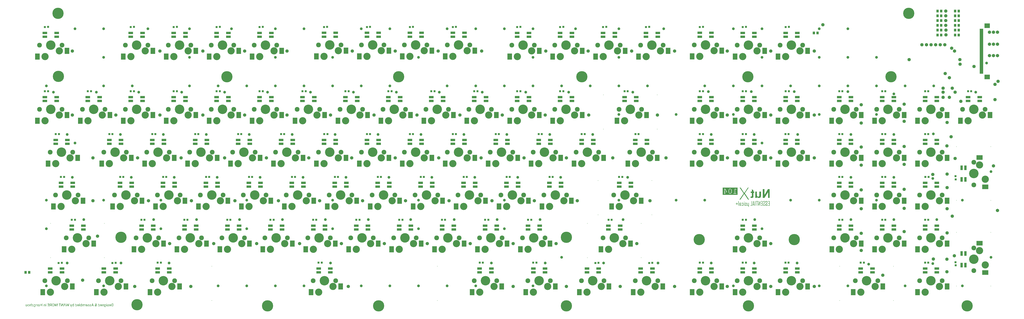
<source format=gbs>
G04*
G04 #@! TF.GenerationSoftware,Altium Limited,Altium Designer,20.2.6 (244)*
G04*
G04 Layer_Color=16711935*
%FSLAX25Y25*%
%MOIN*%
G70*
G04*
G04 #@! TF.SameCoordinates,527CE9B6-EB0C-4455-B465-9FEE8890F364*
G04*
G04*
G04 #@! TF.FilePolarity,Negative*
G04*
G01*
G75*
%ADD14C,0.19698*%
%ADD15C,0.08280*%
%ADD16C,0.12611*%
%ADD17C,0.16548*%
%ADD18C,0.00800*%
%ADD19C,0.04800*%
%ADD20C,0.05800*%
%ADD39R,0.09461X0.07887*%
%ADD40R,0.05918X0.01981*%
%ADD41R,0.07887X0.04146*%
%ADD42R,0.08280X0.10643*%
%ADD43R,0.08280X0.10642*%
%ADD44R,0.03950X0.04599*%
%ADD45R,0.03800X0.03800*%
%ADD46R,0.03800X0.03800*%
%ADD47R,0.10642X0.08280*%
%ADD48R,0.10643X0.08280*%
%ADD49R,0.04146X0.07887*%
G36*
X1257000Y208253D02*
X1231000D01*
Y220971D01*
X1257000D01*
Y208253D01*
D02*
G37*
G36*
X154999Y17803D02*
X155053Y17793D01*
X155097Y17776D01*
X155135Y17760D01*
X155162Y17738D01*
X155184Y17721D01*
X155195Y17711D01*
X155201Y17705D01*
X155228Y17667D01*
X155250Y17629D01*
X155266Y17585D01*
X155277Y17547D01*
X155282Y17514D01*
X155288Y17487D01*
Y17470D01*
Y17465D01*
X155282Y17416D01*
X155272Y17367D01*
X155261Y17328D01*
X155244Y17290D01*
X155228Y17263D01*
X155211Y17241D01*
X155206Y17230D01*
X155201Y17225D01*
X155162Y17192D01*
X155124Y17170D01*
X155080Y17154D01*
X155037Y17143D01*
X154999Y17137D01*
X154966Y17132D01*
X154938D01*
X154878Y17137D01*
X154824Y17148D01*
X154780Y17159D01*
X154742Y17181D01*
X154715Y17197D01*
X154693Y17208D01*
X154682Y17219D01*
X154676Y17225D01*
X154649Y17263D01*
X154627Y17307D01*
X154611Y17345D01*
X154600Y17383D01*
X154595Y17416D01*
X154589Y17443D01*
Y17459D01*
Y17465D01*
X154595Y17514D01*
X154600Y17563D01*
X154616Y17601D01*
X154633Y17640D01*
X154649Y17667D01*
X154660Y17689D01*
X154671Y17700D01*
X154676Y17705D01*
X154715Y17738D01*
X154753Y17765D01*
X154797Y17782D01*
X154840Y17798D01*
X154878Y17803D01*
X154911Y17809D01*
X154938D01*
X154999Y17803D01*
D02*
G37*
G36*
X49020Y17803D02*
X49075Y17793D01*
X49118Y17776D01*
X49156Y17760D01*
X49184Y17738D01*
X49206Y17721D01*
X49216Y17711D01*
X49222Y17705D01*
X49249Y17667D01*
X49271Y17629D01*
X49288Y17585D01*
X49298Y17547D01*
X49304Y17514D01*
X49309Y17487D01*
Y17470D01*
Y17465D01*
X49304Y17416D01*
X49293Y17367D01*
X49282Y17328D01*
X49266Y17290D01*
X49249Y17263D01*
X49233Y17241D01*
X49227Y17230D01*
X49222Y17225D01*
X49184Y17192D01*
X49145Y17170D01*
X49102Y17154D01*
X49058Y17143D01*
X49020Y17137D01*
X48987Y17132D01*
X48960D01*
X48900Y17137D01*
X48845Y17148D01*
X48802Y17159D01*
X48763Y17181D01*
X48736Y17197D01*
X48714Y17208D01*
X48703Y17219D01*
X48698Y17225D01*
X48671Y17263D01*
X48649Y17307D01*
X48632Y17345D01*
X48621Y17383D01*
X48616Y17416D01*
X48610Y17443D01*
Y17459D01*
Y17465D01*
X48616Y17514D01*
X48621Y17563D01*
X48638Y17601D01*
X48654Y17640D01*
X48671Y17667D01*
X48682Y17689D01*
X48692Y17700D01*
X48698Y17705D01*
X48736Y17738D01*
X48774Y17765D01*
X48818Y17782D01*
X48862Y17798D01*
X48900Y17803D01*
X48933Y17809D01*
X48960D01*
X49020Y17803D01*
D02*
G37*
G36*
X111679Y13086D02*
X111133D01*
X111106Y13479D01*
X111035Y13397D01*
X110958Y13326D01*
X110876Y13266D01*
X110794Y13212D01*
X110713Y13168D01*
X110625Y13135D01*
X110543Y13102D01*
X110461Y13081D01*
X110385Y13059D01*
X110314Y13042D01*
X110254Y13037D01*
X110199Y13026D01*
X110150D01*
X110117Y13021D01*
X110090D01*
X109975Y13026D01*
X109872Y13042D01*
X109768Y13064D01*
X109675Y13097D01*
X109588Y13130D01*
X109511Y13173D01*
X109435Y13217D01*
X109369Y13261D01*
X109309Y13304D01*
X109260Y13348D01*
X109216Y13392D01*
X109178Y13424D01*
X109151Y13457D01*
X109129Y13479D01*
X109118Y13496D01*
X109113Y13501D01*
X109047Y13594D01*
X108993Y13692D01*
X108943Y13796D01*
X108900Y13905D01*
X108867Y14009D01*
X108834Y14112D01*
X108812Y14216D01*
X108791Y14320D01*
X108780Y14413D01*
X108769Y14500D01*
X108758Y14577D01*
X108752Y14642D01*
X108747Y14697D01*
Y14740D01*
Y14762D01*
Y14773D01*
Y14828D01*
X108752Y14981D01*
X108763Y15123D01*
X108780Y15259D01*
X108801Y15385D01*
X108829Y15499D01*
X108862Y15603D01*
X108894Y15701D01*
X108927Y15794D01*
X108960Y15871D01*
X108993Y15936D01*
X109025Y15996D01*
X109053Y16045D01*
X109074Y16083D01*
X109091Y16111D01*
X109102Y16127D01*
X109107Y16133D01*
X109178Y16220D01*
X109255Y16291D01*
X109331Y16356D01*
X109413Y16411D01*
X109495Y16455D01*
X109582Y16499D01*
X109659Y16526D01*
X109741Y16553D01*
X109812Y16575D01*
X109883Y16586D01*
X109943Y16597D01*
X109997Y16608D01*
X110041D01*
X110074Y16613D01*
X110101D01*
X110216Y16608D01*
X110325Y16597D01*
X110423Y16569D01*
X110521Y16542D01*
X110609Y16509D01*
X110685Y16471D01*
X110762Y16433D01*
X110827Y16389D01*
X110887Y16346D01*
X110936Y16307D01*
X110980Y16269D01*
X111018Y16236D01*
X111046Y16209D01*
X111067Y16187D01*
X111078Y16171D01*
X111084Y16165D01*
Y18000D01*
X111679D01*
Y13086D01*
D02*
G37*
G36*
X97625D02*
X97079D01*
X97052Y13479D01*
X96981Y13397D01*
X96904Y13326D01*
X96822Y13266D01*
X96740Y13212D01*
X96658Y13168D01*
X96571Y13135D01*
X96489Y13102D01*
X96407Y13081D01*
X96331Y13059D01*
X96260Y13042D01*
X96200Y13037D01*
X96145Y13026D01*
X96096D01*
X96063Y13021D01*
X96036D01*
X95921Y13026D01*
X95818Y13042D01*
X95714Y13064D01*
X95621Y13097D01*
X95534Y13130D01*
X95457Y13173D01*
X95381Y13217D01*
X95315Y13261D01*
X95255Y13304D01*
X95206Y13348D01*
X95162Y13392D01*
X95124Y13424D01*
X95097Y13457D01*
X95075Y13479D01*
X95064Y13496D01*
X95059Y13501D01*
X94993Y13594D01*
X94939Y13692D01*
X94889Y13796D01*
X94846Y13905D01*
X94813Y14009D01*
X94780Y14112D01*
X94758Y14216D01*
X94736Y14320D01*
X94726Y14413D01*
X94715Y14500D01*
X94704Y14577D01*
X94698Y14642D01*
X94693Y14697D01*
Y14740D01*
Y14762D01*
Y14773D01*
Y14828D01*
X94698Y14981D01*
X94709Y15123D01*
X94726Y15259D01*
X94748Y15385D01*
X94775Y15499D01*
X94807Y15603D01*
X94840Y15701D01*
X94873Y15794D01*
X94906Y15871D01*
X94939Y15936D01*
X94971Y15996D01*
X94999Y16045D01*
X95021Y16083D01*
X95037Y16111D01*
X95048Y16127D01*
X95053Y16133D01*
X95124Y16220D01*
X95201Y16291D01*
X95277Y16356D01*
X95359Y16411D01*
X95441Y16455D01*
X95528Y16499D01*
X95605Y16526D01*
X95687Y16553D01*
X95758Y16575D01*
X95828Y16586D01*
X95889Y16597D01*
X95943Y16608D01*
X95987D01*
X96020Y16613D01*
X96047D01*
X96162Y16608D01*
X96271Y16597D01*
X96369Y16569D01*
X96467Y16542D01*
X96555Y16509D01*
X96631Y16471D01*
X96708Y16433D01*
X96773Y16389D01*
X96833Y16346D01*
X96882Y16307D01*
X96926Y16269D01*
X96964Y16236D01*
X96991Y16209D01*
X97013Y16187D01*
X97024Y16171D01*
X97030Y16165D01*
Y18000D01*
X97625D01*
Y13086D01*
D02*
G37*
G36*
X152591Y16608D02*
X152694Y16591D01*
X152798Y16569D01*
X152891Y16537D01*
X152978Y16504D01*
X153060Y16460D01*
X153137Y16417D01*
X153202Y16373D01*
X153262Y16329D01*
X153317Y16286D01*
X153366Y16242D01*
X153399Y16209D01*
X153431Y16176D01*
X153453Y16154D01*
X153464Y16138D01*
X153470Y16133D01*
X153535Y16040D01*
X153590Y15942D01*
X153639Y15838D01*
X153683Y15729D01*
X153721Y15619D01*
X153748Y15516D01*
X153776Y15406D01*
X153792Y15308D01*
X153808Y15215D01*
X153819Y15128D01*
X153830Y15046D01*
X153836Y14981D01*
X153841Y14921D01*
Y14882D01*
Y14855D01*
Y14844D01*
X153836Y14691D01*
X153825Y14544D01*
X153808Y14407D01*
X153781Y14276D01*
X153754Y14162D01*
X153721Y14047D01*
X153688Y13949D01*
X153655Y13856D01*
X153623Y13779D01*
X153584Y13708D01*
X153557Y13648D01*
X153530Y13599D01*
X153503Y13556D01*
X153486Y13528D01*
X153475Y13512D01*
X153470Y13506D01*
X153399Y13419D01*
X153317Y13348D01*
X153241Y13283D01*
X153158Y13228D01*
X153071Y13179D01*
X152989Y13141D01*
X152913Y13108D01*
X152836Y13081D01*
X152760Y13059D01*
X152694Y13048D01*
X152634Y13037D01*
X152585Y13026D01*
X152542D01*
X152509Y13021D01*
X152481D01*
X152372Y13026D01*
X152263Y13037D01*
X152165Y13059D01*
X152072Y13086D01*
X151985Y13113D01*
X151908Y13151D01*
X151832Y13190D01*
X151766Y13228D01*
X151712Y13266D01*
X151657Y13299D01*
X151613Y13337D01*
X151581Y13364D01*
X151553Y13392D01*
X151532Y13414D01*
X151521Y13424D01*
X151515Y13430D01*
Y13130D01*
Y13048D01*
X151526Y12977D01*
X151553Y12840D01*
X151592Y12720D01*
X151635Y12627D01*
X151679Y12546D01*
X151717Y12491D01*
X151734Y12474D01*
X151744Y12458D01*
X151750Y12453D01*
X151755Y12447D01*
X151804Y12404D01*
X151854Y12365D01*
X151963Y12305D01*
X152072Y12262D01*
X152181Y12234D01*
X152279Y12212D01*
X152318Y12207D01*
X152356D01*
X152383Y12201D01*
X152427D01*
X152531Y12207D01*
X152623Y12223D01*
X152716Y12245D01*
X152804Y12278D01*
X152885Y12311D01*
X152962Y12354D01*
X153033Y12393D01*
X153098Y12442D01*
X153158Y12485D01*
X153208Y12529D01*
X153257Y12567D01*
X153290Y12600D01*
X153322Y12633D01*
X153344Y12655D01*
X153355Y12671D01*
X153361Y12676D01*
X153666Y12322D01*
X153590Y12223D01*
X153503Y12136D01*
X153410Y12060D01*
X153322Y11999D01*
X153246Y11950D01*
X153180Y11912D01*
X153153Y11901D01*
X153137Y11890D01*
X153126Y11885D01*
X153120D01*
X152984Y11830D01*
X152853Y11792D01*
X152733Y11759D01*
X152618Y11743D01*
X152525Y11732D01*
X152487Y11727D01*
X152454D01*
X152427Y11721D01*
X152389D01*
X152263Y11727D01*
X152148Y11737D01*
X152039Y11759D01*
X151936Y11781D01*
X151843Y11808D01*
X151755Y11841D01*
X151673Y11879D01*
X151602Y11918D01*
X151537Y11950D01*
X151482Y11988D01*
X151433Y12021D01*
X151390Y12049D01*
X151362Y12070D01*
X151335Y12092D01*
X151324Y12103D01*
X151319Y12109D01*
X151248Y12185D01*
X151188Y12267D01*
X151133Y12349D01*
X151089Y12436D01*
X151051Y12524D01*
X151018Y12611D01*
X150991Y12698D01*
X150969Y12780D01*
X150953Y12857D01*
X150942Y12933D01*
X150931Y12999D01*
X150925Y13053D01*
X150920Y13097D01*
Y13135D01*
Y13157D01*
Y13162D01*
Y16548D01*
X151461D01*
X151488Y16160D01*
X151559Y16242D01*
X151630Y16307D01*
X151712Y16373D01*
X151794Y16422D01*
X151875Y16466D01*
X151957Y16504D01*
X152039Y16531D01*
X152116Y16559D01*
X152187Y16575D01*
X152258Y16591D01*
X152318Y16597D01*
X152372Y16608D01*
X152416D01*
X152449Y16613D01*
X152476D01*
X152591Y16608D01*
D02*
G37*
G36*
X29528Y16608D02*
X29632Y16591D01*
X29735Y16569D01*
X29828Y16537D01*
X29915Y16504D01*
X29997Y16460D01*
X30074Y16417D01*
X30139Y16373D01*
X30199Y16329D01*
X30254Y16285D01*
X30303Y16242D01*
X30336Y16209D01*
X30369Y16176D01*
X30390Y16154D01*
X30401Y16138D01*
X30407Y16133D01*
X30472Y16040D01*
X30527Y15942D01*
X30576Y15838D01*
X30620Y15729D01*
X30658Y15619D01*
X30685Y15516D01*
X30713Y15406D01*
X30729Y15308D01*
X30745Y15215D01*
X30756Y15128D01*
X30767Y15046D01*
X30773Y14981D01*
X30778Y14920D01*
Y14882D01*
Y14855D01*
Y14844D01*
X30773Y14691D01*
X30762Y14544D01*
X30745Y14407D01*
X30718Y14276D01*
X30691Y14162D01*
X30658Y14047D01*
X30625Y13949D01*
X30593Y13856D01*
X30560Y13779D01*
X30522Y13708D01*
X30494Y13648D01*
X30467Y13599D01*
X30440Y13555D01*
X30423Y13528D01*
X30412Y13512D01*
X30407Y13506D01*
X30336Y13419D01*
X30254Y13348D01*
X30178Y13283D01*
X30096Y13228D01*
X30008Y13179D01*
X29926Y13141D01*
X29850Y13108D01*
X29774Y13081D01*
X29697Y13059D01*
X29632Y13048D01*
X29571Y13037D01*
X29522Y13026D01*
X29479D01*
X29446Y13021D01*
X29419D01*
X29309Y13026D01*
X29200Y13037D01*
X29102Y13059D01*
X29009Y13086D01*
X28922Y13113D01*
X28845Y13151D01*
X28769Y13190D01*
X28703Y13228D01*
X28649Y13266D01*
X28594Y13299D01*
X28550Y13337D01*
X28518Y13364D01*
X28490Y13392D01*
X28468Y13414D01*
X28458Y13424D01*
X28452Y13430D01*
Y13130D01*
Y13048D01*
X28463Y12977D01*
X28490Y12840D01*
X28529Y12720D01*
X28572Y12627D01*
X28616Y12545D01*
X28654Y12491D01*
X28670Y12474D01*
X28681Y12458D01*
X28687Y12453D01*
X28692Y12447D01*
X28741Y12404D01*
X28791Y12365D01*
X28900Y12305D01*
X29009Y12262D01*
X29118Y12234D01*
X29217Y12212D01*
X29255Y12207D01*
X29293D01*
X29320Y12201D01*
X29364D01*
X29468Y12207D01*
X29561Y12223D01*
X29653Y12245D01*
X29741Y12278D01*
X29823Y12311D01*
X29899Y12354D01*
X29970Y12393D01*
X30036Y12442D01*
X30096Y12485D01*
X30145Y12529D01*
X30194Y12567D01*
X30227Y12600D01*
X30259Y12633D01*
X30281Y12655D01*
X30292Y12671D01*
X30298Y12676D01*
X30603Y12322D01*
X30527Y12223D01*
X30440Y12136D01*
X30347Y12060D01*
X30259Y11999D01*
X30183Y11950D01*
X30117Y11912D01*
X30090Y11901D01*
X30074Y11890D01*
X30063Y11885D01*
X30057D01*
X29921Y11830D01*
X29790Y11792D01*
X29670Y11759D01*
X29555Y11743D01*
X29462Y11732D01*
X29424Y11726D01*
X29391D01*
X29364Y11721D01*
X29326D01*
X29200Y11726D01*
X29085Y11737D01*
X28976Y11759D01*
X28873Y11781D01*
X28780Y11808D01*
X28692Y11841D01*
X28611Y11879D01*
X28539Y11918D01*
X28474Y11950D01*
X28419Y11988D01*
X28370Y12021D01*
X28327Y12049D01*
X28299Y12070D01*
X28272Y12092D01*
X28261Y12103D01*
X28256Y12109D01*
X28185Y12185D01*
X28124Y12267D01*
X28070Y12349D01*
X28026Y12436D01*
X27988Y12524D01*
X27955Y12611D01*
X27928Y12698D01*
X27906Y12780D01*
X27890Y12857D01*
X27879Y12933D01*
X27868Y12999D01*
X27863Y13053D01*
X27857Y13097D01*
Y13135D01*
Y13157D01*
Y13162D01*
Y16548D01*
X28398D01*
X28425Y16160D01*
X28496Y16242D01*
X28567Y16307D01*
X28649Y16373D01*
X28731Y16422D01*
X28813Y16466D01*
X28894Y16504D01*
X28976Y16531D01*
X29053Y16558D01*
X29124Y16575D01*
X29195Y16591D01*
X29255Y16597D01*
X29309Y16608D01*
X29353D01*
X29386Y16613D01*
X29413D01*
X29528Y16608D01*
D02*
G37*
G36*
X23713Y13086D02*
X23123Y13086D01*
Y15554D01*
X23074Y15641D01*
X23020Y15718D01*
X22965Y15789D01*
X22910Y15843D01*
X22861Y15892D01*
X22823Y15925D01*
X22796Y15947D01*
X22785Y15953D01*
X22697Y16007D01*
X22615Y16045D01*
X22528Y16073D01*
X22446Y16089D01*
X22381Y16105D01*
X22326Y16111D01*
X22277D01*
X22151Y16105D01*
X22048Y16083D01*
X21955Y16056D01*
X21884Y16023D01*
X21829Y15985D01*
X21791Y15958D01*
X21764Y15936D01*
X21758Y15931D01*
X21704Y15854D01*
X21660Y15767D01*
X21627Y15674D01*
X21605Y15587D01*
X21594Y15505D01*
X21589Y15466D01*
Y15434D01*
X21584Y15412D01*
Y15390D01*
Y15379D01*
Y15374D01*
Y13086D01*
X20994D01*
Y15374D01*
X20999Y15488D01*
X21010Y15592D01*
X21021Y15690D01*
X21043Y15783D01*
X21070Y15871D01*
X21098Y15947D01*
X21136Y16023D01*
X21174Y16089D01*
X21256Y16209D01*
X21349Y16313D01*
X21447Y16395D01*
X21551Y16460D01*
X21654Y16509D01*
X21753Y16548D01*
X21846Y16575D01*
X21933Y16591D01*
X21998Y16608D01*
X22053Y16613D01*
X22102D01*
X22217Y16608D01*
X22326Y16591D01*
X22430Y16569D01*
X22528Y16537D01*
X22615Y16499D01*
X22703Y16460D01*
X22779Y16417D01*
X22850Y16373D01*
X22910Y16324D01*
X22965Y16280D01*
X23014Y16242D01*
X23052Y16204D01*
X23085Y16171D01*
X23107Y16149D01*
X23118Y16133D01*
X23123Y16127D01*
Y18000D01*
X23713Y18000D01*
Y13086D01*
D02*
G37*
G36*
X115938Y16608D02*
X116047Y16591D01*
X116156Y16569D01*
X116254Y16542D01*
X116342Y16509D01*
X116429Y16471D01*
X116506Y16428D01*
X116577Y16389D01*
X116637Y16346D01*
X116691Y16302D01*
X116735Y16264D01*
X116773Y16231D01*
X116806Y16204D01*
X116828Y16182D01*
X116839Y16165D01*
X116844Y16160D01*
X116860Y16548D01*
X117423D01*
Y13086D01*
X116833D01*
Y15614D01*
X116789Y15701D01*
X116735Y15778D01*
X116680Y15843D01*
X116615Y15903D01*
X116549Y15947D01*
X116484Y15991D01*
X116418Y16024D01*
X116353Y16051D01*
X116287Y16067D01*
X116233Y16083D01*
X116178Y16094D01*
X116129Y16105D01*
X116091D01*
X116063Y16111D01*
X116036D01*
X115905Y16100D01*
X115790Y16078D01*
X115692Y16040D01*
X115605Y15991D01*
X115534Y15936D01*
X115474Y15871D01*
X115425Y15800D01*
X115386Y15734D01*
X115354Y15663D01*
X115332Y15592D01*
X115315Y15527D01*
X115304Y15472D01*
X115299Y15423D01*
X115294Y15385D01*
Y15363D01*
Y15352D01*
Y13086D01*
X114698D01*
Y15379D01*
X114676Y15499D01*
X114644Y15603D01*
X114605Y15696D01*
X114562Y15767D01*
X114518Y15827D01*
X114480Y15871D01*
X114458Y15898D01*
X114447Y15909D01*
X114360Y15974D01*
X114267Y16024D01*
X114180Y16062D01*
X114092Y16083D01*
X114016Y16100D01*
X113956Y16105D01*
X113934Y16111D01*
X113901D01*
X113765Y16105D01*
X113645Y16083D01*
X113546Y16051D01*
X113470Y16018D01*
X113410Y15985D01*
X113366Y15953D01*
X113339Y15931D01*
X113333Y15925D01*
X113273Y15849D01*
X113230Y15761D01*
X113202Y15669D01*
X113180Y15576D01*
X113170Y15494D01*
X113159Y15428D01*
Y15406D01*
Y15385D01*
Y15374D01*
Y15368D01*
Y13086D01*
X112569D01*
Y15406D01*
X112574Y15516D01*
X112585Y15619D01*
X112602Y15718D01*
X112624Y15805D01*
X112651Y15887D01*
X112684Y15963D01*
X112722Y16040D01*
X112760Y16105D01*
X112847Y16220D01*
X112946Y16318D01*
X113049Y16400D01*
X113153Y16460D01*
X113262Y16515D01*
X113366Y16548D01*
X113464Y16575D01*
X113546Y16597D01*
X113623Y16608D01*
X113677Y16613D01*
X113726D01*
X113863Y16608D01*
X113988Y16591D01*
X114098Y16564D01*
X114196Y16537D01*
X114272Y16504D01*
X114305Y16493D01*
X114332Y16482D01*
X114354Y16471D01*
X114371Y16460D01*
X114376Y16455D01*
X114382D01*
X114480Y16395D01*
X114567Y16329D01*
X114644Y16264D01*
X114709Y16198D01*
X114758Y16144D01*
X114797Y16100D01*
X114824Y16067D01*
X114829Y16062D01*
Y16056D01*
X114884Y16154D01*
X114950Y16242D01*
X115015Y16313D01*
X115091Y16378D01*
X115173Y16433D01*
X115255Y16477D01*
X115343Y16515D01*
X115419Y16542D01*
X115501Y16564D01*
X115572Y16586D01*
X115643Y16597D01*
X115698Y16602D01*
X115747Y16608D01*
X115785Y16613D01*
X115818D01*
X115938Y16608D01*
D02*
G37*
G36*
X42391Y13086D02*
X41780D01*
Y15237D01*
X39432D01*
Y13086D01*
X38815D01*
Y17743D01*
X39432D01*
Y15740D01*
X41780D01*
Y17743D01*
X42391D01*
Y13086D01*
D02*
G37*
G36*
X36609Y16608D02*
X36740Y16591D01*
X36855Y16569D01*
X36959Y16542D01*
X37046Y16515D01*
X37079Y16504D01*
X37112Y16493D01*
X37134Y16482D01*
X37150Y16477D01*
X37161Y16471D01*
X37166D01*
X37275Y16417D01*
X37374Y16351D01*
X37461Y16285D01*
X37532Y16226D01*
X37587Y16171D01*
X37630Y16122D01*
X37652Y16094D01*
X37663Y16089D01*
Y16083D01*
X37723Y15991D01*
X37772Y15903D01*
X37805Y15821D01*
X37827Y15745D01*
X37838Y15679D01*
X37843Y15630D01*
X37849Y15598D01*
Y15592D01*
Y15587D01*
X37254D01*
X37243Y15669D01*
X37221Y15740D01*
X37188Y15811D01*
X37145Y15865D01*
X37106Y15909D01*
X37073Y15947D01*
X37052Y15969D01*
X37041Y15974D01*
X36953Y16029D01*
X36866Y16067D01*
X36773Y16100D01*
X36691Y16116D01*
X36615Y16127D01*
X36560Y16138D01*
X36506D01*
X36380Y16133D01*
X36265Y16111D01*
X36173Y16078D01*
X36096Y16045D01*
X36036Y16013D01*
X35992Y15980D01*
X35971Y15958D01*
X35960Y15953D01*
X35900Y15876D01*
X35851Y15794D01*
X35818Y15712D01*
X35796Y15636D01*
X35785Y15565D01*
X35774Y15505D01*
Y15488D01*
Y15472D01*
Y15461D01*
Y15456D01*
Y15183D01*
X36347D01*
X36484Y15177D01*
X36609Y15172D01*
X36729Y15155D01*
X36844Y15134D01*
X36948Y15112D01*
X37041Y15090D01*
X37128Y15063D01*
X37205Y15035D01*
X37275Y15002D01*
X37336Y14975D01*
X37385Y14953D01*
X37428Y14931D01*
X37461Y14910D01*
X37483Y14893D01*
X37499Y14888D01*
X37505Y14882D01*
X37576Y14822D01*
X37641Y14762D01*
X37696Y14691D01*
X37740Y14626D01*
X37783Y14555D01*
X37816Y14484D01*
X37843Y14418D01*
X37865Y14347D01*
X37882Y14287D01*
X37892Y14227D01*
X37903Y14178D01*
X37909Y14129D01*
Y14096D01*
X37914Y14063D01*
Y14047D01*
Y14041D01*
X37909Y13960D01*
X37898Y13883D01*
X37882Y13812D01*
X37865Y13741D01*
X37811Y13616D01*
X37751Y13512D01*
X37718Y13463D01*
X37690Y13424D01*
X37663Y13392D01*
X37636Y13364D01*
X37620Y13337D01*
X37603Y13321D01*
X37592Y13315D01*
X37587Y13310D01*
X37521Y13261D01*
X37456Y13217D01*
X37390Y13173D01*
X37319Y13141D01*
X37177Y13091D01*
X37046Y13059D01*
X36986Y13042D01*
X36931Y13037D01*
X36877Y13031D01*
X36833Y13026D01*
X36801Y13021D01*
X36751D01*
X36648Y13026D01*
X36544Y13037D01*
X36446Y13059D01*
X36353Y13086D01*
X36265Y13119D01*
X36189Y13157D01*
X36112Y13195D01*
X36042Y13233D01*
X35982Y13272D01*
X35927Y13310D01*
X35878Y13348D01*
X35834Y13381D01*
X35807Y13408D01*
X35780Y13430D01*
X35768Y13441D01*
X35763Y13446D01*
X35752Y13353D01*
X35736Y13277D01*
X35725Y13217D01*
X35708Y13168D01*
X35698Y13130D01*
X35687Y13108D01*
X35681Y13091D01*
Y13086D01*
X35059D01*
Y13135D01*
X35102Y13250D01*
X35130Y13370D01*
X35152Y13496D01*
X35168Y13621D01*
X35179Y13725D01*
Y13774D01*
X35184Y13812D01*
Y13850D01*
Y13872D01*
Y13889D01*
Y13894D01*
Y15488D01*
X35190Y15587D01*
X35201Y15674D01*
X35223Y15761D01*
X35244Y15838D01*
X35272Y15914D01*
X35299Y15980D01*
X35332Y16040D01*
X35364Y16100D01*
X35397Y16149D01*
X35425Y16193D01*
X35457Y16226D01*
X35479Y16258D01*
X35501Y16280D01*
X35517Y16296D01*
X35528Y16307D01*
X35534Y16313D01*
X35599Y16367D01*
X35670Y16411D01*
X35747Y16455D01*
X35823Y16488D01*
X35982Y16542D01*
X36129Y16575D01*
X36200Y16586D01*
X36265Y16597D01*
X36325Y16602D01*
X36375Y16608D01*
X36413Y16613D01*
X36473D01*
X36609Y16608D01*
D02*
G37*
G36*
X136298Y17803D02*
X136391Y17798D01*
X136478Y17782D01*
X136560Y17760D01*
X136637Y17738D01*
X136708Y17711D01*
X136773Y17683D01*
X136833Y17656D01*
X136882Y17629D01*
X136926Y17601D01*
X136964Y17574D01*
X136997Y17552D01*
X137024Y17530D01*
X137041Y17514D01*
X137051Y17509D01*
X137057Y17503D01*
X137112Y17443D01*
X137161Y17383D01*
X137199Y17318D01*
X137237Y17246D01*
X137265Y17176D01*
X137292Y17110D01*
X137330Y16973D01*
X137341Y16914D01*
X137352Y16859D01*
X137357Y16804D01*
X137363Y16761D01*
X137368Y16722D01*
Y16695D01*
Y16679D01*
Y16673D01*
X137363Y16586D01*
X137352Y16504D01*
X137336Y16428D01*
X137314Y16356D01*
X137297Y16302D01*
X137281Y16253D01*
X137270Y16226D01*
X137265Y16215D01*
X137215Y16122D01*
X137150Y16024D01*
X137084Y15920D01*
X137013Y15827D01*
X136948Y15740D01*
X136920Y15701D01*
X136893Y15669D01*
X136871Y15647D01*
X136855Y15625D01*
X136849Y15614D01*
X136844Y15608D01*
X136937Y15538D01*
X137024Y15472D01*
X137106Y15406D01*
X137177Y15346D01*
X137243Y15286D01*
X137303Y15232D01*
X137357Y15183D01*
X137401Y15139D01*
X137439Y15095D01*
X137472Y15057D01*
X137499Y15024D01*
X137521Y14997D01*
X137538Y14975D01*
X137548Y14959D01*
X137559Y14953D01*
Y14948D01*
X137619Y14844D01*
X137669Y14735D01*
X137701Y14631D01*
X137723Y14533D01*
X137734Y14451D01*
X137740Y14418D01*
Y14391D01*
X137745Y14364D01*
Y14347D01*
Y14336D01*
Y14331D01*
X137740Y14222D01*
X137729Y14123D01*
X137707Y14025D01*
X137679Y13932D01*
X137652Y13850D01*
X137614Y13774D01*
X137576Y13698D01*
X137538Y13637D01*
X137499Y13577D01*
X137467Y13528D01*
X137428Y13485D01*
X137401Y13446D01*
X137374Y13419D01*
X137352Y13397D01*
X137341Y13386D01*
X137336Y13381D01*
X137254Y13315D01*
X137172Y13261D01*
X137079Y13212D01*
X136986Y13173D01*
X136899Y13135D01*
X136806Y13108D01*
X136631Y13064D01*
X136549Y13053D01*
X136478Y13042D01*
X136407Y13031D01*
X136353Y13026D01*
X136303Y13021D01*
X136238D01*
X136118Y13026D01*
X135998Y13037D01*
X135889Y13053D01*
X135790Y13075D01*
X135708Y13097D01*
X135676Y13102D01*
X135648Y13113D01*
X135626Y13119D01*
X135610Y13124D01*
X135599Y13130D01*
X135594D01*
X135479Y13173D01*
X135370Y13228D01*
X135277Y13277D01*
X135195Y13332D01*
X135130Y13381D01*
X135081Y13419D01*
X135048Y13441D01*
X135037Y13452D01*
X134726Y13086D01*
X134016D01*
X134682Y13878D01*
X134611Y13981D01*
X134551Y14091D01*
X134502Y14205D01*
X134453Y14320D01*
X134414Y14429D01*
X134387Y14544D01*
X134360Y14653D01*
X134338Y14757D01*
X134322Y14855D01*
X134311Y14948D01*
X134300Y15024D01*
X134294Y15095D01*
X134289Y15155D01*
Y15193D01*
Y15221D01*
Y15232D01*
X134824D01*
X134835Y15046D01*
X134857Y14871D01*
X134895Y14718D01*
X134911Y14648D01*
X134933Y14582D01*
X134955Y14522D01*
X134971Y14467D01*
X134993Y14418D01*
X135010Y14380D01*
X135020Y14353D01*
X135031Y14325D01*
X135042Y14314D01*
Y14309D01*
X136074Y15548D01*
X135736Y15800D01*
X135610Y15898D01*
X135506Y15991D01*
X135424Y16073D01*
X135354Y16149D01*
X135304Y16209D01*
X135266Y16258D01*
X135244Y16286D01*
X135239Y16296D01*
X135190Y16389D01*
X135157Y16482D01*
X135130Y16569D01*
X135113Y16651D01*
X135102Y16717D01*
X135097Y16771D01*
Y16793D01*
Y16810D01*
Y16815D01*
Y16821D01*
X135102Y16897D01*
X135108Y16973D01*
X135124Y17044D01*
X135146Y17110D01*
X135195Y17230D01*
X135250Y17334D01*
X135310Y17416D01*
X135337Y17448D01*
X135359Y17476D01*
X135381Y17498D01*
X135397Y17514D01*
X135403Y17519D01*
X135408Y17525D01*
X135468Y17574D01*
X135534Y17618D01*
X135599Y17656D01*
X135665Y17689D01*
X135796Y17738D01*
X135921Y17776D01*
X135976Y17787D01*
X136030Y17793D01*
X136080Y17798D01*
X136118Y17803D01*
X136151Y17809D01*
X136200D01*
X136298Y17803D01*
D02*
G37*
G36*
X79028Y13086D02*
X78411D01*
Y16673D01*
X76063Y13086D01*
X75446D01*
Y17743D01*
X76058D01*
Y14134D01*
X78411Y17743D01*
X79028D01*
Y13086D01*
D02*
G37*
G36*
X93088Y13124D02*
X93219Y12775D01*
X93262Y12666D01*
X93306Y12567D01*
X93355Y12491D01*
X93399Y12431D01*
X93437Y12387D01*
X93470Y12354D01*
X93492Y12338D01*
X93497Y12332D01*
X93568Y12289D01*
X93639Y12262D01*
X93721Y12240D01*
X93797Y12223D01*
X93863Y12212D01*
X93918Y12207D01*
X93967D01*
X94125Y12223D01*
Y11743D01*
X93907Y11699D01*
X93792Y11688D01*
X93666Y11699D01*
X93546Y11726D01*
X93437Y11770D01*
X93333Y11825D01*
X93240Y11890D01*
X93159Y11961D01*
X93082Y12043D01*
X93017Y12125D01*
X92957Y12201D01*
X92902Y12283D01*
X92864Y12354D01*
X92826Y12420D01*
X92798Y12474D01*
X92782Y12518D01*
X92771Y12545D01*
X92765Y12556D01*
X91373Y16548D01*
X92007D01*
X92815Y13949D01*
X93677Y16548D01*
X94322D01*
X93088Y13124D01*
D02*
G37*
G36*
X68823Y13086D02*
X68212D01*
Y14899D01*
X68272Y16842D01*
X66749Y13086D01*
X66274D01*
X64745Y16853D01*
X64805Y14899D01*
Y13086D01*
X64188D01*
Y17743D01*
X64985D01*
X66508Y13943D01*
X68032Y17743D01*
X68823D01*
Y13086D01*
D02*
G37*
G36*
X88348Y13086D02*
X87791D01*
X86798Y16477D01*
X86721Y16831D01*
X86650Y16477D01*
X85689Y13086D01*
X85127D01*
X84002Y17743D01*
X84619D01*
X85340Y14555D01*
X85438Y13927D01*
X85569Y14489D01*
X86465Y17743D01*
X86983D01*
X87906Y14489D01*
X88037Y13938D01*
X88125Y14549D01*
X88862Y17743D01*
X89479D01*
X88348Y13086D01*
D02*
G37*
G36*
X16386Y14293D02*
X16380Y14178D01*
X16369Y14069D01*
X16358Y13971D01*
X16336Y13878D01*
X16315Y13790D01*
X16287Y13714D01*
X16265Y13643D01*
X16238Y13577D01*
X16211Y13523D01*
X16183Y13474D01*
X16156Y13430D01*
X16134Y13397D01*
X16118Y13370D01*
X16102Y13353D01*
X16096Y13343D01*
X16091Y13337D01*
X16036Y13283D01*
X15971Y13233D01*
X15905Y13190D01*
X15840Y13157D01*
X15769Y13124D01*
X15698Y13097D01*
X15561Y13059D01*
X15496Y13048D01*
X15441Y13037D01*
X15386Y13031D01*
X15343Y13026D01*
X15304Y13020D01*
X15250D01*
X15130Y13026D01*
X15015Y13037D01*
X14906Y13059D01*
X14808Y13086D01*
X14715Y13113D01*
X14633Y13146D01*
X14557Y13184D01*
X14491Y13223D01*
X14431Y13261D01*
X14376Y13299D01*
X14333Y13332D01*
X14300Y13359D01*
X14273Y13386D01*
X14251Y13408D01*
X14240Y13419D01*
X14234Y13424D01*
X14218Y13086D01*
X13656D01*
Y16548D01*
X14251D01*
Y14025D01*
X14300Y13938D01*
X14354Y13861D01*
X14414Y13790D01*
X14485Y13736D01*
X14557Y13687D01*
X14633Y13643D01*
X14709Y13610D01*
X14786Y13588D01*
X14857Y13566D01*
X14928Y13550D01*
X14988Y13539D01*
X15042Y13528D01*
X15086D01*
X15124Y13523D01*
X15152D01*
X15266Y13534D01*
X15364Y13555D01*
X15446Y13594D01*
X15523Y13648D01*
X15583Y13703D01*
X15632Y13774D01*
X15676Y13845D01*
X15709Y13916D01*
X15736Y13987D01*
X15758Y14058D01*
X15769Y14129D01*
X15779Y14189D01*
X15785Y14238D01*
X15790Y14276D01*
Y14298D01*
Y14309D01*
Y16548D01*
X16386D01*
Y14293D01*
D02*
G37*
G36*
X160934Y16602D02*
X161070Y16575D01*
X161201Y16542D01*
X161316Y16499D01*
X161365Y16477D01*
X161409Y16455D01*
X161452Y16438D01*
X161485Y16422D01*
X161507Y16406D01*
X161529Y16395D01*
X161540Y16389D01*
X161545Y16384D01*
X161671Y16291D01*
X161780Y16187D01*
X161873Y16083D01*
X161955Y15980D01*
X162015Y15887D01*
X162042Y15849D01*
X162058Y15811D01*
X162075Y15783D01*
X162086Y15761D01*
X162097Y15751D01*
Y15745D01*
X162162Y15592D01*
X162211Y15434D01*
X162244Y15276D01*
X162266Y15134D01*
X162277Y15068D01*
X162282Y15013D01*
X162288Y14959D01*
Y14915D01*
X162293Y14877D01*
Y14850D01*
Y14833D01*
Y14828D01*
Y14718D01*
X162288Y14577D01*
X162271Y14446D01*
X162250Y14314D01*
X162222Y14200D01*
X162189Y14085D01*
X162151Y13987D01*
X162113Y13894D01*
X162069Y13807D01*
X162031Y13730D01*
X161993Y13665D01*
X161955Y13610D01*
X161922Y13566D01*
X161889Y13528D01*
X161867Y13501D01*
X161856Y13485D01*
X161851Y13479D01*
X161764Y13397D01*
X161676Y13326D01*
X161583Y13266D01*
X161485Y13212D01*
X161387Y13168D01*
X161294Y13135D01*
X161201Y13102D01*
X161114Y13081D01*
X161026Y13059D01*
X160950Y13042D01*
X160879Y13037D01*
X160819Y13026D01*
X160770D01*
X160737Y13021D01*
X160704D01*
X160546Y13026D01*
X160398Y13048D01*
X160262Y13081D01*
X160136Y13124D01*
X160016Y13173D01*
X159907Y13233D01*
X159814Y13294D01*
X159727Y13353D01*
X159651Y13414D01*
X159585Y13474D01*
X159525Y13534D01*
X159481Y13583D01*
X159443Y13626D01*
X159421Y13659D01*
X159405Y13681D01*
X159399Y13687D01*
X159760Y13971D01*
X159825Y13894D01*
X159891Y13829D01*
X159951Y13769D01*
X160011Y13719D01*
X160065Y13681D01*
X160104Y13648D01*
X160131Y13632D01*
X160142Y13626D01*
X160229Y13583D01*
X160317Y13556D01*
X160404Y13534D01*
X160486Y13517D01*
X160562Y13506D01*
X160617Y13501D01*
X160671D01*
X160753Y13506D01*
X160830Y13512D01*
X160901Y13528D01*
X160972Y13550D01*
X161097Y13599D01*
X161201Y13659D01*
X161250Y13687D01*
X161288Y13714D01*
X161321Y13741D01*
X161349Y13763D01*
X161376Y13785D01*
X161392Y13801D01*
X161398Y13807D01*
X161403Y13812D01*
X161452Y13872D01*
X161496Y13938D01*
X161534Y14009D01*
X161567Y14074D01*
X161622Y14216D01*
X161654Y14347D01*
X161671Y14413D01*
X161682Y14467D01*
X161687Y14516D01*
X161693Y14560D01*
Y14598D01*
X161698Y14626D01*
Y14642D01*
Y14648D01*
X159356D01*
Y14893D01*
X159361Y15046D01*
X159372Y15188D01*
X159388Y15319D01*
X159416Y15445D01*
X159443Y15554D01*
X159476Y15663D01*
X159509Y15756D01*
X159541Y15843D01*
X159580Y15914D01*
X159612Y15980D01*
X159645Y16040D01*
X159672Y16083D01*
X159700Y16122D01*
X159716Y16144D01*
X159727Y16160D01*
X159732Y16165D01*
X159803Y16242D01*
X159885Y16313D01*
X159967Y16373D01*
X160055Y16422D01*
X160142Y16466D01*
X160229Y16504D01*
X160311Y16531D01*
X160393Y16559D01*
X160475Y16575D01*
X160546Y16591D01*
X160611Y16602D01*
X160671Y16608D01*
X160715D01*
X160753Y16613D01*
X160781D01*
X160934Y16602D01*
D02*
G37*
G36*
X145203D02*
X145340Y16575D01*
X145471Y16542D01*
X145586Y16499D01*
X145635Y16477D01*
X145678Y16455D01*
X145722Y16438D01*
X145755Y16422D01*
X145777Y16406D01*
X145799Y16395D01*
X145809Y16389D01*
X145815Y16384D01*
X145940Y16291D01*
X146050Y16187D01*
X146142Y16083D01*
X146224Y15980D01*
X146284Y15887D01*
X146312Y15849D01*
X146328Y15811D01*
X146344Y15783D01*
X146355Y15761D01*
X146366Y15751D01*
Y15745D01*
X146432Y15592D01*
X146481Y15434D01*
X146514Y15276D01*
X146536Y15134D01*
X146546Y15068D01*
X146552Y15013D01*
X146557Y14959D01*
Y14915D01*
X146563Y14877D01*
Y14850D01*
Y14833D01*
Y14828D01*
Y14718D01*
X146557Y14577D01*
X146541Y14446D01*
X146519Y14314D01*
X146492Y14200D01*
X146459Y14085D01*
X146421Y13987D01*
X146383Y13894D01*
X146339Y13807D01*
X146301Y13730D01*
X146263Y13665D01*
X146224Y13610D01*
X146192Y13566D01*
X146159Y13528D01*
X146137Y13501D01*
X146126Y13485D01*
X146121Y13479D01*
X146033Y13397D01*
X145946Y13326D01*
X145853Y13266D01*
X145755Y13212D01*
X145657Y13168D01*
X145564Y13135D01*
X145471Y13102D01*
X145384Y13081D01*
X145296Y13059D01*
X145220Y13042D01*
X145149Y13037D01*
X145089Y13026D01*
X145039D01*
X145007Y13021D01*
X144974D01*
X144816Y13026D01*
X144668Y13048D01*
X144532Y13081D01*
X144406Y13124D01*
X144286Y13173D01*
X144177Y13233D01*
X144084Y13294D01*
X143997Y13353D01*
X143920Y13414D01*
X143855Y13474D01*
X143795Y13534D01*
X143751Y13583D01*
X143713Y13626D01*
X143691Y13659D01*
X143675Y13681D01*
X143669Y13687D01*
X144029Y13971D01*
X144095Y13894D01*
X144160Y13829D01*
X144220Y13769D01*
X144281Y13719D01*
X144335Y13681D01*
X144373Y13648D01*
X144401Y13632D01*
X144412Y13626D01*
X144499Y13583D01*
X144586Y13556D01*
X144674Y13534D01*
X144756Y13517D01*
X144832Y13506D01*
X144887Y13501D01*
X144941D01*
X145023Y13506D01*
X145100Y13512D01*
X145171Y13528D01*
X145242Y13550D01*
X145367Y13599D01*
X145471Y13659D01*
X145520Y13687D01*
X145558Y13714D01*
X145591Y13741D01*
X145618Y13763D01*
X145646Y13785D01*
X145662Y13801D01*
X145667Y13807D01*
X145673Y13812D01*
X145722Y13872D01*
X145766Y13938D01*
X145804Y14009D01*
X145837Y14074D01*
X145891Y14216D01*
X145924Y14347D01*
X145940Y14413D01*
X145951Y14467D01*
X145957Y14516D01*
X145962Y14560D01*
Y14598D01*
X145968Y14626D01*
Y14642D01*
Y14648D01*
X143625D01*
Y14893D01*
X143631Y15046D01*
X143642Y15188D01*
X143658Y15319D01*
X143685Y15445D01*
X143713Y15554D01*
X143746Y15663D01*
X143778Y15756D01*
X143811Y15843D01*
X143849Y15914D01*
X143882Y15980D01*
X143915Y16040D01*
X143942Y16083D01*
X143969Y16122D01*
X143986Y16144D01*
X143997Y16160D01*
X144002Y16165D01*
X144073Y16242D01*
X144155Y16313D01*
X144237Y16373D01*
X144324Y16422D01*
X144412Y16466D01*
X144499Y16504D01*
X144581Y16531D01*
X144663Y16559D01*
X144745Y16575D01*
X144816Y16591D01*
X144881Y16602D01*
X144941Y16608D01*
X144985D01*
X145023Y16613D01*
X145051D01*
X145203Y16602D01*
D02*
G37*
G36*
X119683Y16602D02*
X119820Y16575D01*
X119951Y16542D01*
X120065Y16499D01*
X120115Y16477D01*
X120158Y16455D01*
X120202Y16438D01*
X120235Y16422D01*
X120257Y16406D01*
X120278Y16395D01*
X120289Y16389D01*
X120295Y16384D01*
X120420Y16291D01*
X120530Y16187D01*
X120622Y16083D01*
X120704Y15980D01*
X120764Y15887D01*
X120792Y15849D01*
X120808Y15811D01*
X120824Y15783D01*
X120835Y15761D01*
X120846Y15751D01*
Y15745D01*
X120912Y15592D01*
X120961Y15434D01*
X120994Y15276D01*
X121016Y15134D01*
X121026Y15068D01*
X121032Y15013D01*
X121037Y14959D01*
Y14915D01*
X121043Y14877D01*
Y14850D01*
Y14833D01*
Y14828D01*
Y14718D01*
X121037Y14577D01*
X121021Y14446D01*
X120999Y14314D01*
X120972Y14200D01*
X120939Y14085D01*
X120901Y13987D01*
X120863Y13894D01*
X120819Y13807D01*
X120781Y13730D01*
X120742Y13665D01*
X120704Y13610D01*
X120672Y13566D01*
X120639Y13528D01*
X120617Y13501D01*
X120606Y13485D01*
X120601Y13479D01*
X120513Y13397D01*
X120426Y13326D01*
X120333Y13266D01*
X120235Y13212D01*
X120136Y13168D01*
X120044Y13135D01*
X119951Y13102D01*
X119863Y13081D01*
X119776Y13059D01*
X119700Y13042D01*
X119629Y13037D01*
X119569Y13026D01*
X119519D01*
X119487Y13021D01*
X119454D01*
X119296Y13026D01*
X119148Y13048D01*
X119012Y13081D01*
X118886Y13124D01*
X118766Y13173D01*
X118657Y13233D01*
X118564Y13294D01*
X118477Y13353D01*
X118400Y13414D01*
X118335Y13474D01*
X118275Y13534D01*
X118231Y13583D01*
X118193Y13626D01*
X118171Y13659D01*
X118155Y13681D01*
X118149Y13687D01*
X118509Y13971D01*
X118575Y13894D01*
X118640Y13829D01*
X118701Y13769D01*
X118761Y13719D01*
X118815Y13681D01*
X118853Y13648D01*
X118881Y13632D01*
X118892Y13626D01*
X118979Y13583D01*
X119066Y13555D01*
X119154Y13534D01*
X119236Y13517D01*
X119312Y13506D01*
X119367Y13501D01*
X119421D01*
X119503Y13506D01*
X119580Y13512D01*
X119650Y13528D01*
X119721Y13550D01*
X119847Y13599D01*
X119951Y13659D01*
X120000Y13687D01*
X120038Y13714D01*
X120071Y13741D01*
X120098Y13763D01*
X120125Y13785D01*
X120142Y13801D01*
X120147Y13807D01*
X120153Y13812D01*
X120202Y13872D01*
X120246Y13938D01*
X120284Y14009D01*
X120317Y14074D01*
X120371Y14216D01*
X120404Y14347D01*
X120420Y14413D01*
X120431Y14467D01*
X120437Y14516D01*
X120442Y14560D01*
Y14598D01*
X120448Y14626D01*
Y14642D01*
Y14648D01*
X118105D01*
Y14893D01*
X118111Y15046D01*
X118122Y15188D01*
X118138Y15319D01*
X118165Y15445D01*
X118193Y15554D01*
X118226Y15663D01*
X118258Y15756D01*
X118291Y15843D01*
X118329Y15914D01*
X118362Y15980D01*
X118395Y16040D01*
X118422Y16083D01*
X118449Y16122D01*
X118466Y16144D01*
X118477Y16160D01*
X118482Y16165D01*
X118553Y16242D01*
X118635Y16313D01*
X118717Y16373D01*
X118804Y16422D01*
X118892Y16466D01*
X118979Y16504D01*
X119061Y16531D01*
X119143Y16558D01*
X119225Y16575D01*
X119296Y16591D01*
X119361Y16602D01*
X119421Y16608D01*
X119465D01*
X119503Y16613D01*
X119530D01*
X119683Y16602D01*
D02*
G37*
G36*
X105203D02*
X105340Y16575D01*
X105471Y16542D01*
X105586Y16499D01*
X105635Y16477D01*
X105678Y16455D01*
X105722Y16438D01*
X105755Y16422D01*
X105777Y16406D01*
X105798Y16395D01*
X105809Y16389D01*
X105815Y16384D01*
X105940Y16291D01*
X106050Y16187D01*
X106142Y16083D01*
X106224Y15980D01*
X106284Y15887D01*
X106312Y15849D01*
X106328Y15811D01*
X106344Y15783D01*
X106355Y15761D01*
X106366Y15751D01*
Y15745D01*
X106432Y15592D01*
X106481Y15434D01*
X106514Y15276D01*
X106536Y15134D01*
X106546Y15068D01*
X106552Y15013D01*
X106557Y14959D01*
Y14915D01*
X106563Y14877D01*
Y14850D01*
Y14833D01*
Y14828D01*
Y14718D01*
X106557Y14577D01*
X106541Y14446D01*
X106519Y14314D01*
X106492Y14200D01*
X106459Y14085D01*
X106421Y13987D01*
X106383Y13894D01*
X106339Y13807D01*
X106301Y13730D01*
X106263Y13665D01*
X106224Y13610D01*
X106192Y13566D01*
X106159Y13528D01*
X106137Y13501D01*
X106126Y13485D01*
X106121Y13479D01*
X106033Y13397D01*
X105946Y13326D01*
X105853Y13266D01*
X105755Y13212D01*
X105657Y13168D01*
X105564Y13135D01*
X105471Y13102D01*
X105384Y13081D01*
X105296Y13059D01*
X105220Y13042D01*
X105149Y13037D01*
X105089Y13026D01*
X105040D01*
X105007Y13021D01*
X104974D01*
X104816Y13026D01*
X104668Y13048D01*
X104532Y13081D01*
X104406Y13124D01*
X104286Y13173D01*
X104177Y13233D01*
X104084Y13294D01*
X103997Y13353D01*
X103920Y13414D01*
X103855Y13474D01*
X103795Y13534D01*
X103751Y13583D01*
X103713Y13626D01*
X103691Y13659D01*
X103675Y13681D01*
X103669Y13687D01*
X104030Y13971D01*
X104095Y13894D01*
X104160Y13829D01*
X104221Y13769D01*
X104281Y13719D01*
X104335Y13681D01*
X104374Y13648D01*
X104401Y13632D01*
X104412Y13626D01*
X104499Y13583D01*
X104586Y13555D01*
X104674Y13534D01*
X104756Y13517D01*
X104832Y13506D01*
X104887Y13501D01*
X104941D01*
X105023Y13506D01*
X105100Y13512D01*
X105171Y13528D01*
X105242Y13550D01*
X105367Y13599D01*
X105471Y13659D01*
X105520Y13687D01*
X105558Y13714D01*
X105591Y13741D01*
X105618Y13763D01*
X105646Y13785D01*
X105662Y13801D01*
X105667Y13807D01*
X105673Y13812D01*
X105722Y13872D01*
X105766Y13938D01*
X105804Y14009D01*
X105837Y14074D01*
X105891Y14216D01*
X105924Y14347D01*
X105940Y14413D01*
X105951Y14467D01*
X105957Y14516D01*
X105962Y14560D01*
Y14598D01*
X105968Y14626D01*
Y14642D01*
Y14648D01*
X103625D01*
Y14893D01*
X103631Y15046D01*
X103642Y15188D01*
X103658Y15319D01*
X103685Y15445D01*
X103713Y15554D01*
X103746Y15663D01*
X103778Y15756D01*
X103811Y15843D01*
X103849Y15914D01*
X103882Y15980D01*
X103915Y16040D01*
X103942Y16083D01*
X103969Y16122D01*
X103986Y16144D01*
X103997Y16160D01*
X104002Y16165D01*
X104073Y16242D01*
X104155Y16313D01*
X104237Y16373D01*
X104324Y16422D01*
X104412Y16466D01*
X104499Y16504D01*
X104581Y16531D01*
X104663Y16558D01*
X104745Y16575D01*
X104816Y16591D01*
X104881Y16602D01*
X104941Y16608D01*
X104985D01*
X105023Y16613D01*
X105051D01*
X105203Y16602D01*
D02*
G37*
G36*
X166344Y13086D02*
X165056D01*
X164941Y13092D01*
X164827Y13097D01*
X164723Y13113D01*
X164619Y13130D01*
X164521Y13151D01*
X164433Y13173D01*
X164346Y13195D01*
X164270Y13223D01*
X164204Y13244D01*
X164139Y13272D01*
X164084Y13294D01*
X164040Y13315D01*
X164008Y13332D01*
X163980Y13343D01*
X163964Y13348D01*
X163958Y13353D01*
X163795Y13463D01*
X163647Y13588D01*
X163522Y13714D01*
X163467Y13774D01*
X163418Y13834D01*
X163374Y13894D01*
X163336Y13949D01*
X163303Y13992D01*
X163281Y14036D01*
X163259Y14069D01*
X163243Y14096D01*
X163238Y14112D01*
X163232Y14118D01*
X163189Y14211D01*
X163145Y14309D01*
X163085Y14506D01*
X163036Y14702D01*
X163019Y14795D01*
X163008Y14882D01*
X162997Y14964D01*
X162987Y15035D01*
X162981Y15101D01*
Y15161D01*
X162976Y15204D01*
Y15243D01*
Y15265D01*
Y15270D01*
Y15570D01*
X162981Y15690D01*
X162987Y15805D01*
X163019Y16018D01*
X163041Y16116D01*
X163063Y16209D01*
X163085Y16296D01*
X163107Y16378D01*
X163134Y16449D01*
X163156Y16515D01*
X163178Y16569D01*
X163199Y16619D01*
X163216Y16657D01*
X163227Y16684D01*
X163232Y16701D01*
X163238Y16706D01*
X163287Y16799D01*
X163341Y16881D01*
X163396Y16963D01*
X163456Y17034D01*
X163516Y17105D01*
X163576Y17165D01*
X163636Y17225D01*
X163691Y17274D01*
X163745Y17318D01*
X163795Y17361D01*
X163844Y17394D01*
X163882Y17421D01*
X163915Y17443D01*
X163937Y17459D01*
X163953Y17465D01*
X163958Y17470D01*
X164046Y17519D01*
X164139Y17563D01*
X164231Y17596D01*
X164324Y17629D01*
X164504Y17678D01*
X164668Y17711D01*
X164745Y17721D01*
X164816Y17727D01*
X164876Y17738D01*
X164930D01*
X164974Y17743D01*
X166344D01*
Y13086D01*
D02*
G37*
G36*
X155239D02*
X154649D01*
Y16548D01*
X155239D01*
Y13086D01*
D02*
G37*
G36*
X148529Y16608D02*
X148643Y16591D01*
X148747Y16569D01*
X148845Y16537D01*
X148938Y16499D01*
X149020Y16455D01*
X149096Y16411D01*
X149167Y16362D01*
X149233Y16313D01*
X149287Y16269D01*
X149337Y16226D01*
X149375Y16187D01*
X149407Y16160D01*
X149429Y16133D01*
X149440Y16116D01*
X149446Y16111D01*
X149468Y16548D01*
X150030D01*
Y13086D01*
X149435D01*
Y15554D01*
X149386Y15641D01*
X149331Y15718D01*
X149276Y15789D01*
X149222Y15843D01*
X149173Y15892D01*
X149135Y15925D01*
X149107Y15947D01*
X149096Y15953D01*
X149009Y16007D01*
X148927Y16045D01*
X148840Y16073D01*
X148758Y16089D01*
X148692Y16105D01*
X148638Y16111D01*
X148589D01*
X148463Y16105D01*
X148359Y16083D01*
X148266Y16056D01*
X148195Y16024D01*
X148141Y15985D01*
X148103Y15958D01*
X148075Y15936D01*
X148070Y15931D01*
X148015Y15854D01*
X147972Y15767D01*
X147939Y15674D01*
X147917Y15587D01*
X147906Y15505D01*
X147901Y15467D01*
Y15434D01*
X147895Y15412D01*
Y15390D01*
Y15379D01*
Y15374D01*
Y13086D01*
X147305D01*
Y15374D01*
X147311Y15488D01*
X147322Y15592D01*
X147333Y15690D01*
X147355Y15783D01*
X147382Y15871D01*
X147409Y15947D01*
X147447Y16024D01*
X147486Y16089D01*
X147567Y16209D01*
X147660Y16313D01*
X147759Y16395D01*
X147862Y16460D01*
X147966Y16509D01*
X148064Y16548D01*
X148157Y16575D01*
X148245Y16591D01*
X148310Y16608D01*
X148365Y16613D01*
X148414D01*
X148529Y16608D01*
D02*
G37*
G36*
X132285Y13086D02*
X131652D01*
X131215Y14304D01*
X129260D01*
X128818Y13086D01*
X128184D01*
X129970Y17743D01*
X130505D01*
X132285Y13086D01*
D02*
G37*
G36*
X107950D02*
X107360D01*
Y18000D01*
X107950D01*
Y13086D01*
D02*
G37*
G36*
X83696D02*
X83036D01*
X81725Y16799D01*
X80415Y13086D01*
X79754D01*
X81452Y17743D01*
X82004D01*
X83696Y13086D01*
D02*
G37*
G36*
X74742Y17241D02*
X73246D01*
Y13086D01*
X72635D01*
Y17241D01*
X71138D01*
Y17743D01*
X74742D01*
Y17241D01*
D02*
G37*
G36*
X58602Y13086D02*
X57985D01*
Y14970D01*
X56893D01*
X55878Y13086D01*
X55222D01*
Y13124D01*
X56314Y15101D01*
X56167Y15166D01*
X56036Y15243D01*
X55921Y15325D01*
X55829Y15401D01*
X55758Y15472D01*
X55703Y15527D01*
X55681Y15548D01*
X55670Y15565D01*
X55659Y15576D01*
Y15581D01*
X55616Y15641D01*
X55583Y15707D01*
X55523Y15838D01*
X55479Y15963D01*
X55452Y16083D01*
X55436Y16187D01*
X55430Y16231D01*
Y16269D01*
X55424Y16296D01*
Y16318D01*
Y16335D01*
Y16340D01*
X55430Y16466D01*
X55441Y16580D01*
X55463Y16690D01*
X55490Y16793D01*
X55523Y16886D01*
X55561Y16968D01*
X55599Y17050D01*
X55638Y17116D01*
X55676Y17181D01*
X55714Y17236D01*
X55752Y17279D01*
X55785Y17318D01*
X55812Y17345D01*
X55834Y17367D01*
X55845Y17378D01*
X55850Y17383D01*
X55932Y17448D01*
X56025Y17503D01*
X56118Y17552D01*
X56216Y17591D01*
X56320Y17629D01*
X56418Y17656D01*
X56615Y17700D01*
X56708Y17716D01*
X56789Y17727D01*
X56866Y17732D01*
X56932Y17738D01*
X56986Y17743D01*
X58602D01*
Y13086D01*
D02*
G37*
G36*
X54562D02*
X51603D01*
Y13588D01*
X53950D01*
Y15237D01*
X51930D01*
Y15740D01*
X53950D01*
Y17241D01*
X51635D01*
Y17743D01*
X54562D01*
Y13086D01*
D02*
G37*
G36*
X49260D02*
X48671D01*
Y16548D01*
X49260D01*
Y13086D01*
D02*
G37*
G36*
X46224Y16608D02*
X46339Y16591D01*
X46443Y16569D01*
X46541Y16537D01*
X46634Y16499D01*
X46716Y16455D01*
X46792Y16411D01*
X46863Y16362D01*
X46929Y16313D01*
X46983Y16269D01*
X47032Y16226D01*
X47071Y16187D01*
X47104Y16160D01*
X47125Y16133D01*
X47136Y16116D01*
X47142Y16111D01*
X47164Y16548D01*
X47726D01*
Y13086D01*
X47131D01*
Y15554D01*
X47082Y15641D01*
X47027Y15718D01*
X46973Y15789D01*
X46918Y15843D01*
X46869Y15892D01*
X46830Y15925D01*
X46803Y15947D01*
X46792Y15953D01*
X46705Y16007D01*
X46623Y16045D01*
X46536Y16073D01*
X46454Y16089D01*
X46388Y16105D01*
X46334Y16111D01*
X46284D01*
X46159Y16105D01*
X46055Y16083D01*
X45962Y16056D01*
X45891Y16024D01*
X45837Y15985D01*
X45799Y15958D01*
X45771Y15936D01*
X45766Y15931D01*
X45711Y15854D01*
X45667Y15767D01*
X45635Y15674D01*
X45613Y15587D01*
X45602Y15505D01*
X45597Y15466D01*
Y15434D01*
X45591Y15412D01*
Y15390D01*
Y15379D01*
Y15374D01*
Y13086D01*
X45001D01*
Y15374D01*
X45007Y15488D01*
X45018Y15592D01*
X45029Y15690D01*
X45050Y15783D01*
X45078Y15871D01*
X45105Y15947D01*
X45143Y16024D01*
X45182Y16089D01*
X45263Y16209D01*
X45356Y16313D01*
X45455Y16395D01*
X45558Y16460D01*
X45662Y16509D01*
X45760Y16548D01*
X45853Y16575D01*
X45941Y16591D01*
X46006Y16608D01*
X46061Y16613D01*
X46110D01*
X46224Y16608D01*
D02*
G37*
G36*
X32755D02*
X32869Y16591D01*
X32973Y16569D01*
X33071Y16537D01*
X33164Y16499D01*
X33246Y16455D01*
X33323Y16411D01*
X33393Y16362D01*
X33459Y16313D01*
X33514Y16269D01*
X33563Y16226D01*
X33601Y16187D01*
X33634Y16160D01*
X33656Y16133D01*
X33666Y16116D01*
X33672Y16111D01*
X33694Y16548D01*
X34256D01*
Y13086D01*
X33661D01*
Y15554D01*
X33612Y15641D01*
X33557Y15718D01*
X33503Y15789D01*
X33448Y15843D01*
X33399Y15892D01*
X33361Y15925D01*
X33333Y15947D01*
X33323Y15953D01*
X33235Y16007D01*
X33153Y16045D01*
X33066Y16073D01*
X32984Y16089D01*
X32918Y16105D01*
X32864Y16111D01*
X32815D01*
X32689Y16105D01*
X32585Y16083D01*
X32493Y16056D01*
X32422Y16024D01*
X32367Y15985D01*
X32329Y15958D01*
X32301Y15936D01*
X32296Y15931D01*
X32241Y15854D01*
X32198Y15767D01*
X32165Y15674D01*
X32143Y15587D01*
X32132Y15505D01*
X32127Y15466D01*
Y15434D01*
X32121Y15412D01*
Y15390D01*
Y15379D01*
Y15374D01*
Y13086D01*
X31532D01*
Y15374D01*
X31537Y15488D01*
X31548Y15592D01*
X31559Y15690D01*
X31581Y15783D01*
X31608Y15871D01*
X31635Y15947D01*
X31674Y16024D01*
X31712Y16089D01*
X31794Y16209D01*
X31887Y16313D01*
X31985Y16395D01*
X32089Y16460D01*
X32192Y16509D01*
X32291Y16548D01*
X32383Y16575D01*
X32471Y16591D01*
X32536Y16608D01*
X32591Y16613D01*
X32640D01*
X32755Y16608D01*
D02*
G37*
G36*
X27103Y16056D02*
X25220D01*
X27131Y13517D01*
Y13086D01*
X24385D01*
Y13566D01*
X26410D01*
X24477Y16122D01*
Y16548D01*
X27103D01*
Y16056D01*
D02*
G37*
G36*
X157521Y16608D02*
X157614Y16602D01*
X157707Y16586D01*
X157794Y16569D01*
X157876Y16548D01*
X157952Y16520D01*
X158023Y16493D01*
X158083Y16466D01*
X158143Y16438D01*
X158193Y16411D01*
X158236Y16389D01*
X158269Y16362D01*
X158296Y16346D01*
X158318Y16329D01*
X158329Y16324D01*
X158335Y16318D01*
X158400Y16264D01*
X158455Y16204D01*
X158504Y16144D01*
X158542Y16083D01*
X158580Y16018D01*
X158608Y15963D01*
X158651Y15849D01*
X158673Y15751D01*
X158684Y15707D01*
X158689Y15669D01*
X158695Y15641D01*
Y15614D01*
Y15603D01*
Y15598D01*
X158689Y15505D01*
X158673Y15423D01*
X158657Y15346D01*
X158630Y15281D01*
X158608Y15226D01*
X158591Y15188D01*
X158575Y15166D01*
X158569Y15155D01*
X158515Y15090D01*
X158455Y15024D01*
X158389Y14970D01*
X158329Y14926D01*
X158269Y14888D01*
X158225Y14855D01*
X158193Y14839D01*
X158187Y14833D01*
X158182D01*
X158073Y14784D01*
X157958Y14740D01*
X157838Y14697D01*
X157723Y14664D01*
X157619Y14637D01*
X157576Y14626D01*
X157543Y14615D01*
X157510Y14609D01*
X157488Y14604D01*
X157472Y14598D01*
X157466D01*
X157385Y14582D01*
X157308Y14560D01*
X157237Y14544D01*
X157177Y14522D01*
X157117Y14506D01*
X157068Y14484D01*
X157019Y14467D01*
X156981Y14451D01*
X156915Y14418D01*
X156866Y14391D01*
X156844Y14375D01*
X156833Y14369D01*
X156773Y14314D01*
X156729Y14254D01*
X156697Y14194D01*
X156675Y14134D01*
X156664Y14080D01*
X156653Y14036D01*
Y14009D01*
Y14003D01*
Y13998D01*
X156664Y13916D01*
X156686Y13845D01*
X156719Y13779D01*
X156757Y13730D01*
X156795Y13687D01*
X156828Y13659D01*
X156850Y13637D01*
X156860Y13632D01*
X156942Y13588D01*
X157030Y13556D01*
X157117Y13534D01*
X157204Y13517D01*
X157281Y13506D01*
X157341Y13501D01*
X157396D01*
X157527Y13506D01*
X157641Y13528D01*
X157745Y13556D01*
X157827Y13588D01*
X157892Y13621D01*
X157947Y13648D01*
X157974Y13670D01*
X157985Y13676D01*
X158056Y13747D01*
X158116Y13823D01*
X158154Y13900D01*
X158182Y13976D01*
X158204Y14041D01*
X158214Y14096D01*
Y14118D01*
X158220Y14134D01*
Y14140D01*
Y14145D01*
X158815D01*
X158810Y14031D01*
X158788Y13927D01*
X158760Y13829D01*
X158722Y13747D01*
X158689Y13670D01*
X158662Y13621D01*
X158651Y13599D01*
X158640Y13583D01*
X158635Y13577D01*
Y13572D01*
X158558Y13479D01*
X158477Y13397D01*
X158395Y13326D01*
X158313Y13272D01*
X158242Y13223D01*
X158187Y13190D01*
X158165Y13179D01*
X158149Y13168D01*
X158138Y13162D01*
X158133D01*
X158007Y13113D01*
X157881Y13081D01*
X157756Y13053D01*
X157641Y13037D01*
X157543Y13026D01*
X157499D01*
X157466Y13021D01*
X157396D01*
X157286Y13026D01*
X157183Y13031D01*
X157090Y13048D01*
X156997Y13064D01*
X156910Y13086D01*
X156833Y13108D01*
X156762Y13135D01*
X156691Y13162D01*
X156637Y13184D01*
X156582Y13212D01*
X156538Y13233D01*
X156500Y13255D01*
X156473Y13272D01*
X156451Y13288D01*
X156440Y13294D01*
X156435Y13299D01*
X156369Y13353D01*
X156314Y13414D01*
X156260Y13474D01*
X156222Y13534D01*
X156183Y13594D01*
X156156Y13654D01*
X156107Y13774D01*
X156085Y13878D01*
X156074Y13927D01*
X156069Y13965D01*
X156063Y13998D01*
Y14020D01*
Y14036D01*
Y14041D01*
X156069Y14140D01*
X156085Y14233D01*
X156107Y14314D01*
X156129Y14380D01*
X156151Y14435D01*
X156173Y14478D01*
X156189Y14500D01*
X156194Y14511D01*
X156249Y14582D01*
X156314Y14648D01*
X156380Y14702D01*
X156446Y14751D01*
X156511Y14789D01*
X156560Y14822D01*
X156593Y14839D01*
X156598Y14844D01*
X156604D01*
X156713Y14893D01*
X156833Y14937D01*
X156953Y14981D01*
X157068Y15013D01*
X157166Y15041D01*
X157210Y15052D01*
X157248Y15063D01*
X157281Y15068D01*
X157303Y15073D01*
X157319Y15079D01*
X157325D01*
X157406Y15095D01*
X157477Y15117D01*
X157543Y15134D01*
X157608Y15155D01*
X157663Y15172D01*
X157712Y15188D01*
X157756Y15204D01*
X157794Y15221D01*
X157860Y15248D01*
X157903Y15270D01*
X157925Y15281D01*
X157936Y15286D01*
X157991Y15330D01*
X158034Y15385D01*
X158062Y15439D01*
X158083Y15494D01*
X158094Y15538D01*
X158100Y15576D01*
X158105Y15603D01*
Y15614D01*
X158100Y15696D01*
X158078Y15767D01*
X158051Y15832D01*
X158012Y15887D01*
X157980Y15931D01*
X157952Y15958D01*
X157931Y15980D01*
X157925Y15985D01*
X157849Y16034D01*
X157767Y16067D01*
X157685Y16094D01*
X157603Y16111D01*
X157527Y16122D01*
X157472Y16127D01*
X157417D01*
X157303Y16122D01*
X157204Y16100D01*
X157112Y16073D01*
X157041Y16040D01*
X156981Y16002D01*
X156937Y15974D01*
X156910Y15953D01*
X156899Y15947D01*
X156828Y15881D01*
X156779Y15811D01*
X156740Y15740D01*
X156719Y15674D01*
X156702Y15614D01*
X156697Y15570D01*
X156691Y15538D01*
Y15532D01*
Y15527D01*
X156096D01*
X156102Y15614D01*
X156112Y15696D01*
X156129Y15778D01*
X156151Y15849D01*
X156211Y15985D01*
X156244Y16040D01*
X156276Y16094D01*
X156314Y16144D01*
X156347Y16187D01*
X156375Y16220D01*
X156402Y16253D01*
X156429Y16275D01*
X156446Y16291D01*
X156456Y16302D01*
X156462Y16307D01*
X156533Y16362D01*
X156609Y16411D01*
X156686Y16449D01*
X156768Y16482D01*
X156926Y16537D01*
X157079Y16575D01*
X157144Y16586D01*
X157210Y16597D01*
X157270Y16602D01*
X157319Y16608D01*
X157363Y16613D01*
X157417D01*
X157521Y16608D01*
D02*
G37*
G36*
X140753Y16193D02*
X140824Y16269D01*
X140895Y16329D01*
X140972Y16389D01*
X141054Y16438D01*
X141136Y16477D01*
X141218Y16509D01*
X141294Y16537D01*
X141370Y16559D01*
X141441Y16580D01*
X141507Y16591D01*
X141567Y16602D01*
X141616Y16608D01*
X141660Y16613D01*
X141720D01*
X141829Y16608D01*
X141938Y16591D01*
X142036Y16569D01*
X142129Y16537D01*
X142217Y16499D01*
X142299Y16460D01*
X142375Y16417D01*
X142441Y16373D01*
X142501Y16324D01*
X142555Y16280D01*
X142599Y16242D01*
X142637Y16204D01*
X142670Y16171D01*
X142692Y16149D01*
X142703Y16133D01*
X142708Y16127D01*
X142774Y16034D01*
X142834Y15931D01*
X142883Y15827D01*
X142927Y15723D01*
X142965Y15614D01*
X142992Y15510D01*
X143019Y15401D01*
X143036Y15303D01*
X143052Y15210D01*
X143063Y15123D01*
X143074Y15046D01*
X143079Y14975D01*
X143085Y14921D01*
Y14877D01*
Y14855D01*
Y14844D01*
Y14800D01*
X143079Y14653D01*
X143069Y14516D01*
X143052Y14386D01*
X143025Y14265D01*
X142998Y14151D01*
X142965Y14041D01*
X142932Y13943D01*
X142894Y13856D01*
X142861Y13779D01*
X142828Y13708D01*
X142796Y13648D01*
X142768Y13599D01*
X142741Y13561D01*
X142725Y13534D01*
X142714Y13517D01*
X142708Y13512D01*
X142632Y13424D01*
X142555Y13348D01*
X142473Y13283D01*
X142391Y13228D01*
X142309Y13179D01*
X142228Y13141D01*
X142151Y13108D01*
X142075Y13081D01*
X142004Y13064D01*
X141933Y13048D01*
X141878Y13037D01*
X141824Y13026D01*
X141785D01*
X141753Y13021D01*
X141725D01*
X141611Y13026D01*
X141501Y13037D01*
X141398Y13059D01*
X141305Y13086D01*
X141218Y13119D01*
X141136Y13157D01*
X141059Y13195D01*
X140994Y13239D01*
X140934Y13277D01*
X140884Y13315D01*
X140841Y13353D01*
X140803Y13386D01*
X140775Y13414D01*
X140753Y13435D01*
X140743Y13446D01*
X140737Y13452D01*
X140704Y13086D01*
X140164D01*
Y18000D01*
X140753D01*
Y16193D01*
D02*
G37*
G36*
X126503Y16608D02*
X126596Y16602D01*
X126689Y16586D01*
X126776Y16569D01*
X126858Y16548D01*
X126934Y16520D01*
X127005Y16493D01*
X127065Y16466D01*
X127125Y16438D01*
X127174Y16411D01*
X127218Y16389D01*
X127251Y16362D01*
X127278Y16346D01*
X127300Y16329D01*
X127311Y16324D01*
X127316Y16318D01*
X127382Y16264D01*
X127436Y16204D01*
X127486Y16144D01*
X127524Y16083D01*
X127562Y16018D01*
X127589Y15963D01*
X127633Y15849D01*
X127655Y15751D01*
X127666Y15707D01*
X127671Y15669D01*
X127677Y15641D01*
Y15614D01*
Y15603D01*
Y15598D01*
X127671Y15505D01*
X127655Y15423D01*
X127638Y15346D01*
X127611Y15281D01*
X127589Y15226D01*
X127573Y15188D01*
X127557Y15166D01*
X127551Y15155D01*
X127497Y15090D01*
X127436Y15024D01*
X127371Y14970D01*
X127311Y14926D01*
X127251Y14888D01*
X127207Y14855D01*
X127174Y14839D01*
X127169Y14833D01*
X127164D01*
X127054Y14784D01*
X126940Y14740D01*
X126820Y14697D01*
X126705Y14664D01*
X126601Y14637D01*
X126557Y14626D01*
X126525Y14615D01*
X126492Y14609D01*
X126470Y14604D01*
X126454Y14598D01*
X126448D01*
X126366Y14582D01*
X126290Y14560D01*
X126219Y14544D01*
X126159Y14522D01*
X126099Y14506D01*
X126050Y14484D01*
X126000Y14467D01*
X125962Y14451D01*
X125897Y14418D01*
X125848Y14391D01*
X125826Y14375D01*
X125815Y14369D01*
X125755Y14314D01*
X125711Y14254D01*
X125678Y14194D01*
X125656Y14134D01*
X125646Y14080D01*
X125635Y14036D01*
Y14009D01*
Y14003D01*
Y13998D01*
X125646Y13916D01*
X125668Y13845D01*
X125700Y13779D01*
X125738Y13730D01*
X125777Y13687D01*
X125809Y13659D01*
X125831Y13637D01*
X125842Y13632D01*
X125924Y13588D01*
X126011Y13555D01*
X126099Y13534D01*
X126186Y13517D01*
X126263Y13506D01*
X126323Y13501D01*
X126377D01*
X126508Y13506D01*
X126623Y13528D01*
X126727Y13555D01*
X126809Y13588D01*
X126874Y13621D01*
X126929Y13648D01*
X126956Y13670D01*
X126967Y13676D01*
X127038Y13747D01*
X127098Y13823D01*
X127136Y13900D01*
X127164Y13976D01*
X127185Y14041D01*
X127196Y14096D01*
Y14118D01*
X127202Y14134D01*
Y14140D01*
Y14145D01*
X127797D01*
X127791Y14031D01*
X127770Y13927D01*
X127742Y13829D01*
X127704Y13747D01*
X127671Y13670D01*
X127644Y13621D01*
X127633Y13599D01*
X127622Y13583D01*
X127617Y13577D01*
Y13572D01*
X127540Y13479D01*
X127458Y13397D01*
X127376Y13326D01*
X127295Y13272D01*
X127224Y13223D01*
X127169Y13190D01*
X127147Y13179D01*
X127131Y13168D01*
X127120Y13162D01*
X127114D01*
X126989Y13113D01*
X126863Y13081D01*
X126738Y13053D01*
X126623Y13037D01*
X126525Y13026D01*
X126481D01*
X126448Y13021D01*
X126377D01*
X126268Y13026D01*
X126164Y13031D01*
X126072Y13048D01*
X125979Y13064D01*
X125891Y13086D01*
X125815Y13108D01*
X125744Y13135D01*
X125673Y13162D01*
X125618Y13184D01*
X125564Y13212D01*
X125520Y13233D01*
X125482Y13255D01*
X125454Y13272D01*
X125433Y13288D01*
X125422Y13294D01*
X125416Y13299D01*
X125351Y13353D01*
X125296Y13414D01*
X125242Y13474D01*
X125203Y13534D01*
X125165Y13594D01*
X125138Y13654D01*
X125089Y13774D01*
X125067Y13878D01*
X125056Y13927D01*
X125050Y13965D01*
X125045Y13998D01*
Y14020D01*
Y14036D01*
Y14041D01*
X125050Y14140D01*
X125067Y14233D01*
X125089Y14314D01*
X125110Y14380D01*
X125132Y14435D01*
X125154Y14478D01*
X125171Y14500D01*
X125176Y14511D01*
X125231Y14582D01*
X125296Y14648D01*
X125362Y14702D01*
X125427Y14751D01*
X125493Y14789D01*
X125542Y14822D01*
X125575Y14839D01*
X125580Y14844D01*
X125585D01*
X125695Y14893D01*
X125815Y14937D01*
X125935Y14981D01*
X126050Y15013D01*
X126148Y15041D01*
X126192Y15052D01*
X126230Y15063D01*
X126263Y15068D01*
X126284Y15073D01*
X126301Y15079D01*
X126306D01*
X126388Y15095D01*
X126459Y15117D01*
X126525Y15134D01*
X126590Y15155D01*
X126645Y15172D01*
X126694Y15188D01*
X126738Y15204D01*
X126776Y15221D01*
X126841Y15248D01*
X126885Y15270D01*
X126907Y15281D01*
X126918Y15286D01*
X126972Y15330D01*
X127016Y15385D01*
X127043Y15439D01*
X127065Y15494D01*
X127076Y15538D01*
X127082Y15576D01*
X127087Y15603D01*
Y15614D01*
X127082Y15696D01*
X127060Y15767D01*
X127032Y15832D01*
X126994Y15887D01*
X126962Y15931D01*
X126934Y15958D01*
X126912Y15980D01*
X126907Y15985D01*
X126830Y16034D01*
X126749Y16067D01*
X126667Y16094D01*
X126585Y16111D01*
X126508Y16122D01*
X126454Y16127D01*
X126399D01*
X126284Y16122D01*
X126186Y16100D01*
X126093Y16073D01*
X126022Y16040D01*
X125962Y16002D01*
X125919Y15974D01*
X125891Y15953D01*
X125880Y15947D01*
X125809Y15881D01*
X125760Y15811D01*
X125722Y15740D01*
X125700Y15674D01*
X125684Y15614D01*
X125678Y15570D01*
X125673Y15538D01*
Y15532D01*
Y15527D01*
X125078D01*
X125083Y15614D01*
X125094Y15696D01*
X125110Y15778D01*
X125132Y15849D01*
X125192Y15985D01*
X125225Y16040D01*
X125258Y16094D01*
X125296Y16144D01*
X125329Y16187D01*
X125356Y16220D01*
X125383Y16253D01*
X125411Y16275D01*
X125427Y16291D01*
X125438Y16302D01*
X125444Y16307D01*
X125515Y16362D01*
X125591Y16411D01*
X125668Y16449D01*
X125749Y16482D01*
X125908Y16537D01*
X126061Y16575D01*
X126126Y16586D01*
X126192Y16597D01*
X126252Y16602D01*
X126301Y16608D01*
X126345Y16613D01*
X126399D01*
X126503Y16608D01*
D02*
G37*
G36*
X123123D02*
X123216Y16602D01*
X123309Y16586D01*
X123396Y16569D01*
X123478Y16548D01*
X123554Y16520D01*
X123625Y16493D01*
X123686Y16466D01*
X123746Y16438D01*
X123795Y16411D01*
X123838Y16389D01*
X123871Y16362D01*
X123898Y16346D01*
X123920Y16329D01*
X123931Y16324D01*
X123937Y16318D01*
X124002Y16264D01*
X124057Y16204D01*
X124106Y16144D01*
X124144Y16083D01*
X124182Y16018D01*
X124210Y15963D01*
X124253Y15849D01*
X124275Y15751D01*
X124286Y15707D01*
X124292Y15669D01*
X124297Y15641D01*
Y15614D01*
Y15603D01*
Y15598D01*
X124292Y15505D01*
X124275Y15423D01*
X124259Y15346D01*
X124232Y15281D01*
X124210Y15226D01*
X124193Y15188D01*
X124177Y15166D01*
X124171Y15155D01*
X124117Y15090D01*
X124057Y15024D01*
X123991Y14970D01*
X123931Y14926D01*
X123871Y14888D01*
X123827Y14855D01*
X123795Y14839D01*
X123789Y14833D01*
X123784D01*
X123674Y14784D01*
X123560Y14740D01*
X123440Y14697D01*
X123325Y14664D01*
X123221Y14637D01*
X123178Y14626D01*
X123145Y14615D01*
X123112Y14609D01*
X123090Y14604D01*
X123074Y14598D01*
X123068D01*
X122987Y14582D01*
X122910Y14560D01*
X122839Y14544D01*
X122779Y14522D01*
X122719Y14506D01*
X122670Y14484D01*
X122621Y14467D01*
X122582Y14451D01*
X122517Y14418D01*
X122468Y14391D01*
X122446Y14375D01*
X122435Y14369D01*
X122375Y14314D01*
X122331Y14254D01*
X122299Y14194D01*
X122277Y14134D01*
X122266Y14080D01*
X122255Y14036D01*
Y14009D01*
Y14003D01*
Y13998D01*
X122266Y13916D01*
X122288Y13845D01*
X122320Y13779D01*
X122359Y13730D01*
X122397Y13687D01*
X122430Y13659D01*
X122451Y13637D01*
X122462Y13632D01*
X122544Y13588D01*
X122632Y13555D01*
X122719Y13534D01*
X122806Y13517D01*
X122883Y13506D01*
X122943Y13501D01*
X122997D01*
X123128Y13506D01*
X123243Y13528D01*
X123347Y13555D01*
X123429Y13588D01*
X123494Y13621D01*
X123549Y13648D01*
X123576Y13670D01*
X123587Y13676D01*
X123658Y13747D01*
X123718Y13823D01*
X123756Y13900D01*
X123784Y13976D01*
X123806Y14041D01*
X123817Y14096D01*
Y14118D01*
X123822Y14134D01*
Y14140D01*
Y14145D01*
X124417D01*
X124412Y14031D01*
X124390Y13927D01*
X124363Y13829D01*
X124324Y13747D01*
X124292Y13670D01*
X124264Y13621D01*
X124253Y13599D01*
X124242Y13583D01*
X124237Y13577D01*
Y13572D01*
X124161Y13479D01*
X124079Y13397D01*
X123997Y13326D01*
X123915Y13272D01*
X123844Y13223D01*
X123789Y13190D01*
X123767Y13179D01*
X123751Y13168D01*
X123740Y13162D01*
X123735D01*
X123609Y13113D01*
X123483Y13081D01*
X123358Y13053D01*
X123243Y13037D01*
X123145Y13026D01*
X123101D01*
X123068Y13021D01*
X122997D01*
X122888Y13026D01*
X122785Y13031D01*
X122692Y13048D01*
X122599Y13064D01*
X122512Y13086D01*
X122435Y13108D01*
X122364Y13135D01*
X122293Y13162D01*
X122239Y13184D01*
X122184Y13212D01*
X122140Y13233D01*
X122102Y13255D01*
X122075Y13272D01*
X122053Y13288D01*
X122042Y13294D01*
X122037Y13299D01*
X121971Y13353D01*
X121916Y13414D01*
X121862Y13474D01*
X121824Y13534D01*
X121785Y13594D01*
X121758Y13654D01*
X121709Y13774D01*
X121687Y13878D01*
X121676Y13927D01*
X121671Y13965D01*
X121665Y13998D01*
Y14020D01*
Y14036D01*
Y14041D01*
X121671Y14140D01*
X121687Y14233D01*
X121709Y14314D01*
X121731Y14380D01*
X121753Y14435D01*
X121774Y14478D01*
X121791Y14500D01*
X121796Y14511D01*
X121851Y14582D01*
X121916Y14648D01*
X121982Y14702D01*
X122047Y14751D01*
X122113Y14789D01*
X122162Y14822D01*
X122195Y14839D01*
X122200Y14844D01*
X122206D01*
X122315Y14893D01*
X122435Y14937D01*
X122555Y14981D01*
X122670Y15013D01*
X122768Y15041D01*
X122812Y15052D01*
X122850Y15063D01*
X122883Y15068D01*
X122905Y15073D01*
X122921Y15079D01*
X122926D01*
X123008Y15095D01*
X123079Y15117D01*
X123145Y15134D01*
X123210Y15155D01*
X123265Y15172D01*
X123314Y15188D01*
X123358Y15204D01*
X123396Y15221D01*
X123462Y15248D01*
X123505Y15270D01*
X123527Y15281D01*
X123538Y15286D01*
X123593Y15330D01*
X123636Y15385D01*
X123664Y15439D01*
X123686Y15494D01*
X123696Y15538D01*
X123702Y15576D01*
X123707Y15603D01*
Y15614D01*
X123702Y15696D01*
X123680Y15767D01*
X123653Y15832D01*
X123615Y15887D01*
X123582Y15931D01*
X123554Y15958D01*
X123533Y15980D01*
X123527Y15985D01*
X123451Y16034D01*
X123369Y16067D01*
X123287Y16094D01*
X123205Y16111D01*
X123128Y16122D01*
X123074Y16127D01*
X123019D01*
X122905Y16122D01*
X122806Y16100D01*
X122714Y16073D01*
X122643Y16040D01*
X122582Y16002D01*
X122539Y15974D01*
X122512Y15953D01*
X122501Y15947D01*
X122430Y15881D01*
X122380Y15811D01*
X122342Y15740D01*
X122320Y15674D01*
X122304Y15614D01*
X122299Y15570D01*
X122293Y15538D01*
Y15532D01*
Y15527D01*
X121698D01*
X121704Y15614D01*
X121714Y15696D01*
X121731Y15778D01*
X121753Y15849D01*
X121813Y15985D01*
X121845Y16040D01*
X121878Y16094D01*
X121916Y16144D01*
X121949Y16187D01*
X121976Y16220D01*
X122004Y16253D01*
X122031Y16275D01*
X122047Y16291D01*
X122058Y16302D01*
X122064Y16307D01*
X122135Y16362D01*
X122211Y16411D01*
X122288Y16449D01*
X122370Y16482D01*
X122528Y16537D01*
X122681Y16575D01*
X122746Y16586D01*
X122812Y16597D01*
X122872Y16602D01*
X122921Y16608D01*
X122965Y16613D01*
X123019D01*
X123123Y16608D01*
D02*
G37*
G36*
X100753Y16193D02*
X100824Y16269D01*
X100895Y16329D01*
X100972Y16389D01*
X101054Y16438D01*
X101136Y16477D01*
X101218Y16509D01*
X101294Y16537D01*
X101371Y16558D01*
X101441Y16580D01*
X101507Y16591D01*
X101567Y16602D01*
X101616Y16608D01*
X101660Y16613D01*
X101720D01*
X101829Y16608D01*
X101938Y16591D01*
X102037Y16569D01*
X102129Y16537D01*
X102217Y16499D01*
X102299Y16460D01*
X102375Y16417D01*
X102441Y16373D01*
X102501Y16324D01*
X102555Y16280D01*
X102599Y16242D01*
X102637Y16204D01*
X102670Y16171D01*
X102692Y16149D01*
X102703Y16133D01*
X102708Y16127D01*
X102774Y16034D01*
X102834Y15931D01*
X102883Y15827D01*
X102927Y15723D01*
X102965Y15614D01*
X102992Y15510D01*
X103019Y15401D01*
X103036Y15303D01*
X103052Y15210D01*
X103063Y15123D01*
X103074Y15046D01*
X103079Y14975D01*
X103085Y14921D01*
Y14877D01*
Y14855D01*
Y14844D01*
Y14800D01*
X103079Y14653D01*
X103068Y14516D01*
X103052Y14386D01*
X103025Y14265D01*
X102998Y14151D01*
X102965Y14041D01*
X102932Y13943D01*
X102894Y13856D01*
X102861Y13779D01*
X102828Y13708D01*
X102796Y13648D01*
X102768Y13599D01*
X102741Y13561D01*
X102725Y13534D01*
X102714Y13517D01*
X102708Y13512D01*
X102632Y13424D01*
X102555Y13348D01*
X102473Y13283D01*
X102392Y13228D01*
X102310Y13179D01*
X102228Y13141D01*
X102151Y13108D01*
X102075Y13081D01*
X102004Y13064D01*
X101933Y13048D01*
X101878Y13037D01*
X101824Y13026D01*
X101785D01*
X101753Y13021D01*
X101725D01*
X101611Y13026D01*
X101502Y13037D01*
X101398Y13059D01*
X101305Y13086D01*
X101218Y13119D01*
X101136Y13157D01*
X101059Y13195D01*
X100994Y13239D01*
X100934Y13277D01*
X100884Y13315D01*
X100841Y13353D01*
X100803Y13386D01*
X100775Y13414D01*
X100753Y13435D01*
X100743Y13446D01*
X100737Y13452D01*
X100704Y13086D01*
X100164D01*
Y18000D01*
X100753D01*
Y16193D01*
D02*
G37*
G36*
X61496Y17803D02*
X61594Y17798D01*
X61780Y17765D01*
X61867Y17743D01*
X61949Y17721D01*
X62020Y17694D01*
X62091Y17672D01*
X62151Y17645D01*
X62211Y17618D01*
X62261Y17596D01*
X62299Y17574D01*
X62331Y17558D01*
X62353Y17541D01*
X62370Y17536D01*
X62375Y17530D01*
X62452Y17476D01*
X62528Y17416D01*
X62659Y17290D01*
X62774Y17159D01*
X62866Y17034D01*
X62937Y16919D01*
X62970Y16870D01*
X62992Y16826D01*
X63008Y16788D01*
X63025Y16761D01*
X63030Y16744D01*
X63036Y16739D01*
X63112Y16542D01*
X63167Y16335D01*
X63210Y16138D01*
X63221Y16045D01*
X63238Y15953D01*
X63243Y15871D01*
X63254Y15794D01*
X63260Y15723D01*
Y15669D01*
X63265Y15619D01*
Y15587D01*
Y15559D01*
Y15554D01*
Y15221D01*
X63254Y14981D01*
X63243Y14866D01*
X63227Y14762D01*
X63205Y14659D01*
X63189Y14560D01*
X63167Y14473D01*
X63145Y14391D01*
X63123Y14320D01*
X63101Y14254D01*
X63080Y14194D01*
X63063Y14145D01*
X63047Y14107D01*
X63036Y14080D01*
X63025Y14063D01*
Y14058D01*
X62927Y13883D01*
X62877Y13801D01*
X62823Y13730D01*
X62768Y13659D01*
X62714Y13594D01*
X62659Y13539D01*
X62604Y13485D01*
X62555Y13441D01*
X62512Y13403D01*
X62468Y13364D01*
X62435Y13337D01*
X62402Y13315D01*
X62381Y13299D01*
X62370Y13294D01*
X62364Y13288D01*
X62282Y13239D01*
X62200Y13201D01*
X62113Y13162D01*
X62031Y13135D01*
X61867Y13086D01*
X61715Y13053D01*
X61649Y13042D01*
X61583Y13037D01*
X61529Y13031D01*
X61480Y13026D01*
X61441Y13021D01*
X61387D01*
X61283Y13026D01*
X61185Y13031D01*
X60994Y13064D01*
X60912Y13081D01*
X60830Y13108D01*
X60754Y13130D01*
X60682Y13157D01*
X60623Y13179D01*
X60568Y13206D01*
X60519Y13228D01*
X60480Y13244D01*
X60448Y13266D01*
X60421Y13277D01*
X60409Y13283D01*
X60404Y13288D01*
X60328Y13343D01*
X60257Y13397D01*
X60126Y13523D01*
X60011Y13648D01*
X59924Y13774D01*
X59847Y13889D01*
X59820Y13938D01*
X59798Y13981D01*
X59776Y14014D01*
X59765Y14041D01*
X59754Y14058D01*
Y14063D01*
X59711Y14162D01*
X59678Y14260D01*
X59618Y14467D01*
X59574Y14669D01*
X59563Y14762D01*
X59547Y14855D01*
X59541Y14937D01*
X59531Y15019D01*
X59525Y15084D01*
Y15144D01*
X59520Y15193D01*
Y15226D01*
Y15254D01*
Y15259D01*
Y15554D01*
Y15679D01*
X59531Y15800D01*
X59541Y15920D01*
X59558Y16029D01*
X59574Y16133D01*
X59596Y16231D01*
X59612Y16324D01*
X59634Y16406D01*
X59656Y16482D01*
X59678Y16553D01*
X59700Y16608D01*
X59716Y16657D01*
X59733Y16701D01*
X59743Y16728D01*
X59749Y16744D01*
X59754Y16750D01*
X59798Y16842D01*
X59847Y16930D01*
X59902Y17012D01*
X59951Y17088D01*
X60005Y17159D01*
X60060Y17225D01*
X60115Y17285D01*
X60169Y17334D01*
X60218Y17383D01*
X60262Y17421D01*
X60306Y17459D01*
X60338Y17487D01*
X60366Y17509D01*
X60393Y17525D01*
X60404Y17530D01*
X60409Y17536D01*
X60491Y17585D01*
X60573Y17629D01*
X60661Y17661D01*
X60743Y17694D01*
X60912Y17743D01*
X61065Y17776D01*
X61136Y17787D01*
X61196Y17793D01*
X61256Y17803D01*
X61305D01*
X61343Y17809D01*
X61398D01*
X61496Y17803D01*
D02*
G37*
G36*
X18859Y16602D02*
X19012Y16580D01*
X19154Y16542D01*
X19274Y16504D01*
X19323Y16482D01*
X19372Y16460D01*
X19410Y16444D01*
X19443Y16422D01*
X19470Y16411D01*
X19492Y16400D01*
X19503Y16389D01*
X19509D01*
X19634Y16302D01*
X19744Y16198D01*
X19842Y16094D01*
X19918Y15996D01*
X19984Y15903D01*
X20006Y15865D01*
X20027Y15827D01*
X20044Y15800D01*
X20055Y15778D01*
X20066Y15767D01*
Y15761D01*
X20131Y15608D01*
X20180Y15450D01*
X20213Y15292D01*
X20235Y15150D01*
X20246Y15084D01*
X20251Y15030D01*
X20257Y14975D01*
Y14931D01*
X20262Y14893D01*
Y14866D01*
Y14850D01*
Y14844D01*
Y14806D01*
X20257Y14658D01*
X20246Y14516D01*
X20224Y14386D01*
X20191Y14260D01*
X20158Y14145D01*
X20126Y14041D01*
X20082Y13943D01*
X20044Y13856D01*
X20006Y13774D01*
X19962Y13703D01*
X19929Y13643D01*
X19891Y13594D01*
X19864Y13555D01*
X19842Y13528D01*
X19831Y13512D01*
X19825Y13506D01*
X19738Y13419D01*
X19651Y13348D01*
X19558Y13283D01*
X19465Y13228D01*
X19367Y13179D01*
X19274Y13141D01*
X19181Y13108D01*
X19088Y13081D01*
X19006Y13059D01*
X18930Y13048D01*
X18859Y13037D01*
X18799Y13026D01*
X18750D01*
X18717Y13020D01*
X18684D01*
X18515Y13031D01*
X18362Y13053D01*
X18220Y13091D01*
X18100Y13135D01*
X18045Y13151D01*
X17996Y13173D01*
X17958Y13195D01*
X17925Y13212D01*
X17898Y13223D01*
X17876Y13233D01*
X17865Y13244D01*
X17860D01*
X17734Y13337D01*
X17619Y13435D01*
X17527Y13539D01*
X17450Y13637D01*
X17390Y13730D01*
X17363Y13769D01*
X17341Y13801D01*
X17330Y13828D01*
X17319Y13850D01*
X17308Y13861D01*
Y13867D01*
X17243Y14020D01*
X17194Y14178D01*
X17161Y14331D01*
X17134Y14473D01*
X17128Y14533D01*
X17123Y14593D01*
X17117Y14642D01*
Y14691D01*
X17112Y14724D01*
Y14751D01*
Y14768D01*
Y14773D01*
Y14817D01*
X17117Y14964D01*
X17128Y15106D01*
X17150Y15237D01*
X17177Y15363D01*
X17215Y15477D01*
X17248Y15587D01*
X17292Y15685D01*
X17330Y15772D01*
X17368Y15854D01*
X17412Y15925D01*
X17445Y15985D01*
X17478Y16034D01*
X17510Y16073D01*
X17532Y16100D01*
X17543Y16116D01*
X17549Y16122D01*
X17636Y16209D01*
X17723Y16285D01*
X17816Y16351D01*
X17914Y16406D01*
X18007Y16455D01*
X18105Y16493D01*
X18198Y16526D01*
X18286Y16553D01*
X18368Y16569D01*
X18449Y16586D01*
X18515Y16597D01*
X18575Y16608D01*
X18624D01*
X18662Y16613D01*
X18695D01*
X18859Y16602D01*
D02*
G37*
G36*
X1268843Y195214D02*
X1268146D01*
Y196083D01*
X1268843D01*
Y195214D01*
D02*
G37*
G36*
X1262627Y194115D02*
X1262709Y194099D01*
X1262783Y194066D01*
X1262849Y194033D01*
X1262898Y193984D01*
X1262939Y193935D01*
X1263005Y193828D01*
X1263046Y193722D01*
X1263062Y193632D01*
X1263070Y193591D01*
Y193566D01*
Y193550D01*
Y193541D01*
Y192705D01*
X1262406D01*
Y193550D01*
X1260938D01*
Y192049D01*
X1262586D01*
X1262685Y192041D01*
X1262767Y192024D01*
X1262841Y191992D01*
X1262898Y191951D01*
X1262955Y191910D01*
X1262996Y191852D01*
X1263062Y191746D01*
X1263095Y191639D01*
X1263119Y191541D01*
X1263128Y191508D01*
Y191475D01*
Y191459D01*
Y191450D01*
Y189679D01*
X1263119Y189573D01*
X1263103Y189482D01*
X1263078Y189409D01*
X1263037Y189335D01*
X1262996Y189277D01*
X1262947Y189236D01*
X1262898Y189195D01*
X1262849Y189163D01*
X1262742Y189122D01*
X1262660Y189097D01*
X1262619D01*
X1262595Y189089D01*
X1262447D01*
X1262316Y189097D01*
X1262185Y189105D01*
X1262053Y189122D01*
X1261939Y189130D01*
X1261848Y189138D01*
X1261816D01*
X1261791Y189146D01*
X1261766D01*
X1261611Y189171D01*
X1261463Y189187D01*
X1261332Y189212D01*
X1261209Y189228D01*
X1261102Y189236D01*
X1261020Y189253D01*
X1260996D01*
X1260971Y189261D01*
X1260955D01*
Y189122D01*
X1260274D01*
Y193533D01*
X1260282Y193640D01*
X1260299Y193730D01*
X1260331Y193804D01*
X1260372Y193869D01*
X1260413Y193927D01*
X1260471Y193976D01*
X1260520Y194017D01*
X1260577Y194050D01*
X1260684Y194091D01*
X1260782Y194115D01*
X1260815D01*
X1260848Y194124D01*
X1262537D01*
X1262627Y194115D01*
D02*
G37*
G36*
X1296698Y189122D02*
X1296026D01*
Y195026D01*
X1293886Y189122D01*
X1293386D01*
Y197158D01*
X1294058D01*
Y191344D01*
X1296165Y197158D01*
X1296698D01*
Y189122D01*
D02*
G37*
G36*
X1256002Y192951D02*
X1257478D01*
Y192352D01*
X1256002D01*
Y190901D01*
X1255370D01*
Y192352D01*
X1253894D01*
Y192951D01*
X1255370D01*
Y194402D01*
X1256002D01*
Y192951D01*
D02*
G37*
G36*
X1266506Y194115D02*
X1266596Y194099D01*
X1266670Y194066D01*
X1266744Y194025D01*
X1266801Y193984D01*
X1266842Y193927D01*
X1266883Y193878D01*
X1266916Y193820D01*
X1266957Y193714D01*
X1266982Y193615D01*
Y193582D01*
X1266990Y193550D01*
Y193533D01*
Y193525D01*
Y189712D01*
X1266982Y189605D01*
X1266965Y189515D01*
X1266932Y189441D01*
X1266900Y189368D01*
X1266850Y189310D01*
X1266801Y189269D01*
X1266752Y189228D01*
X1266695Y189195D01*
X1266588Y189154D01*
X1266490Y189130D01*
X1266457D01*
X1266424Y189122D01*
X1264817D01*
X1264710Y189130D01*
X1264620Y189146D01*
X1264538Y189179D01*
X1264472Y189212D01*
X1264415Y189261D01*
X1264366Y189310D01*
X1264325Y189359D01*
X1264292Y189417D01*
X1264251Y189523D01*
X1264226Y189622D01*
Y189655D01*
X1264218Y189687D01*
Y189704D01*
Y189712D01*
Y190827D01*
X1264891D01*
Y189720D01*
X1266309D01*
Y193525D01*
X1264891D01*
Y192541D01*
X1264218D01*
Y193525D01*
X1264226Y193632D01*
X1264243Y193722D01*
X1264276Y193804D01*
X1264317Y193869D01*
X1264358Y193927D01*
X1264415Y193976D01*
X1264464Y194017D01*
X1264522Y194050D01*
X1264628Y194091D01*
X1264727Y194115D01*
X1264759D01*
X1264792Y194124D01*
X1266399D01*
X1266506Y194115D01*
D02*
G37*
G36*
X1276666Y187227D02*
X1275993D01*
Y189318D01*
X1275961Y189286D01*
X1275928Y189253D01*
X1275838Y189204D01*
X1275739Y189163D01*
X1275633Y189138D01*
X1275534Y189122D01*
X1275452Y189113D01*
X1275378D01*
X1275165Y189122D01*
X1274977Y189138D01*
X1274821Y189163D01*
X1274681Y189195D01*
X1274575Y189220D01*
X1274501Y189245D01*
X1274452Y189261D01*
X1274435Y189269D01*
Y189122D01*
X1273755D01*
Y194124D01*
X1274435D01*
Y189794D01*
X1274575Y189761D01*
X1274722Y189745D01*
X1274870Y189728D01*
X1275001Y189712D01*
X1275116D01*
X1275206Y189704D01*
X1275288D01*
X1275411Y189712D01*
X1275518Y189737D01*
X1275616Y189769D01*
X1275698Y189819D01*
X1275764Y189868D01*
X1275821Y189933D01*
X1275870Y189991D01*
X1275903Y190065D01*
X1275936Y190130D01*
X1275952Y190196D01*
X1275969Y190253D01*
X1275985Y190302D01*
Y190352D01*
X1275993Y190384D01*
Y190409D01*
Y190417D01*
Y194124D01*
X1276666D01*
Y187227D01*
D02*
G37*
G36*
X1313000Y189122D02*
X1310368D01*
Y189753D01*
X1312287D01*
Y192885D01*
X1310565D01*
Y193525D01*
X1312287D01*
Y196526D01*
X1310401D01*
Y197158D01*
X1313000D01*
Y189122D01*
D02*
G37*
G36*
X1308769Y197149D02*
X1308859Y197133D01*
X1308925Y197100D01*
X1308990Y197076D01*
X1309039Y197043D01*
X1309072Y197010D01*
X1309097Y196994D01*
X1309105Y196985D01*
X1309162Y196920D01*
X1309203Y196846D01*
X1309228Y196780D01*
X1309244Y196715D01*
X1309261Y196649D01*
X1309269Y196600D01*
Y196567D01*
Y196559D01*
Y194960D01*
X1309261Y194837D01*
X1309236Y194722D01*
X1309195Y194616D01*
X1309154Y194525D01*
X1309113Y194452D01*
X1309072Y194394D01*
X1309048Y194361D01*
X1309039Y194345D01*
X1306817Y191664D01*
Y189753D01*
X1308556D01*
Y191729D01*
X1309269D01*
Y189712D01*
X1309261Y189622D01*
X1309244Y189532D01*
X1309220Y189466D01*
X1309187Y189400D01*
X1309154Y189351D01*
X1309130Y189318D01*
X1309113Y189294D01*
X1309105Y189286D01*
X1309039Y189228D01*
X1308966Y189187D01*
X1308900Y189163D01*
X1308826Y189146D01*
X1308769Y189130D01*
X1308720Y189122D01*
X1306702D01*
X1306612Y189130D01*
X1306522Y189146D01*
X1306448Y189171D01*
X1306391Y189204D01*
X1306342Y189236D01*
X1306309Y189261D01*
X1306284Y189277D01*
X1306276Y189286D01*
X1306219Y189351D01*
X1306178Y189425D01*
X1306145Y189491D01*
X1306128Y189564D01*
X1306112Y189622D01*
X1306104Y189671D01*
Y189704D01*
Y189712D01*
Y191549D01*
X1306112Y191672D01*
X1306137Y191778D01*
X1306178Y191885D01*
X1306210Y191975D01*
X1306251Y192041D01*
X1306292Y192098D01*
X1306317Y192139D01*
X1306325Y192147D01*
X1308556Y194829D01*
Y196526D01*
X1306817D01*
Y194722D01*
X1306104D01*
Y196559D01*
X1306112Y196649D01*
X1306128Y196739D01*
X1306161Y196813D01*
X1306186Y196871D01*
X1306219Y196920D01*
X1306251Y196953D01*
X1306268Y196977D01*
X1306276Y196985D01*
X1306342Y197043D01*
X1306415Y197084D01*
X1306481Y197117D01*
X1306547Y197133D01*
X1306612Y197149D01*
X1306661Y197158D01*
X1308679D01*
X1308769Y197149D01*
D02*
G37*
G36*
X1304374D02*
X1304464Y197133D01*
X1304529Y197100D01*
X1304595Y197076D01*
X1304644Y197043D01*
X1304677Y197010D01*
X1304702Y196994D01*
X1304710Y196985D01*
X1304767Y196920D01*
X1304808Y196846D01*
X1304833Y196780D01*
X1304849Y196715D01*
X1304866Y196649D01*
X1304874Y196600D01*
Y196567D01*
Y196559D01*
Y194960D01*
X1304866Y194837D01*
X1304841Y194722D01*
X1304800Y194616D01*
X1304759Y194525D01*
X1304718Y194452D01*
X1304677Y194394D01*
X1304652Y194361D01*
X1304644Y194345D01*
X1302422Y191664D01*
Y189753D01*
X1304160D01*
Y191729D01*
X1304874D01*
Y189712D01*
X1304866Y189622D01*
X1304849Y189532D01*
X1304825Y189466D01*
X1304792Y189400D01*
X1304759Y189351D01*
X1304734Y189318D01*
X1304718Y189294D01*
X1304710Y189286D01*
X1304644Y189228D01*
X1304570Y189187D01*
X1304505Y189163D01*
X1304431Y189146D01*
X1304374Y189130D01*
X1304324Y189122D01*
X1302307D01*
X1302217Y189130D01*
X1302127Y189146D01*
X1302053Y189171D01*
X1301996Y189204D01*
X1301946Y189236D01*
X1301914Y189261D01*
X1301889Y189277D01*
X1301881Y189286D01*
X1301823Y189351D01*
X1301782Y189425D01*
X1301750Y189491D01*
X1301733Y189564D01*
X1301717Y189622D01*
X1301709Y189671D01*
Y189704D01*
Y189712D01*
Y191549D01*
X1301717Y191672D01*
X1301741Y191778D01*
X1301782Y191885D01*
X1301815Y191975D01*
X1301856Y192041D01*
X1301897Y192098D01*
X1301922Y192139D01*
X1301930Y192147D01*
X1304160Y194829D01*
Y196526D01*
X1302422D01*
Y194722D01*
X1301709D01*
Y196559D01*
X1301717Y196649D01*
X1301733Y196739D01*
X1301766Y196813D01*
X1301791Y196871D01*
X1301823Y196920D01*
X1301856Y196953D01*
X1301873Y196977D01*
X1301881Y196985D01*
X1301946Y197043D01*
X1302020Y197084D01*
X1302086Y197117D01*
X1302151Y197133D01*
X1302217Y197149D01*
X1302266Y197158D01*
X1304283D01*
X1304374Y197149D01*
D02*
G37*
G36*
X1300454Y189122D02*
X1297822D01*
Y189753D01*
X1299741D01*
Y192885D01*
X1298019D01*
Y193525D01*
X1299741D01*
Y196526D01*
X1297855D01*
Y197158D01*
X1300454D01*
Y189122D01*
D02*
G37*
G36*
X1292541Y196526D02*
X1291286D01*
Y189122D01*
X1290573D01*
Y196526D01*
X1289327D01*
Y197158D01*
X1292541D01*
Y196526D01*
D02*
G37*
G36*
X1288449Y189122D02*
X1287736D01*
Y197158D01*
X1288449D01*
Y189122D01*
D02*
G37*
G36*
X1286711Y189138D02*
Y189122D01*
X1286022D01*
X1285743Y190909D01*
X1284136Y190909D01*
X1283849Y189122D01*
X1283144D01*
X1284571Y197182D01*
X1285276D01*
X1286711Y189138D01*
D02*
G37*
G36*
X1282184Y189122D02*
X1279618D01*
Y189753D01*
X1281471D01*
Y197158D01*
X1282184D01*
Y189122D01*
D02*
G37*
G36*
X1272180Y194115D02*
X1272271Y194099D01*
X1272344Y194066D01*
X1272418Y194025D01*
X1272476Y193984D01*
X1272517Y193927D01*
X1272558Y193878D01*
X1272590Y193820D01*
X1272631Y193714D01*
X1272656Y193615D01*
Y193582D01*
X1272664Y193550D01*
Y193533D01*
Y193525D01*
Y192705D01*
X1272656Y192590D01*
X1272623Y192484D01*
X1272582Y192393D01*
X1272533Y192320D01*
X1272492Y192254D01*
X1272451Y192213D01*
X1272418Y192180D01*
X1272410Y192172D01*
X1270614Y190704D01*
Y189712D01*
X1272000D01*
Y190835D01*
X1272672D01*
Y189712D01*
X1272664Y189605D01*
X1272648Y189515D01*
X1272615Y189441D01*
X1272582Y189368D01*
X1272533Y189310D01*
X1272484Y189269D01*
X1272435Y189228D01*
X1272377Y189195D01*
X1272271Y189154D01*
X1272172Y189130D01*
X1272139D01*
X1272107Y189122D01*
X1270540D01*
X1270434Y189130D01*
X1270344Y189146D01*
X1270262Y189179D01*
X1270196Y189212D01*
X1270139Y189261D01*
X1270089Y189310D01*
X1270048Y189359D01*
X1270016Y189417D01*
X1269975Y189523D01*
X1269950Y189622D01*
X1269942Y189655D01*
Y189687D01*
Y189704D01*
Y189712D01*
Y190647D01*
X1269950Y190770D01*
X1269983Y190876D01*
X1270024Y190967D01*
X1270065Y191049D01*
X1270114Y191106D01*
X1270155Y191155D01*
X1270188Y191180D01*
X1270196Y191188D01*
X1272000Y192656D01*
Y193533D01*
X1270614D01*
Y192549D01*
X1269950D01*
Y193525D01*
X1269958Y193632D01*
X1269975Y193722D01*
X1270007Y193804D01*
X1270040Y193869D01*
X1270089Y193927D01*
X1270139Y193976D01*
X1270196Y194017D01*
X1270245Y194050D01*
X1270360Y194091D01*
X1270458Y194115D01*
X1270491D01*
X1270524Y194124D01*
X1272074D01*
X1272180Y194115D01*
D02*
G37*
G36*
X1268827Y189122D02*
X1268154D01*
Y194124D01*
X1268827D01*
Y189122D01*
D02*
G37*
G36*
X1259118D02*
X1258445D01*
Y197158D01*
X1259118D01*
Y189122D01*
D02*
G37*
G36*
X1269618Y210719D02*
X1277000Y199920D01*
X1275442D01*
X1269974Y207876D01*
X1268689Y209707D01*
X1268607D01*
X1267349Y207930D01*
X1261908Y199920D01*
X1260323D01*
X1267595Y210582D01*
X1260678Y220971D01*
X1262236D01*
X1267349Y213234D01*
X1268579Y211539D01*
X1268607D01*
X1269810Y213262D01*
X1274840Y220971D01*
X1276426D01*
X1269618Y210719D01*
D02*
G37*
G36*
X1313000Y203000D02*
X1310179D01*
Y212938D01*
X1304046Y203000D01*
X1300995D01*
Y218137D01*
X1303816D01*
Y207969D01*
X1310048Y218137D01*
X1313000D01*
Y203000D01*
D02*
G37*
G36*
X1284743Y216153D02*
Y213972D01*
X1286071D01*
Y211659D01*
X1284743D01*
Y206870D01*
Y206592D01*
Y206346D01*
Y206116D01*
X1284726Y205903D01*
Y205706D01*
X1284710Y205542D01*
Y205394D01*
X1284694Y205263D01*
Y205165D01*
Y205066D01*
X1284677Y204984D01*
Y204919D01*
X1284661Y204853D01*
Y204820D01*
X1284612Y204574D01*
X1284546Y204345D01*
X1284480Y204148D01*
X1284415Y203984D01*
X1284349Y203869D01*
X1284300Y203771D01*
X1284267Y203705D01*
X1284251Y203689D01*
X1284120Y203541D01*
X1283988Y203410D01*
X1283824Y203295D01*
X1283677Y203197D01*
X1283546Y203115D01*
X1283431Y203066D01*
X1283365Y203033D01*
X1283332Y203016D01*
X1283086Y202934D01*
X1282840Y202869D01*
X1282611Y202820D01*
X1282398Y202787D01*
X1282201Y202770D01*
X1282053Y202754D01*
X1281922D01*
X1281463Y202770D01*
X1281020Y202820D01*
X1280626Y202885D01*
X1280298Y202967D01*
X1280151Y203000D01*
X1280020Y203049D01*
X1279905Y203082D01*
X1279806Y203115D01*
X1279724Y203148D01*
X1279675Y203164D01*
X1279642Y203180D01*
X1279626D01*
X1279888Y205427D01*
X1280151Y205345D01*
X1280380Y205280D01*
X1280594Y205230D01*
X1280758Y205198D01*
X1280889Y205181D01*
X1280971Y205165D01*
X1281053D01*
X1281250Y205181D01*
X1281397Y205230D01*
X1281463Y205263D01*
X1281512Y205280D01*
X1281528Y205296D01*
X1281545D01*
X1281660Y205411D01*
X1281742Y205526D01*
X1281774Y205624D01*
X1281791Y205640D01*
Y205657D01*
Y205706D01*
X1281807Y205788D01*
Y205886D01*
X1281824Y206001D01*
Y206264D01*
X1281840Y206526D01*
Y206788D01*
Y206920D01*
Y207018D01*
Y207100D01*
Y207166D01*
Y207215D01*
Y207231D01*
Y211659D01*
X1279856D01*
Y213972D01*
X1281840D01*
Y217858D01*
X1284743Y216153D01*
D02*
G37*
G36*
X1297846Y207018D02*
X1297830Y206477D01*
X1297814Y206214D01*
X1297781Y205985D01*
X1297764Y205772D01*
X1297732Y205575D01*
X1297699Y205394D01*
X1297650Y205230D01*
X1297617Y205083D01*
X1297584Y204952D01*
X1297551Y204837D01*
X1297535Y204755D01*
X1297502Y204689D01*
X1297486Y204640D01*
X1297469Y204607D01*
Y204591D01*
X1297305Y204279D01*
X1297108Y204017D01*
X1296895Y203771D01*
X1296682Y203590D01*
X1296502Y203426D01*
X1296354Y203328D01*
X1296288Y203279D01*
X1296239Y203246D01*
X1296223Y203230D01*
X1296206D01*
X1295862Y203066D01*
X1295518Y202951D01*
X1295190Y202869D01*
X1294878Y202820D01*
X1294616Y202787D01*
X1294501Y202770D01*
X1294402Y202754D01*
X1294222D01*
X1293828Y202770D01*
X1293451Y202836D01*
X1293090Y202918D01*
X1292795Y203000D01*
X1292533Y203098D01*
X1292434Y203131D01*
X1292336Y203164D01*
X1292270Y203197D01*
X1292221Y203230D01*
X1292188Y203246D01*
X1292172D01*
X1291828Y203459D01*
X1291500Y203672D01*
X1291237Y203918D01*
X1291008Y204132D01*
X1290827Y204328D01*
X1290696Y204492D01*
X1290647Y204558D01*
X1290614Y204607D01*
X1290581Y204624D01*
Y203000D01*
X1287892D01*
Y213972D01*
X1290794D01*
Y209330D01*
Y208904D01*
X1290811Y208527D01*
Y208182D01*
X1290827Y207887D01*
X1290844Y207608D01*
X1290860Y207362D01*
X1290893Y207149D01*
X1290909Y206969D01*
X1290926Y206821D01*
X1290958Y206690D01*
X1290975Y206592D01*
X1290991Y206510D01*
X1291008Y206444D01*
Y206411D01*
X1291024Y206378D01*
X1291122Y206165D01*
X1291237Y205968D01*
X1291368Y205788D01*
X1291500Y205640D01*
X1291631Y205526D01*
X1291729Y205444D01*
X1291795Y205378D01*
X1291828Y205362D01*
X1292041Y205230D01*
X1292270Y205132D01*
X1292500Y205066D01*
X1292697Y205017D01*
X1292877Y204984D01*
X1293008Y204968D01*
X1293140D01*
X1293369Y204984D01*
X1293582Y205017D01*
X1293763Y205066D01*
X1293927Y205116D01*
X1294058Y205165D01*
X1294140Y205214D01*
X1294206Y205247D01*
X1294222Y205263D01*
X1294370Y205394D01*
X1294484Y205526D01*
X1294583Y205657D01*
X1294665Y205788D01*
X1294714Y205903D01*
X1294763Y206001D01*
X1294780Y206067D01*
X1294796Y206083D01*
X1294829Y206198D01*
X1294845Y206362D01*
X1294862Y206542D01*
X1294878Y206756D01*
X1294894Y206969D01*
X1294911Y207215D01*
X1294927Y207707D01*
Y207936D01*
Y208166D01*
X1294944Y208363D01*
Y208560D01*
Y208707D01*
Y208822D01*
Y208888D01*
Y208920D01*
Y213972D01*
X1297846D01*
Y207018D01*
D02*
G37*
%LPC*%
G36*
X1246558Y219066D02*
D01*
Y215383D01*
X1246547Y215481D01*
Y215612D01*
X1246536Y215765D01*
X1246514Y215951D01*
X1246481Y216148D01*
X1246448Y216366D01*
X1246405Y216596D01*
X1246339Y216825D01*
X1246273Y217066D01*
X1246186Y217317D01*
X1246088Y217547D01*
X1245967Y217787D01*
X1245836Y218006D01*
X1245683Y218214D01*
X1245672Y218224D01*
X1245650Y218246D01*
X1245618Y218290D01*
X1245563Y218345D01*
X1245497Y218410D01*
X1245410Y218487D01*
X1245323Y218563D01*
X1245213Y218640D01*
X1245093Y218716D01*
X1244962Y218793D01*
X1244820Y218869D01*
X1244667Y218935D01*
X1244503Y218989D01*
X1244328Y219033D01*
X1244153Y219055D01*
X1243956Y219066D01*
X1246558D01*
X1241322D01*
X1243869D01*
X1243771Y219055D01*
X1243639Y219044D01*
X1243497Y219011D01*
X1243333Y218979D01*
X1243169Y218924D01*
X1243005Y218858D01*
X1242984Y218847D01*
X1242929Y218826D01*
X1242852Y218782D01*
X1242743Y218716D01*
X1242634Y218640D01*
X1242503Y218541D01*
X1242371Y218432D01*
X1242251Y218301D01*
X1242240Y218290D01*
X1242218Y218257D01*
X1242175Y218202D01*
X1242120Y218126D01*
X1242054Y218028D01*
X1241978Y217897D01*
X1241901Y217754D01*
X1241814Y217580D01*
X1241803Y217558D01*
X1241781Y217492D01*
X1241737Y217405D01*
X1241683Y217284D01*
X1241628Y217142D01*
X1241574Y216989D01*
X1241519Y216836D01*
X1241475Y216672D01*
Y216661D01*
X1241464Y216651D01*
Y216618D01*
X1241453Y216574D01*
X1241442Y216519D01*
X1241432Y216443D01*
X1241399Y216290D01*
X1241366Y216082D01*
X1241344Y215853D01*
X1241333Y215590D01*
X1241322Y215306D01*
Y213820D01*
X1241333Y213721D01*
Y213590D01*
X1241344Y213437D01*
X1241366Y213262D01*
X1241399Y213054D01*
X1241432Y212847D01*
X1241475Y212617D01*
X1241541Y212377D01*
X1241606Y212136D01*
X1241694Y211896D01*
X1241792Y211655D01*
X1241912Y211426D01*
X1242054Y211196D01*
X1242208Y210989D01*
X1242218Y210978D01*
X1242240Y210956D01*
X1242273Y210912D01*
X1242328Y210858D01*
X1242393Y210792D01*
X1242481Y210726D01*
X1242568Y210650D01*
X1242677Y210573D01*
X1242798Y210497D01*
X1242929Y210420D01*
X1243071Y210355D01*
X1243224Y210289D01*
X1243388Y210234D01*
X1243563Y210191D01*
X1243738Y210169D01*
X1243934Y210158D01*
X1244022D01*
X1244120Y210169D01*
X1244240Y210180D01*
X1244383Y210202D01*
X1244547Y210245D01*
X1244710Y210289D01*
X1244885Y210355D01*
X1244907Y210366D01*
X1244962Y210388D01*
X1245038Y210431D01*
X1245148Y210497D01*
X1245257Y210573D01*
X1245388Y210672D01*
X1245519Y210781D01*
X1245640Y210912D01*
X1245650Y210923D01*
X1245672Y210956D01*
X1245716Y211011D01*
X1245771Y211087D01*
X1245836Y211186D01*
X1245902Y211306D01*
X1245989Y211448D01*
X1246077Y211623D01*
Y211634D01*
X1246088Y211645D01*
X1246109Y211710D01*
X1246153Y211808D01*
X1246208Y211929D01*
X1246262Y212071D01*
X1246306Y212224D01*
X1246361Y212388D01*
X1246405Y212541D01*
Y212552D01*
X1246416Y212563D01*
Y212595D01*
X1246426Y212639D01*
X1246437Y212694D01*
X1246448Y212770D01*
X1246481Y212923D01*
X1246514Y213131D01*
X1246536Y213361D01*
X1246547Y213612D01*
X1246558Y213896D01*
Y210388D01*
Y219066D01*
D02*
G37*
G36*
X1254897Y218979D02*
X1249673D01*
X1252001D01*
Y210923D01*
X1249990D01*
X1249946Y210912D01*
X1249848Y210890D01*
X1249771Y210836D01*
X1249760Y210825D01*
X1249716Y210781D01*
X1249684Y210716D01*
X1249673Y210639D01*
Y210355D01*
Y210617D01*
X1249684Y210562D01*
X1249716Y210497D01*
X1249771Y210431D01*
X1249782Y210420D01*
X1249837Y210399D01*
X1249924Y210366D01*
X1250055Y210355D01*
X1249673D01*
X1254580D01*
X1254624Y210366D01*
X1254722Y210388D01*
X1254777Y210409D01*
X1254810Y210431D01*
X1254821Y210442D01*
X1254854Y210486D01*
X1254886Y210552D01*
X1254897Y210639D01*
Y217875D01*
X1254886Y217918D01*
X1254864Y217973D01*
X1254832Y218039D01*
X1254821Y218050D01*
X1254788Y218071D01*
X1254711Y218104D01*
X1254613Y218148D01*
X1252001Y218979D01*
X1254897D01*
D02*
G37*
G36*
X1235147Y218869D02*
X1233966D01*
Y213306D01*
X1233431D01*
X1233376Y213295D01*
X1233289Y213273D01*
X1233234Y213251D01*
X1233201Y213218D01*
X1233190Y213208D01*
X1233157Y213164D01*
X1233125Y213098D01*
X1233114Y213022D01*
Y213000D01*
X1233125Y212945D01*
X1233146Y212880D01*
X1233201Y212814D01*
X1233223Y212803D01*
X1233267Y212781D01*
X1233365Y212749D01*
X1233420Y212737D01*
X1233966D01*
Y210923D01*
X1233420D01*
X1233365Y210912D01*
X1233278Y210890D01*
X1233223Y210869D01*
X1233190Y210836D01*
X1233179Y210825D01*
X1233146Y210781D01*
X1233114Y210716D01*
X1233103Y210639D01*
Y210355D01*
X1238327D01*
D01*
X1235682D01*
X1235726Y210366D01*
X1235824Y210388D01*
X1235868Y210409D01*
X1235912Y210431D01*
X1235923Y210442D01*
X1235945Y210486D01*
X1235977Y210552D01*
X1235988Y210639D01*
Y210650D01*
Y210661D01*
X1235977Y210704D01*
X1235956Y210770D01*
X1235912Y210836D01*
X1235890Y210847D01*
X1235835Y210879D01*
X1235802Y210901D01*
X1235748Y210912D01*
X1235682Y210923D01*
X1234535D01*
Y212737D01*
X1238316D01*
X1238327Y213393D01*
X1235147Y218869D01*
D02*
G37*
%LPD*%
G36*
X1244033Y218487D02*
X1244098Y218476D01*
X1244186Y218465D01*
X1244273Y218443D01*
X1244383Y218410D01*
X1244492Y218367D01*
X1244612Y218312D01*
X1244732Y218246D01*
X1244864Y218170D01*
X1244984Y218071D01*
X1245115Y217962D01*
X1245235Y217831D01*
X1245344Y217678D01*
X1245454Y217503D01*
X1245465Y217492D01*
X1245475Y217459D01*
X1245508Y217405D01*
X1245541Y217328D01*
X1245585Y217241D01*
X1245629Y217131D01*
X1245672Y217000D01*
X1245727Y216858D01*
X1245771Y216694D01*
X1245825Y216519D01*
X1245869Y216334D01*
X1245913Y216137D01*
X1245945Y215918D01*
X1245967Y215700D01*
X1245989Y215470D01*
Y215230D01*
Y213983D01*
Y213973D01*
Y213951D01*
Y213907D01*
Y213841D01*
X1245978Y213776D01*
Y213688D01*
X1245957Y213492D01*
X1245935Y213262D01*
X1245902Y213011D01*
X1245847Y212737D01*
X1245771Y212475D01*
Y212464D01*
X1245760Y212442D01*
X1245749Y212410D01*
X1245727Y212355D01*
X1245683Y212235D01*
X1245618Y212071D01*
X1245541Y211896D01*
X1245454Y211710D01*
X1245355Y211524D01*
X1245246Y211360D01*
X1245235Y211349D01*
X1245213Y211328D01*
X1245180Y211284D01*
X1245126Y211229D01*
X1245071Y211164D01*
X1244995Y211098D01*
X1244907Y211032D01*
X1244809Y210967D01*
X1244787Y210956D01*
X1244743Y210934D01*
X1244667Y210890D01*
X1244557Y210847D01*
X1244426Y210803D01*
X1244273Y210759D01*
X1244109Y210737D01*
X1243934Y210726D01*
X1243891D01*
X1243847Y210737D01*
X1243781D01*
X1243694Y210759D01*
X1243606Y210770D01*
X1243497Y210803D01*
X1243388Y210847D01*
X1243268Y210890D01*
X1243147Y210956D01*
X1243027Y211043D01*
X1242896Y211131D01*
X1242776Y211240D01*
X1242656Y211371D01*
X1242546Y211524D01*
X1242437Y211699D01*
X1242426Y211710D01*
X1242415Y211743D01*
X1242382Y211797D01*
X1242350Y211874D01*
X1242306Y211972D01*
X1242262Y212082D01*
X1242218Y212213D01*
X1242164Y212355D01*
X1242109Y212519D01*
X1242065Y212694D01*
X1242022Y212880D01*
X1241978Y213076D01*
X1241945Y213295D01*
X1241912Y213513D01*
X1241901Y213743D01*
X1241891Y213983D01*
Y215230D01*
Y215241D01*
Y215262D01*
Y215306D01*
Y215372D01*
X1241901Y215437D01*
Y215525D01*
X1241923Y215721D01*
X1241945Y215951D01*
X1241989Y216202D01*
X1242043Y216465D01*
X1242120Y216727D01*
Y216738D01*
X1242131Y216760D01*
X1242142Y216792D01*
X1242164Y216847D01*
X1242208Y216967D01*
X1242273Y217131D01*
X1242350Y217306D01*
X1242437Y217492D01*
X1242525Y217678D01*
X1242634Y217842D01*
X1242645Y217853D01*
X1242667Y217886D01*
X1242699Y217929D01*
X1242754Y217984D01*
X1242820Y218050D01*
X1242896Y218115D01*
X1242984Y218192D01*
X1243082Y218257D01*
X1243104Y218268D01*
X1243147Y218290D01*
X1243224Y218334D01*
X1243333Y218377D01*
X1243464Y218421D01*
X1243606Y218465D01*
X1243771Y218487D01*
X1243945Y218498D01*
X1243989D01*
X1244033Y218487D01*
D02*
G37*
G36*
X1254438Y217601D02*
X1254460D01*
X1254515Y217590D01*
X1254580Y217580D01*
X1254635Y217569D01*
X1254646D01*
X1254690Y217580D01*
X1254755Y217601D01*
X1254821Y217645D01*
X1254832Y217656D01*
X1254854Y217700D01*
X1254886Y217765D01*
X1254897Y217853D01*
Y210661D01*
X1254886Y210704D01*
X1254864Y210770D01*
X1254810Y210836D01*
X1254788Y210847D01*
X1254744Y210879D01*
X1254646Y210912D01*
X1254591Y210923D01*
X1252569D01*
Y218192D01*
X1254438Y217601D01*
D02*
G37*
G36*
X1237715Y213306D02*
X1234535D01*
Y218301D01*
X1234830D01*
X1237715Y213306D01*
D02*
G37*
G36*
X1233114Y210562D02*
X1233136Y210497D01*
X1233190Y210431D01*
X1233212Y210420D01*
X1233256Y210399D01*
X1233354Y210366D01*
X1233409Y210355D01*
X1233103D01*
Y210617D01*
X1233114Y210562D01*
D02*
G37*
%LPC*%
G36*
X110270Y16111D02*
X110243D01*
X110161Y16105D01*
X110090Y16094D01*
X110019Y16078D01*
X109954Y16062D01*
X109839Y16007D01*
X109741Y15947D01*
X109670Y15881D01*
X109615Y15832D01*
X109593Y15811D01*
X109582Y15794D01*
X109571Y15783D01*
Y15778D01*
X109528Y15712D01*
X109495Y15641D01*
X109435Y15494D01*
X109391Y15341D01*
X109364Y15188D01*
X109358Y15117D01*
X109347Y15052D01*
X109342Y14997D01*
Y14942D01*
X109337Y14904D01*
Y14871D01*
Y14850D01*
Y14844D01*
Y14724D01*
X109347Y14609D01*
X109358Y14506D01*
X109375Y14407D01*
X109391Y14320D01*
X109413Y14238D01*
X109435Y14162D01*
X109457Y14096D01*
X109478Y14041D01*
X109500Y13987D01*
X109522Y13949D01*
X109539Y13911D01*
X109555Y13883D01*
X109566Y13867D01*
X109571Y13856D01*
X109577Y13850D01*
X109620Y13790D01*
X109675Y13741D01*
X109724Y13698D01*
X109779Y13659D01*
X109833Y13632D01*
X109888Y13605D01*
X109997Y13566D01*
X110090Y13539D01*
X110134Y13534D01*
X110167Y13528D01*
X110194Y13523D01*
X110238D01*
X110341Y13528D01*
X110440Y13545D01*
X110527Y13572D01*
X110609Y13610D01*
X110685Y13648D01*
X110756Y13692D01*
X110822Y13741D01*
X110876Y13796D01*
X110925Y13845D01*
X110969Y13894D01*
X111002Y13938D01*
X111035Y13981D01*
X111056Y14014D01*
X111073Y14041D01*
X111078Y14058D01*
X111084Y14063D01*
Y15565D01*
X111029Y15663D01*
X110975Y15745D01*
X110909Y15816D01*
X110844Y15881D01*
X110773Y15936D01*
X110707Y15980D01*
X110636Y16013D01*
X110565Y16045D01*
X110500Y16067D01*
X110440Y16083D01*
X110385Y16094D01*
X110336Y16100D01*
X110298Y16105D01*
X110270Y16111D01*
D02*
G37*
G36*
X96216D02*
X96189D01*
X96107Y16105D01*
X96036Y16094D01*
X95965Y16078D01*
X95899Y16062D01*
X95785Y16007D01*
X95687Y15947D01*
X95616Y15881D01*
X95561Y15832D01*
X95539Y15811D01*
X95528Y15794D01*
X95517Y15783D01*
Y15778D01*
X95474Y15712D01*
X95441Y15641D01*
X95381Y15494D01*
X95337Y15341D01*
X95310Y15188D01*
X95304Y15117D01*
X95293Y15052D01*
X95288Y14997D01*
Y14942D01*
X95283Y14904D01*
Y14871D01*
Y14850D01*
Y14844D01*
Y14724D01*
X95293Y14609D01*
X95304Y14506D01*
X95321Y14407D01*
X95337Y14320D01*
X95359Y14238D01*
X95381Y14162D01*
X95403Y14096D01*
X95424Y14041D01*
X95446Y13987D01*
X95468Y13949D01*
X95485Y13911D01*
X95501Y13883D01*
X95512Y13867D01*
X95517Y13856D01*
X95523Y13850D01*
X95566Y13790D01*
X95621Y13741D01*
X95670Y13698D01*
X95725Y13659D01*
X95779Y13632D01*
X95834Y13605D01*
X95943Y13566D01*
X96036Y13539D01*
X96080Y13534D01*
X96113Y13528D01*
X96140Y13523D01*
X96184D01*
X96287Y13528D01*
X96386Y13545D01*
X96473Y13572D01*
X96555Y13610D01*
X96631Y13648D01*
X96702Y13692D01*
X96768Y13741D01*
X96822Y13796D01*
X96871Y13845D01*
X96915Y13894D01*
X96948Y13938D01*
X96981Y13981D01*
X97002Y14014D01*
X97019Y14041D01*
X97024Y14058D01*
X97030Y14063D01*
Y15565D01*
X96975Y15663D01*
X96921Y15745D01*
X96855Y15816D01*
X96789Y15881D01*
X96719Y15936D01*
X96653Y15980D01*
X96582Y16013D01*
X96511Y16045D01*
X96446Y16067D01*
X96386Y16083D01*
X96331Y16094D01*
X96282Y16100D01*
X96244Y16105D01*
X96216Y16111D01*
D02*
G37*
G36*
X152372Y16111D02*
X152329D01*
X152230Y16105D01*
X152137Y16089D01*
X152050Y16067D01*
X151974Y16034D01*
X151903Y15996D01*
X151832Y15953D01*
X151772Y15909D01*
X151717Y15865D01*
X151673Y15816D01*
X151630Y15772D01*
X151597Y15729D01*
X151564Y15690D01*
X151542Y15658D01*
X151526Y15636D01*
X151521Y15619D01*
X151515Y15614D01*
Y14031D01*
X151570Y13943D01*
X151624Y13861D01*
X151690Y13796D01*
X151755Y13736D01*
X151821Y13687D01*
X151892Y13648D01*
X151957Y13616D01*
X152023Y13588D01*
X152083Y13566D01*
X152143Y13550D01*
X152198Y13539D01*
X152241Y13528D01*
X152279D01*
X152307Y13523D01*
X152334D01*
X152410Y13528D01*
X152487Y13539D01*
X152558Y13556D01*
X152623Y13577D01*
X152738Y13626D01*
X152831Y13692D01*
X152907Y13752D01*
X152962Y13807D01*
X152978Y13823D01*
X152995Y13839D01*
X153000Y13850D01*
X153006Y13856D01*
X153049Y13921D01*
X153082Y13992D01*
X153142Y14140D01*
X153186Y14293D01*
X153213Y14440D01*
X153224Y14506D01*
X153235Y14571D01*
X153241Y14626D01*
Y14675D01*
X153246Y14718D01*
Y14746D01*
Y14768D01*
Y14773D01*
X153241Y14893D01*
X153235Y15008D01*
X153224Y15112D01*
X153208Y15210D01*
X153191Y15297D01*
X153170Y15379D01*
X153148Y15456D01*
X153126Y15521D01*
X153104Y15581D01*
X153082Y15630D01*
X153060Y15674D01*
X153044Y15707D01*
X153027Y15740D01*
X153017Y15756D01*
X153006Y15767D01*
Y15772D01*
X152956Y15832D01*
X152907Y15881D01*
X152853Y15931D01*
X152798Y15969D01*
X152738Y16002D01*
X152683Y16029D01*
X152574Y16067D01*
X152476Y16094D01*
X152438Y16100D01*
X152400Y16105D01*
X152372Y16111D01*
D02*
G37*
G36*
X29309Y16111D02*
X29266D01*
X29167Y16105D01*
X29075Y16089D01*
X28987Y16067D01*
X28911Y16034D01*
X28840Y15996D01*
X28769Y15953D01*
X28709Y15909D01*
X28654Y15865D01*
X28611Y15816D01*
X28567Y15772D01*
X28534Y15729D01*
X28501Y15690D01*
X28479Y15658D01*
X28463Y15636D01*
X28458Y15619D01*
X28452Y15614D01*
Y14031D01*
X28507Y13943D01*
X28561Y13861D01*
X28627Y13796D01*
X28692Y13736D01*
X28758Y13687D01*
X28829Y13648D01*
X28894Y13616D01*
X28960Y13588D01*
X29020Y13566D01*
X29080Y13550D01*
X29135Y13539D01*
X29178Y13528D01*
X29217D01*
X29244Y13523D01*
X29271D01*
X29348Y13528D01*
X29424Y13539D01*
X29495Y13555D01*
X29561Y13577D01*
X29675Y13626D01*
X29768Y13692D01*
X29844Y13752D01*
X29899Y13807D01*
X29915Y13823D01*
X29932Y13839D01*
X29937Y13850D01*
X29943Y13856D01*
X29986Y13921D01*
X30019Y13992D01*
X30079Y14140D01*
X30123Y14293D01*
X30150Y14440D01*
X30161Y14506D01*
X30172Y14571D01*
X30178Y14626D01*
Y14675D01*
X30183Y14718D01*
Y14746D01*
Y14768D01*
Y14773D01*
X30178Y14893D01*
X30172Y15008D01*
X30161Y15112D01*
X30145Y15210D01*
X30128Y15297D01*
X30106Y15379D01*
X30085Y15456D01*
X30063Y15521D01*
X30041Y15581D01*
X30019Y15630D01*
X29997Y15674D01*
X29981Y15707D01*
X29965Y15740D01*
X29954Y15756D01*
X29943Y15767D01*
Y15772D01*
X29894Y15832D01*
X29844Y15881D01*
X29790Y15931D01*
X29735Y15969D01*
X29675Y16002D01*
X29621Y16029D01*
X29511Y16067D01*
X29413Y16094D01*
X29375Y16100D01*
X29337Y16105D01*
X29309Y16111D01*
D02*
G37*
G36*
X36287Y14762D02*
X35774D01*
Y14047D01*
X35823Y13965D01*
X35878Y13894D01*
X35938Y13828D01*
X35992Y13774D01*
X36047Y13730D01*
X36091Y13703D01*
X36123Y13681D01*
X36129Y13676D01*
X36134D01*
X36227Y13626D01*
X36325Y13594D01*
X36413Y13566D01*
X36495Y13550D01*
X36560Y13539D01*
X36615Y13534D01*
X36664D01*
X36768Y13539D01*
X36861Y13555D01*
X36942Y13583D01*
X37008Y13610D01*
X37063Y13637D01*
X37106Y13665D01*
X37128Y13681D01*
X37139Y13687D01*
X37199Y13752D01*
X37248Y13823D01*
X37281Y13894D01*
X37303Y13965D01*
X37314Y14025D01*
X37319Y14080D01*
X37325Y14112D01*
Y14118D01*
Y14123D01*
X37319Y14183D01*
X37314Y14238D01*
X37297Y14287D01*
X37275Y14336D01*
X37226Y14418D01*
X37155Y14495D01*
X37073Y14555D01*
X36981Y14604D01*
X36882Y14648D01*
X36779Y14680D01*
X36680Y14708D01*
X36582Y14729D01*
X36489Y14740D01*
X36407Y14751D01*
X36336Y14757D01*
X36287Y14762D01*
D02*
G37*
G36*
X136249Y17323D02*
X136205D01*
X136118Y17318D01*
X136036Y17301D01*
X135970Y17274D01*
X135910Y17252D01*
X135867Y17225D01*
X135828Y17197D01*
X135807Y17181D01*
X135801Y17176D01*
X135747Y17121D01*
X135708Y17061D01*
X135681Y17001D01*
X135665Y16946D01*
X135648Y16897D01*
X135643Y16859D01*
Y16831D01*
Y16821D01*
X135648Y16750D01*
X135654Y16684D01*
X135670Y16630D01*
X135681Y16580D01*
X135697Y16537D01*
X135714Y16509D01*
X135719Y16488D01*
X135725Y16482D01*
X135758Y16433D01*
X135801Y16378D01*
X135850Y16329D01*
X135899Y16286D01*
X135949Y16247D01*
X135981Y16215D01*
X136009Y16193D01*
X136020Y16187D01*
X136396Y15925D01*
X136462Y16007D01*
X136522Y16089D01*
X136571Y16165D01*
X136615Y16242D01*
X136653Y16307D01*
X136680Y16373D01*
X136708Y16428D01*
X136724Y16482D01*
X136740Y16531D01*
X136751Y16575D01*
X136762Y16608D01*
X136768Y16641D01*
X136773Y16662D01*
Y16679D01*
Y16690D01*
Y16695D01*
X136768Y16793D01*
X136751Y16881D01*
X136724Y16957D01*
X136697Y17017D01*
X136669Y17072D01*
X136642Y17110D01*
X136626Y17137D01*
X136620Y17143D01*
X136560Y17203D01*
X136489Y17246D01*
X136424Y17279D01*
X136353Y17301D01*
X136298Y17312D01*
X136249Y17323D01*
D02*
G37*
G36*
X136516Y15221D02*
X135381Y13856D01*
X135452Y13796D01*
X135528Y13741D01*
X135605Y13692D01*
X135676Y13648D01*
X135752Y13616D01*
X135823Y13588D01*
X135954Y13545D01*
X136014Y13528D01*
X136069Y13517D01*
X136118Y13512D01*
X136156Y13506D01*
X136194Y13501D01*
X136238D01*
X136391Y13512D01*
X136522Y13534D01*
X136637Y13572D01*
X136735Y13616D01*
X136811Y13654D01*
X136866Y13692D01*
X136882Y13703D01*
X136899Y13714D01*
X136904Y13725D01*
X136910D01*
X136953Y13769D01*
X136992Y13818D01*
X137051Y13916D01*
X137095Y14020D01*
X137122Y14112D01*
X137144Y14200D01*
X137150Y14238D01*
Y14271D01*
X137155Y14293D01*
Y14314D01*
Y14325D01*
Y14331D01*
X137150Y14407D01*
X137133Y14489D01*
X137106Y14560D01*
X137073Y14637D01*
X137030Y14708D01*
X136986Y14773D01*
X136888Y14893D01*
X136839Y14948D01*
X136790Y14997D01*
X136746Y15041D01*
X136702Y15079D01*
X136669Y15106D01*
X136642Y15128D01*
X136626Y15139D01*
X136620Y15144D01*
X136516Y15221D01*
D02*
G37*
G36*
X160813Y16127D02*
X160715D01*
X160650Y16116D01*
X160529Y16089D01*
X160431Y16045D01*
X160344Y16002D01*
X160278Y15958D01*
X160229Y15914D01*
X160202Y15887D01*
X160191Y15881D01*
Y15876D01*
X160120Y15778D01*
X160060Y15663D01*
X160016Y15549D01*
X159984Y15434D01*
X159967Y15336D01*
X159956Y15292D01*
X159951Y15254D01*
Y15221D01*
X159945Y15199D01*
Y15183D01*
Y15177D01*
Y15134D01*
X161682D01*
X161649Y15297D01*
X161611Y15445D01*
X161562Y15570D01*
X161534Y15625D01*
X161507Y15674D01*
X161485Y15718D01*
X161458Y15756D01*
X161441Y15789D01*
X161419Y15816D01*
X161403Y15838D01*
X161392Y15854D01*
X161381Y15860D01*
Y15865D01*
X161332Y15909D01*
X161283Y15953D01*
X161185Y16018D01*
X161081Y16062D01*
X160988Y16094D01*
X160906Y16116D01*
X160868Y16122D01*
X160841D01*
X160813Y16127D01*
D02*
G37*
G36*
X145083D02*
X144985D01*
X144919Y16116D01*
X144799Y16089D01*
X144701Y16045D01*
X144614Y16002D01*
X144548Y15958D01*
X144499Y15914D01*
X144472Y15887D01*
X144461Y15881D01*
Y15876D01*
X144390Y15778D01*
X144330Y15663D01*
X144286Y15549D01*
X144253Y15434D01*
X144237Y15336D01*
X144226Y15292D01*
X144220Y15254D01*
Y15221D01*
X144215Y15199D01*
Y15183D01*
Y15177D01*
Y15134D01*
X145951D01*
X145919Y15297D01*
X145880Y15445D01*
X145831Y15570D01*
X145804Y15625D01*
X145777Y15674D01*
X145755Y15718D01*
X145728Y15756D01*
X145711Y15789D01*
X145689Y15816D01*
X145673Y15838D01*
X145662Y15854D01*
X145651Y15860D01*
Y15865D01*
X145602Y15909D01*
X145553Y15953D01*
X145455Y16018D01*
X145351Y16062D01*
X145258Y16094D01*
X145176Y16116D01*
X145138Y16122D01*
X145110D01*
X145083Y16127D01*
D02*
G37*
G36*
X119563Y16127D02*
X119465D01*
X119399Y16116D01*
X119279Y16089D01*
X119181Y16045D01*
X119094Y16002D01*
X119028Y15958D01*
X118979Y15914D01*
X118952Y15887D01*
X118941Y15881D01*
Y15876D01*
X118870Y15778D01*
X118810Y15663D01*
X118766Y15548D01*
X118733Y15434D01*
X118717Y15336D01*
X118706Y15292D01*
X118701Y15254D01*
Y15221D01*
X118695Y15199D01*
Y15183D01*
Y15177D01*
Y15134D01*
X120431D01*
X120399Y15297D01*
X120360Y15445D01*
X120311Y15570D01*
X120284Y15625D01*
X120257Y15674D01*
X120235Y15718D01*
X120207Y15756D01*
X120191Y15789D01*
X120169Y15816D01*
X120153Y15838D01*
X120142Y15854D01*
X120131Y15860D01*
Y15865D01*
X120082Y15909D01*
X120033Y15953D01*
X119934Y16018D01*
X119831Y16062D01*
X119738Y16094D01*
X119656Y16116D01*
X119618Y16122D01*
X119590D01*
X119563Y16127D01*
D02*
G37*
G36*
X105083D02*
X104985D01*
X104920Y16116D01*
X104799Y16089D01*
X104701Y16045D01*
X104614Y16002D01*
X104548Y15958D01*
X104499Y15914D01*
X104472Y15887D01*
X104461Y15881D01*
Y15876D01*
X104390Y15778D01*
X104330Y15663D01*
X104286Y15548D01*
X104253Y15434D01*
X104237Y15336D01*
X104226Y15292D01*
X104221Y15254D01*
Y15221D01*
X104215Y15199D01*
Y15183D01*
Y15177D01*
Y15134D01*
X105951D01*
X105919Y15297D01*
X105880Y15445D01*
X105831Y15570D01*
X105804Y15625D01*
X105777Y15674D01*
X105755Y15718D01*
X105728Y15756D01*
X105711Y15789D01*
X105689Y15816D01*
X105673Y15838D01*
X105662Y15854D01*
X105651Y15860D01*
Y15865D01*
X105602Y15909D01*
X105553Y15953D01*
X105455Y16018D01*
X105351Y16062D01*
X105258Y16094D01*
X105176Y16116D01*
X105138Y16122D01*
X105111D01*
X105083Y16127D01*
D02*
G37*
G36*
X165733Y17241D02*
X165018D01*
X164892Y17236D01*
X164772Y17219D01*
X164663Y17197D01*
X164559Y17165D01*
X164466Y17132D01*
X164379Y17094D01*
X164302Y17050D01*
X164231Y17012D01*
X164166Y16968D01*
X164111Y16930D01*
X164068Y16892D01*
X164029Y16859D01*
X163997Y16832D01*
X163975Y16810D01*
X163964Y16793D01*
X163958Y16788D01*
X163893Y16701D01*
X163838Y16608D01*
X163784Y16515D01*
X163745Y16411D01*
X163707Y16307D01*
X163680Y16209D01*
X163631Y16013D01*
X163620Y15920D01*
X163609Y15832D01*
X163598Y15756D01*
X163593Y15690D01*
X163587Y15636D01*
Y15592D01*
Y15570D01*
Y15559D01*
Y15286D01*
X163593Y15139D01*
X163603Y14997D01*
X163625Y14866D01*
X163647Y14746D01*
X163680Y14631D01*
X163713Y14527D01*
X163751Y14435D01*
X163784Y14347D01*
X163822Y14276D01*
X163860Y14211D01*
X163893Y14151D01*
X163926Y14107D01*
X163947Y14069D01*
X163969Y14047D01*
X163980Y14031D01*
X163986Y14025D01*
X164062Y13949D01*
X164144Y13883D01*
X164231Y13823D01*
X164324Y13774D01*
X164417Y13730D01*
X164510Y13698D01*
X164597Y13665D01*
X164685Y13643D01*
X164767Y13626D01*
X164843Y13610D01*
X164914Y13599D01*
X164974Y13594D01*
X165018D01*
X165056Y13588D01*
X165733D01*
Y17241D01*
D02*
G37*
G36*
X130237Y16984D02*
X129446Y14806D01*
X131029D01*
X130237Y16984D01*
D02*
G37*
G36*
X57985Y17241D02*
X57046D01*
X56877Y17230D01*
X56795Y17219D01*
X56724Y17203D01*
X56659Y17181D01*
X56599Y17165D01*
X56544Y17143D01*
X56495Y17121D01*
X56451Y17099D01*
X56413Y17077D01*
X56380Y17055D01*
X56353Y17039D01*
X56331Y17023D01*
X56314Y17012D01*
X56309Y17006D01*
X56304Y17001D01*
X56260Y16957D01*
X56216Y16908D01*
X56151Y16799D01*
X56107Y16690D01*
X56074Y16586D01*
X56052Y16488D01*
X56047Y16449D01*
Y16411D01*
X56042Y16384D01*
Y16362D01*
Y16346D01*
Y16340D01*
X56047Y16269D01*
X56052Y16198D01*
X56085Y16073D01*
X56129Y15963D01*
X56178Y15876D01*
X56227Y15800D01*
X56271Y15751D01*
X56304Y15718D01*
X56309Y15712D01*
X56314Y15707D01*
X56369Y15663D01*
X56424Y15630D01*
X56538Y15570D01*
X56664Y15532D01*
X56779Y15499D01*
X56882Y15483D01*
X56926Y15477D01*
X56964D01*
X56997Y15472D01*
X57985D01*
Y17241D01*
D02*
G37*
G36*
X141616Y16111D02*
X141572D01*
X141474Y16105D01*
X141381Y16089D01*
X141294Y16067D01*
X141212Y16034D01*
X141136Y15996D01*
X141070Y15958D01*
X141010Y15909D01*
X140955Y15865D01*
X140906Y15822D01*
X140868Y15778D01*
X140830Y15734D01*
X140803Y15696D01*
X140781Y15663D01*
X140764Y15641D01*
X140759Y15625D01*
X140753Y15619D01*
Y14025D01*
X140808Y13938D01*
X140863Y13861D01*
X140928Y13790D01*
X140994Y13736D01*
X141059Y13687D01*
X141130Y13643D01*
X141196Y13610D01*
X141261Y13588D01*
X141327Y13566D01*
X141387Y13550D01*
X141441Y13539D01*
X141485Y13528D01*
X141523D01*
X141551Y13523D01*
X141578D01*
X141654Y13528D01*
X141731Y13539D01*
X141796Y13556D01*
X141862Y13577D01*
X141976Y13626D01*
X142075Y13692D01*
X142151Y13752D01*
X142206Y13807D01*
X142222Y13823D01*
X142239Y13839D01*
X142244Y13850D01*
X142250Y13856D01*
X142293Y13921D01*
X142326Y13992D01*
X142386Y14140D01*
X142430Y14293D01*
X142457Y14440D01*
X142468Y14506D01*
X142479Y14571D01*
X142484Y14626D01*
Y14675D01*
X142490Y14718D01*
Y14746D01*
Y14768D01*
Y14773D01*
X142484Y14893D01*
X142479Y15008D01*
X142468Y15112D01*
X142452Y15210D01*
X142435Y15297D01*
X142413Y15379D01*
X142391Y15456D01*
X142370Y15521D01*
X142348Y15581D01*
X142326Y15630D01*
X142304Y15674D01*
X142288Y15707D01*
X142271Y15740D01*
X142260Y15756D01*
X142250Y15767D01*
Y15772D01*
X142200Y15832D01*
X142151Y15881D01*
X142097Y15931D01*
X142042Y15969D01*
X141982Y16002D01*
X141927Y16029D01*
X141818Y16067D01*
X141720Y16094D01*
X141682Y16100D01*
X141643Y16105D01*
X141616Y16111D01*
D02*
G37*
G36*
X101616Y16111D02*
X101573D01*
X101474Y16105D01*
X101381Y16089D01*
X101294Y16067D01*
X101212Y16034D01*
X101136Y15996D01*
X101070Y15958D01*
X101010Y15909D01*
X100955Y15865D01*
X100906Y15821D01*
X100868Y15778D01*
X100830Y15734D01*
X100803Y15696D01*
X100781Y15663D01*
X100764Y15641D01*
X100759Y15625D01*
X100753Y15619D01*
Y14025D01*
X100808Y13938D01*
X100863Y13861D01*
X100928Y13790D01*
X100994Y13736D01*
X101059Y13687D01*
X101130Y13643D01*
X101196Y13610D01*
X101261Y13588D01*
X101327Y13566D01*
X101387Y13550D01*
X101441Y13539D01*
X101485Y13528D01*
X101523D01*
X101551Y13523D01*
X101578D01*
X101654Y13528D01*
X101731Y13539D01*
X101796Y13555D01*
X101862Y13577D01*
X101977Y13626D01*
X102075Y13692D01*
X102151Y13752D01*
X102206Y13807D01*
X102222Y13823D01*
X102239Y13839D01*
X102244Y13850D01*
X102250Y13856D01*
X102293Y13921D01*
X102326Y13992D01*
X102386Y14140D01*
X102430Y14293D01*
X102457Y14440D01*
X102468Y14506D01*
X102479Y14571D01*
X102484Y14626D01*
Y14675D01*
X102490Y14718D01*
Y14746D01*
Y14768D01*
Y14773D01*
X102484Y14893D01*
X102479Y15008D01*
X102468Y15112D01*
X102452Y15210D01*
X102435Y15297D01*
X102413Y15379D01*
X102392Y15456D01*
X102370Y15521D01*
X102348Y15581D01*
X102326Y15630D01*
X102304Y15674D01*
X102288Y15707D01*
X102271Y15740D01*
X102260Y15756D01*
X102250Y15767D01*
Y15772D01*
X102200Y15832D01*
X102151Y15881D01*
X102097Y15931D01*
X102042Y15969D01*
X101982Y16002D01*
X101927Y16029D01*
X101818Y16067D01*
X101720Y16094D01*
X101682Y16100D01*
X101643Y16105D01*
X101616Y16111D01*
D02*
G37*
G36*
X61425Y17279D02*
X61398D01*
X61289Y17274D01*
X61185Y17263D01*
X61087Y17236D01*
X60999Y17208D01*
X60917Y17176D01*
X60841Y17137D01*
X60770Y17099D01*
X60704Y17055D01*
X60650Y17012D01*
X60601Y16973D01*
X60557Y16935D01*
X60524Y16903D01*
X60497Y16875D01*
X60480Y16853D01*
X60470Y16837D01*
X60464Y16831D01*
X60404Y16744D01*
X60355Y16651D01*
X60311Y16553D01*
X60273Y16449D01*
X60240Y16340D01*
X60213Y16236D01*
X60175Y16034D01*
X60158Y15936D01*
X60148Y15849D01*
X60142Y15772D01*
X60136Y15701D01*
X60131Y15647D01*
Y15603D01*
Y15576D01*
Y15565D01*
Y15215D01*
X60136Y15068D01*
X60148Y14931D01*
X60164Y14800D01*
X60186Y14680D01*
X60213Y14571D01*
X60240Y14467D01*
X60273Y14375D01*
X60306Y14293D01*
X60333Y14222D01*
X60366Y14156D01*
X60393Y14101D01*
X60421Y14058D01*
X60437Y14020D01*
X60453Y13998D01*
X60464Y13981D01*
X60470Y13976D01*
X60535Y13900D01*
X60601Y13834D01*
X60672Y13774D01*
X60748Y13725D01*
X60825Y13687D01*
X60901Y13648D01*
X60977Y13621D01*
X61048Y13599D01*
X61119Y13583D01*
X61179Y13566D01*
X61239Y13555D01*
X61289Y13550D01*
X61332D01*
X61360Y13545D01*
X61387D01*
X61496Y13550D01*
X61600Y13566D01*
X61693Y13588D01*
X61786Y13616D01*
X61867Y13654D01*
X61944Y13692D01*
X62015Y13730D01*
X62075Y13774D01*
X62135Y13818D01*
X62184Y13856D01*
X62222Y13900D01*
X62261Y13932D01*
X62288Y13960D01*
X62304Y13981D01*
X62315Y13998D01*
X62321Y14003D01*
X62381Y14091D01*
X62430Y14189D01*
X62473Y14293D01*
X62512Y14396D01*
X62544Y14500D01*
X62572Y14604D01*
X62610Y14806D01*
X62626Y14899D01*
X62637Y14986D01*
X62643Y15063D01*
X62648Y15134D01*
X62654Y15188D01*
Y15232D01*
Y15254D01*
Y15265D01*
Y15603D01*
X62648Y15745D01*
X62637Y15881D01*
X62621Y16007D01*
X62599Y16127D01*
X62572Y16236D01*
X62544Y16340D01*
X62512Y16428D01*
X62484Y16515D01*
X62452Y16586D01*
X62419Y16651D01*
X62392Y16706D01*
X62370Y16750D01*
X62348Y16788D01*
X62331Y16810D01*
X62321Y16826D01*
X62315Y16831D01*
X62249Y16908D01*
X62179Y16979D01*
X62102Y17039D01*
X62031Y17088D01*
X61955Y17132D01*
X61878Y17170D01*
X61802Y17197D01*
X61731Y17225D01*
X61660Y17241D01*
X61600Y17257D01*
X61540Y17268D01*
X61491Y17274D01*
X61452D01*
X61425Y17279D01*
D02*
G37*
G36*
X18739Y16127D02*
X18695D01*
X18613Y16122D01*
X18537Y16111D01*
X18460Y16094D01*
X18395Y16073D01*
X18269Y16013D01*
X18171Y15953D01*
X18127Y15914D01*
X18089Y15887D01*
X18056Y15854D01*
X18029Y15827D01*
X18007Y15805D01*
X17991Y15789D01*
X17985Y15778D01*
X17980Y15772D01*
X17931Y15701D01*
X17887Y15630D01*
X17854Y15554D01*
X17821Y15477D01*
X17772Y15325D01*
X17740Y15177D01*
X17729Y15106D01*
X17723Y15046D01*
X17712Y14986D01*
Y14937D01*
X17707Y14899D01*
Y14871D01*
Y14850D01*
Y14844D01*
X17712Y14729D01*
X17718Y14620D01*
X17729Y14516D01*
X17751Y14418D01*
X17767Y14331D01*
X17789Y14249D01*
X17816Y14173D01*
X17838Y14107D01*
X17865Y14047D01*
X17887Y13998D01*
X17914Y13954D01*
X17931Y13916D01*
X17947Y13889D01*
X17964Y13867D01*
X17969Y13856D01*
X17974Y13850D01*
X18024Y13790D01*
X18078Y13736D01*
X18138Y13687D01*
X18198Y13648D01*
X18253Y13616D01*
X18313Y13588D01*
X18428Y13545D01*
X18526Y13517D01*
X18570Y13512D01*
X18608Y13506D01*
X18641Y13501D01*
X18684D01*
X18766Y13506D01*
X18843Y13517D01*
X18919Y13534D01*
X18990Y13555D01*
X19110Y13610D01*
X19214Y13676D01*
X19257Y13708D01*
X19296Y13741D01*
X19329Y13769D01*
X19356Y13796D01*
X19378Y13818D01*
X19394Y13834D01*
X19399Y13845D01*
X19405Y13850D01*
X19449Y13916D01*
X19492Y13992D01*
X19558Y14140D01*
X19602Y14298D01*
X19634Y14446D01*
X19645Y14511D01*
X19651Y14571D01*
X19661Y14631D01*
Y14680D01*
X19667Y14718D01*
Y14746D01*
Y14768D01*
Y14773D01*
X19661Y14893D01*
X19656Y15002D01*
X19640Y15106D01*
X19623Y15204D01*
X19607Y15292D01*
X19580Y15374D01*
X19558Y15450D01*
X19531Y15516D01*
X19509Y15576D01*
X19481Y15630D01*
X19459Y15674D01*
X19443Y15707D01*
X19421Y15734D01*
X19410Y15756D01*
X19405Y15767D01*
X19399Y15772D01*
X19345Y15832D01*
X19290Y15887D01*
X19236Y15936D01*
X19176Y15980D01*
X19116Y16013D01*
X19061Y16040D01*
X18946Y16083D01*
X18848Y16111D01*
X18804Y16116D01*
X18766Y16122D01*
X18739Y16127D01*
D02*
G37*
G36*
X1262463Y191516D02*
X1260938D01*
Y189745D01*
X1262463Y189712D01*
Y191516D01*
D02*
G37*
G36*
X1284940Y195895D02*
X1284234Y191541D01*
X1285653Y191541D01*
X1284940Y195895D01*
D02*
G37*
%LPD*%
D14*
X208000Y16000D02*
D03*
X436000Y14000D02*
D03*
X630000D02*
D03*
X958000D02*
D03*
X1556000Y526000D02*
D03*
X1276000Y14000D02*
D03*
X70000Y526000D02*
D03*
X1658000Y14000D02*
D03*
X1356000Y130000D02*
D03*
X1190000D02*
D03*
X958000Y134000D02*
D03*
X180000D02*
D03*
X1525000Y415000D02*
D03*
X1275000D02*
D03*
X985000D02*
D03*
X665000D02*
D03*
X365000D02*
D03*
X70500Y415500D02*
D03*
D15*
X301858Y470325D02*
D03*
X262488D02*
D03*
X564358Y282824D02*
D03*
X524988D02*
D03*
X86258Y57824D02*
D03*
X46888D02*
D03*
X1464458Y132825D02*
D03*
X1425088D02*
D03*
X234388Y57824D02*
D03*
X273758D02*
D03*
X1649988Y357824D02*
D03*
X1689358D02*
D03*
X206288Y132825D02*
D03*
X245658D02*
D03*
X281288D02*
D03*
X320658D02*
D03*
X37488Y357824D02*
D03*
X76858D02*
D03*
X224988Y282824D02*
D03*
X264358D02*
D03*
X431288Y132825D02*
D03*
X470658D02*
D03*
X1256288D02*
D03*
X1295658D02*
D03*
X599988Y282824D02*
D03*
X639358D02*
D03*
X449988D02*
D03*
X489358D02*
D03*
X862488Y357824D02*
D03*
X901858D02*
D03*
X881288Y132825D02*
D03*
X920658D02*
D03*
X1256288Y470325D02*
D03*
X1295658D02*
D03*
X243788Y207824D02*
D03*
X283158D02*
D03*
X1331288Y57824D02*
D03*
X1370658D02*
D03*
X374988Y282824D02*
D03*
X414358D02*
D03*
X918788Y207824D02*
D03*
X958158D02*
D03*
X149988Y282824D02*
D03*
X189358D02*
D03*
X1181288Y470425D02*
D03*
X1220658D02*
D03*
X1331288Y357824D02*
D03*
X1370658D02*
D03*
X1331288Y282824D02*
D03*
X1370658D02*
D03*
X1331288Y470325D02*
D03*
X1370658D02*
D03*
X824988Y282824D02*
D03*
X864358D02*
D03*
X749988D02*
D03*
X789358D02*
D03*
X1574988Y357824D02*
D03*
X1614358D02*
D03*
X1424988D02*
D03*
X1464358D02*
D03*
X1574988Y57824D02*
D03*
X1614358D02*
D03*
X1499988Y357824D02*
D03*
X1539358D02*
D03*
X1574988Y282824D02*
D03*
X1614358D02*
D03*
X1499988D02*
D03*
X1539358D02*
D03*
X1424988D02*
D03*
X1464358D02*
D03*
X1574988Y207824D02*
D03*
X1614358D02*
D03*
X1499988D02*
D03*
X1539358D02*
D03*
X1424988D02*
D03*
X1464358D02*
D03*
X1574988Y132825D02*
D03*
X1614358D02*
D03*
X1499988D02*
D03*
X1539358D02*
D03*
X581288D02*
D03*
X620658D02*
D03*
X656288D02*
D03*
X695658D02*
D03*
X1181288Y57824D02*
D03*
X1220658D02*
D03*
X768788Y207824D02*
D03*
X808158D02*
D03*
X693788D02*
D03*
X733158D02*
D03*
X618788D02*
D03*
X658158D02*
D03*
X1181288Y357824D02*
D03*
X1220658D02*
D03*
X674988Y282824D02*
D03*
X714358D02*
D03*
X1256288Y357824D02*
D03*
X1295658D02*
D03*
X543788Y207824D02*
D03*
X583158D02*
D03*
X468788D02*
D03*
X508158D02*
D03*
X806288Y132825D02*
D03*
X845658D02*
D03*
X899988Y282824D02*
D03*
X939358D02*
D03*
X393788Y207824D02*
D03*
X433158D02*
D03*
X1087488Y470325D02*
D03*
X1126858D02*
D03*
X1012488D02*
D03*
X1051858D02*
D03*
X937488D02*
D03*
X976858D02*
D03*
X862488D02*
D03*
X901858D02*
D03*
X749988Y470425D02*
D03*
X789358D02*
D03*
X674988D02*
D03*
X714358D02*
D03*
X599988D02*
D03*
X639358D02*
D03*
X524988D02*
D03*
X564358D02*
D03*
X412488Y470325D02*
D03*
X451858D02*
D03*
X337488D02*
D03*
X376858D02*
D03*
X187488D02*
D03*
X226858D02*
D03*
X37488D02*
D03*
X76858D02*
D03*
X1256288Y282824D02*
D03*
X1295658D02*
D03*
X299988D02*
D03*
X339358D02*
D03*
X1256288Y57824D02*
D03*
X1295658D02*
D03*
X1181288Y282824D02*
D03*
X1220658D02*
D03*
X318788Y207824D02*
D03*
X358158D02*
D03*
X731288Y132825D02*
D03*
X770658D02*
D03*
X843788Y207824D02*
D03*
X883158D02*
D03*
X356288Y132825D02*
D03*
X395658D02*
D03*
X974988Y282824D02*
D03*
X1014358D02*
D03*
X506288Y132825D02*
D03*
X545658D02*
D03*
X937488Y357824D02*
D03*
X976858D02*
D03*
X168788Y207824D02*
D03*
X208158D02*
D03*
X712488Y357824D02*
D03*
X751858D02*
D03*
X637488D02*
D03*
X676858D02*
D03*
X562488D02*
D03*
X601858D02*
D03*
X487488D02*
D03*
X526858D02*
D03*
X412488D02*
D03*
X451858D02*
D03*
X337488D02*
D03*
X376858D02*
D03*
X262488D02*
D03*
X301858D02*
D03*
X187488D02*
D03*
X226858D02*
D03*
X112488D02*
D03*
X151858D02*
D03*
X787488D02*
D03*
X826858D02*
D03*
X1080058Y207824D02*
D03*
X1040688D02*
D03*
X123758Y132825D02*
D03*
X84388D02*
D03*
X984388Y57824D02*
D03*
X1023758D02*
D03*
X140588D02*
D03*
X179958D02*
D03*
X796888D02*
D03*
X836258D02*
D03*
X1078188D02*
D03*
X1117558D02*
D03*
X890688D02*
D03*
X930058D02*
D03*
X1061258Y132825D02*
D03*
X1021888D02*
D03*
X105058Y207824D02*
D03*
X65688D02*
D03*
X1049988Y357824D02*
D03*
X1089358D02*
D03*
X1462488Y57924D02*
D03*
X1501858D02*
D03*
X1669676Y225688D02*
D03*
Y265058D02*
D03*
Y75688D02*
D03*
Y115058D02*
D03*
X515688Y57824D02*
D03*
X555058D02*
D03*
X1068788Y282824D02*
D03*
X1108158D02*
D03*
X95658D02*
D03*
X56288D02*
D03*
D16*
X297173Y460324D02*
D03*
X272173Y450324D02*
D03*
X559673Y272825D02*
D03*
X534673Y262825D02*
D03*
X81573Y47824D02*
D03*
X56573Y37824D02*
D03*
X1459773Y122825D02*
D03*
X1434773Y112824D02*
D03*
X244073Y37824D02*
D03*
X269073Y47824D02*
D03*
X1659673Y337825D02*
D03*
X1684673Y347825D02*
D03*
X215973Y112824D02*
D03*
X240973Y122825D02*
D03*
X290973Y112824D02*
D03*
X315973Y122825D02*
D03*
X47173Y337825D02*
D03*
X72173Y347825D02*
D03*
X234673Y262825D02*
D03*
X259673Y272825D02*
D03*
X440973Y112824D02*
D03*
X465973Y122825D02*
D03*
X1265973Y112824D02*
D03*
X1290973Y122825D02*
D03*
X609673Y262825D02*
D03*
X634673Y272825D02*
D03*
X459673Y262825D02*
D03*
X484673Y272825D02*
D03*
X872173Y337825D02*
D03*
X897173Y347825D02*
D03*
X890973Y112824D02*
D03*
X915973Y122825D02*
D03*
X1265973Y450324D02*
D03*
X1290973Y460324D02*
D03*
X253473Y187824D02*
D03*
X278473Y197825D02*
D03*
X1340973Y37824D02*
D03*
X1365973Y47824D02*
D03*
X384673Y262825D02*
D03*
X409673Y272825D02*
D03*
X928473Y187824D02*
D03*
X953473Y197825D02*
D03*
X159673Y262825D02*
D03*
X184673Y272825D02*
D03*
X1190973Y450424D02*
D03*
X1215973Y460425D02*
D03*
X1340973Y337825D02*
D03*
X1365973Y347825D02*
D03*
X1340973Y262825D02*
D03*
X1365973Y272825D02*
D03*
X1340973Y450324D02*
D03*
X1365973Y460324D02*
D03*
X834673Y262825D02*
D03*
X859673Y272825D02*
D03*
X759673Y262825D02*
D03*
X784673Y272825D02*
D03*
X1584673Y337825D02*
D03*
X1609673Y347825D02*
D03*
X1434673Y337825D02*
D03*
X1459673Y347825D02*
D03*
X1584673Y37824D02*
D03*
X1609673Y47824D02*
D03*
X1509673Y337825D02*
D03*
X1534673Y347825D02*
D03*
X1584673Y262825D02*
D03*
X1609673Y272825D02*
D03*
X1509673Y262825D02*
D03*
X1534673Y272825D02*
D03*
X1434673Y262825D02*
D03*
X1459673Y272825D02*
D03*
X1584673Y187824D02*
D03*
X1609673Y197825D02*
D03*
X1509673Y187824D02*
D03*
X1534673Y197825D02*
D03*
X1434673Y187824D02*
D03*
X1459673Y197825D02*
D03*
X1584673Y112824D02*
D03*
X1609673Y122825D02*
D03*
X1509673Y112824D02*
D03*
X1534673Y122825D02*
D03*
X590973Y112824D02*
D03*
X615973Y122825D02*
D03*
X665973Y112824D02*
D03*
X690973Y122825D02*
D03*
X1190973Y37824D02*
D03*
X1215973Y47824D02*
D03*
X778473Y187824D02*
D03*
X803473Y197825D02*
D03*
X703473Y187824D02*
D03*
X728473Y197825D02*
D03*
X628473Y187824D02*
D03*
X653473Y197825D02*
D03*
X1190973Y337825D02*
D03*
X1215973Y347825D02*
D03*
X684673Y262825D02*
D03*
X709673Y272825D02*
D03*
X1265973Y337825D02*
D03*
X1290973Y347825D02*
D03*
X553473Y187824D02*
D03*
X578473Y197825D02*
D03*
X478473Y187824D02*
D03*
X503473Y197825D02*
D03*
X815973Y112824D02*
D03*
X840973Y122825D02*
D03*
X909673Y262825D02*
D03*
X934673Y272825D02*
D03*
X403473Y187824D02*
D03*
X428473Y197825D02*
D03*
X1097173Y450324D02*
D03*
X1122173Y460324D02*
D03*
X1022173Y450324D02*
D03*
X1047173Y460324D02*
D03*
X947173Y450324D02*
D03*
X972173Y460324D02*
D03*
X872173Y450324D02*
D03*
X897173Y460324D02*
D03*
X759673Y450424D02*
D03*
X784673Y460425D02*
D03*
X684673Y450424D02*
D03*
X709673Y460425D02*
D03*
X609673Y450424D02*
D03*
X634673Y460425D02*
D03*
X534673Y450424D02*
D03*
X559673Y460425D02*
D03*
X422173Y450324D02*
D03*
X447173Y460324D02*
D03*
X347173Y450324D02*
D03*
X372173Y460324D02*
D03*
X197173Y450324D02*
D03*
X222173Y460324D02*
D03*
X47173Y450324D02*
D03*
X72173Y460324D02*
D03*
X1265973Y262825D02*
D03*
X1290973Y272825D02*
D03*
X309673Y262825D02*
D03*
X334673Y272825D02*
D03*
X1265973Y37824D02*
D03*
X1290973Y47824D02*
D03*
X1190973Y262825D02*
D03*
X1215973Y272825D02*
D03*
X328473Y187824D02*
D03*
X353473Y197825D02*
D03*
X740973Y112824D02*
D03*
X765973Y122825D02*
D03*
X853473Y187824D02*
D03*
X878473Y197825D02*
D03*
X365973Y112824D02*
D03*
X390973Y122825D02*
D03*
X984673Y262825D02*
D03*
X1009673Y272825D02*
D03*
X515973Y112824D02*
D03*
X540973Y122825D02*
D03*
X947173Y337825D02*
D03*
X972173Y347825D02*
D03*
X178473Y187824D02*
D03*
X203473Y197825D02*
D03*
X722173Y337825D02*
D03*
X747173Y347825D02*
D03*
X647173Y337825D02*
D03*
X672173Y347825D02*
D03*
X572173Y337825D02*
D03*
X597173Y347825D02*
D03*
X497173Y337825D02*
D03*
X522173Y347825D02*
D03*
X422173Y337825D02*
D03*
X447173Y347825D02*
D03*
X347173Y337825D02*
D03*
X372173Y347825D02*
D03*
X272173Y337825D02*
D03*
X297173Y347825D02*
D03*
X197173Y337825D02*
D03*
X222173Y347825D02*
D03*
X122173Y337825D02*
D03*
X147173Y347825D02*
D03*
X797173Y337825D02*
D03*
X822173Y347825D02*
D03*
X1075373Y197825D02*
D03*
X1050373Y187824D02*
D03*
X119073Y122825D02*
D03*
X94073Y112824D02*
D03*
X994073Y37824D02*
D03*
X1019073Y47824D02*
D03*
X150273Y37824D02*
D03*
X175273Y47824D02*
D03*
X806573Y37824D02*
D03*
X831573Y47824D02*
D03*
X1087873Y37824D02*
D03*
X1112873Y47824D02*
D03*
X900373Y37824D02*
D03*
X925373Y47824D02*
D03*
X1056573Y122825D02*
D03*
X1031573Y112824D02*
D03*
X100373Y197825D02*
D03*
X75373Y187824D02*
D03*
X1059673Y337825D02*
D03*
X1084673Y347825D02*
D03*
X1472173Y37925D02*
D03*
X1497173Y47925D02*
D03*
X1689676Y235373D02*
D03*
X1679676Y260373D02*
D03*
X1689676Y85373D02*
D03*
X1679676Y110373D02*
D03*
X525373Y37824D02*
D03*
X550373Y47824D02*
D03*
X1078473Y262825D02*
D03*
X1103473Y272825D02*
D03*
X90973D02*
D03*
X65973Y262825D02*
D03*
D17*
X282173Y470325D02*
D03*
X544673Y282824D02*
D03*
X66573Y57824D02*
D03*
X1444773Y132825D02*
D03*
X254073Y57824D02*
D03*
X1669673Y357824D02*
D03*
X225973Y132825D02*
D03*
X300973D02*
D03*
X57173Y357824D02*
D03*
X244673Y282824D02*
D03*
X450973Y132825D02*
D03*
X1275973D02*
D03*
X619673Y282824D02*
D03*
X469673D02*
D03*
X882173Y357824D02*
D03*
X900973Y132825D02*
D03*
X1275973Y470325D02*
D03*
X263473Y207824D02*
D03*
X1350973Y57824D02*
D03*
X394673Y282824D02*
D03*
X938473Y207824D02*
D03*
X169673Y282824D02*
D03*
X1200973Y470425D02*
D03*
X1350973Y357824D02*
D03*
Y282824D02*
D03*
Y470325D02*
D03*
X844673Y282824D02*
D03*
X769673D02*
D03*
X1594673Y357824D02*
D03*
X1444673D02*
D03*
X1594673Y57824D02*
D03*
X1519673Y357824D02*
D03*
X1594673Y282824D02*
D03*
X1519673D02*
D03*
X1444673D02*
D03*
X1594673Y207824D02*
D03*
X1519673D02*
D03*
X1444673D02*
D03*
X1594673Y132825D02*
D03*
X1519673D02*
D03*
X600973D02*
D03*
X675973D02*
D03*
X1200973Y57824D02*
D03*
X788473Y207824D02*
D03*
X713473D02*
D03*
X638473D02*
D03*
X1200973Y357824D02*
D03*
X694673Y282824D02*
D03*
X1275973Y357824D02*
D03*
X563473Y207824D02*
D03*
X488473D02*
D03*
X825973Y132825D02*
D03*
X919673Y282824D02*
D03*
X413473Y207824D02*
D03*
X1107173Y470325D02*
D03*
X1032173D02*
D03*
X957173D02*
D03*
X882173D02*
D03*
X769673Y470425D02*
D03*
X694673D02*
D03*
X619673D02*
D03*
X544673D02*
D03*
X432173Y470325D02*
D03*
X357173D02*
D03*
X207173D02*
D03*
X57173D02*
D03*
X1275973Y282824D02*
D03*
X319673D02*
D03*
X1275973Y57824D02*
D03*
X1200973Y282824D02*
D03*
X338473Y207824D02*
D03*
X750973Y132825D02*
D03*
X863473Y207824D02*
D03*
X375973Y132825D02*
D03*
X994673Y282824D02*
D03*
X525973Y132825D02*
D03*
X957173Y357824D02*
D03*
X188473Y207824D02*
D03*
X732173Y357824D02*
D03*
X657173D02*
D03*
X582173D02*
D03*
X507173D02*
D03*
X432173D02*
D03*
X357173D02*
D03*
X282173D02*
D03*
X207173D02*
D03*
X132173D02*
D03*
X807173D02*
D03*
X1060373Y207824D02*
D03*
X104073Y132825D02*
D03*
X1004073Y57824D02*
D03*
X160273D02*
D03*
X816573D02*
D03*
X1097873D02*
D03*
X910373D02*
D03*
X1041573Y132825D02*
D03*
X85373Y207824D02*
D03*
X1069673Y357824D02*
D03*
X1482173Y57924D02*
D03*
X1669676Y245373D02*
D03*
Y95373D02*
D03*
X535373Y57824D02*
D03*
X1088473Y282824D02*
D03*
X75973D02*
D03*
D18*
X1639200Y48400D02*
D03*
X1699200D02*
D03*
Y142400D02*
D03*
X1639200D02*
D03*
Y198400D02*
D03*
X1699200D02*
D03*
Y292400D02*
D03*
X1639200D02*
D03*
X1435200Y83300D02*
D03*
Y23300D02*
D03*
X1529200D02*
D03*
Y83300D02*
D03*
X732500Y83200D02*
D03*
Y23200D02*
D03*
X338500D02*
D03*
Y83200D02*
D03*
X994600Y158300D02*
D03*
Y98300D02*
D03*
X1088600D02*
D03*
Y158300D02*
D03*
X1013300Y233300D02*
D03*
Y173300D02*
D03*
X1107300D02*
D03*
Y233300D02*
D03*
X1022700Y383300D02*
D03*
Y323300D02*
D03*
X1116700D02*
D03*
Y383300D02*
D03*
X57000Y158300D02*
D03*
Y98300D02*
D03*
X151000D02*
D03*
Y158300D02*
D03*
D19*
X373000Y499000D02*
D03*
X974000D02*
D03*
X1699626Y248986D02*
D03*
Y98985D02*
D03*
X1649626Y198986D02*
D03*
Y48985D02*
D03*
X1599626Y398986D02*
D03*
X1549626D02*
D03*
Y48985D02*
D03*
X1499626Y448985D02*
D03*
Y398986D02*
D03*
Y348986D02*
D03*
Y198986D02*
D03*
X1449626Y498985D02*
D03*
Y448985D02*
D03*
Y398986D02*
D03*
Y48985D02*
D03*
X1399626Y498985D02*
D03*
Y448985D02*
D03*
Y398986D02*
D03*
Y348986D02*
D03*
Y198986D02*
D03*
Y48985D02*
D03*
X1349626Y398986D02*
D03*
Y198986D02*
D03*
X1299626Y498985D02*
D03*
Y448985D02*
D03*
Y398986D02*
D03*
Y298986D02*
D03*
Y148986D02*
D03*
X1249626Y498985D02*
D03*
Y398986D02*
D03*
Y348986D02*
D03*
Y48985D02*
D03*
X1199626Y398986D02*
D03*
Y198986D02*
D03*
X1149626Y348986D02*
D03*
Y198986D02*
D03*
X1099626Y398986D02*
D03*
X1049626Y498985D02*
D03*
Y448985D02*
D03*
Y398986D02*
D03*
Y348986D02*
D03*
Y198986D02*
D03*
X999626Y398986D02*
D03*
X949626D02*
D03*
Y98985D02*
D03*
X899626Y498985D02*
D03*
Y448985D02*
D03*
Y398986D02*
D03*
Y48985D02*
D03*
X849626Y498985D02*
D03*
Y398986D02*
D03*
Y198986D02*
D03*
Y148986D02*
D03*
X799626Y498985D02*
D03*
Y398986D02*
D03*
Y48985D02*
D03*
X749626Y498985D02*
D03*
Y398986D02*
D03*
Y48985D02*
D03*
X699626Y448985D02*
D03*
Y198986D02*
D03*
Y148986D02*
D03*
Y48985D02*
D03*
X649626Y498985D02*
D03*
Y398986D02*
D03*
Y48985D02*
D03*
X599626Y498985D02*
D03*
Y398986D02*
D03*
Y48985D02*
D03*
X549626Y448985D02*
D03*
Y398986D02*
D03*
Y198986D02*
D03*
Y148986D02*
D03*
X499626Y498985D02*
D03*
Y398986D02*
D03*
Y48985D02*
D03*
X449626Y498985D02*
D03*
Y448985D02*
D03*
Y398986D02*
D03*
Y48985D02*
D03*
X399626Y398986D02*
D03*
Y198986D02*
D03*
Y148986D02*
D03*
Y48985D02*
D03*
X349626Y398986D02*
D03*
Y48985D02*
D03*
X299626Y498985D02*
D03*
Y448985D02*
D03*
Y398986D02*
D03*
X249626Y198986D02*
D03*
Y148986D02*
D03*
X199626Y398986D02*
D03*
X149626Y498985D02*
D03*
Y448985D02*
D03*
Y398986D02*
D03*
Y198986D02*
D03*
Y48985D02*
D03*
X99626Y498985D02*
D03*
Y298986D02*
D03*
X49626Y398986D02*
D03*
Y198986D02*
D03*
Y148986D02*
D03*
Y48985D02*
D03*
X1065000Y239000D02*
D03*
X948000D02*
D03*
X873000D02*
D03*
X798000D02*
D03*
X723000D02*
D03*
X648000D02*
D03*
X573000D02*
D03*
X498000D02*
D03*
X423000D02*
D03*
X348000D02*
D03*
X273000D02*
D03*
X198000D02*
D03*
X95000D02*
D03*
X86000Y314000D02*
D03*
X179000D02*
D03*
X254000D02*
D03*
X329000D02*
D03*
X404000D02*
D03*
X479000D02*
D03*
X554000D02*
D03*
X629000D02*
D03*
X704000D02*
D03*
X779000D02*
D03*
X854000D02*
D03*
X929000D02*
D03*
X1004000D02*
D03*
X1074000Y388000D02*
D03*
X962000D02*
D03*
X887000D02*
D03*
X811000D02*
D03*
X736000D02*
D03*
X661000D02*
D03*
X586000D02*
D03*
X511000D02*
D03*
X436000D02*
D03*
X361000D02*
D03*
X286000D02*
D03*
X211000D02*
D03*
X137000D02*
D03*
X62000D02*
D03*
X1281000Y389000D02*
D03*
X1206000D02*
D03*
X1211000Y314000D02*
D03*
X1286000D02*
D03*
X1362000D02*
D03*
X1356000Y389000D02*
D03*
X1455000Y314000D02*
D03*
X1530000D02*
D03*
X1599000Y315000D02*
D03*
X1598000Y237000D02*
D03*
X1455000Y239000D02*
D03*
X1530000D02*
D03*
X1118000Y89000D02*
D03*
X1023000D02*
D03*
X921000D02*
D03*
X827000D02*
D03*
X546000D02*
D03*
X264000D02*
D03*
X180000D02*
D03*
X86000D02*
D03*
X115000Y165000D02*
D03*
X237000D02*
D03*
X312000D02*
D03*
X387000D02*
D03*
X462000D02*
D03*
X537000D02*
D03*
X612000D02*
D03*
X686000D02*
D03*
X762000D02*
D03*
X837000D02*
D03*
X912000D02*
D03*
X1057000D02*
D03*
X1287000D02*
D03*
X1455000D02*
D03*
X1530000D02*
D03*
X1605000D02*
D03*
X1598000Y88000D02*
D03*
X1486000Y87000D02*
D03*
X1361000Y89000D02*
D03*
X1286000D02*
D03*
X1211000D02*
D03*
X1530000Y385000D02*
D03*
X1673000Y388000D02*
D03*
X1128000Y499000D02*
D03*
X227000D02*
D03*
X1449626Y389000D02*
D03*
X1692000Y439000D02*
D03*
D20*
X1632000Y395000D02*
D03*
X1647000Y372000D02*
D03*
X1599000Y96000D02*
D03*
X1636000Y460000D02*
D03*
X1631000Y465000D02*
D03*
X1391000Y460000D02*
D03*
Y348000D02*
D03*
Y273000D02*
D03*
Y48000D02*
D03*
X1315000Y460000D02*
D03*
Y348000D02*
D03*
Y273000D02*
D03*
Y123000D02*
D03*
Y48000D02*
D03*
X1697000Y452000D02*
D03*
X1704000D02*
D03*
X1711000D02*
D03*
X1239000Y460000D02*
D03*
Y348000D02*
D03*
X1239264Y272983D02*
D03*
X1239000Y48000D02*
D03*
X1147000Y460000D02*
D03*
X1117000Y348000D02*
D03*
X1132054Y272819D02*
D03*
X1072000Y460000D02*
D03*
X997000Y348000D02*
D03*
X1039000Y273000D02*
D03*
X1104000Y198000D02*
D03*
X1147000Y48000D02*
D03*
X1619000Y471000D02*
D03*
X996000Y460000D02*
D03*
X921000Y348000D02*
D03*
X958000Y273000D02*
D03*
X977000Y198000D02*
D03*
X1081000Y123000D02*
D03*
X1052000Y48000D02*
D03*
X1611000Y471000D02*
D03*
X922000Y460000D02*
D03*
X846000Y348000D02*
D03*
X884000Y273000D02*
D03*
X902000Y198000D02*
D03*
X940000Y123000D02*
D03*
X958000Y48000D02*
D03*
X1603000Y471000D02*
D03*
X810000Y460000D02*
D03*
X772000Y348000D02*
D03*
X809000Y273000D02*
D03*
X828000Y198000D02*
D03*
X865000Y123000D02*
D03*
Y48000D02*
D03*
X1595000Y471000D02*
D03*
X1587000D02*
D03*
X1579000D02*
D03*
X1711000Y472000D02*
D03*
X1704000D02*
D03*
X1697000D02*
D03*
X1619600Y420600D02*
D03*
X1645455Y444745D02*
D03*
X1670000Y433000D02*
D03*
X1626800Y413200D02*
D03*
X1712000Y407000D02*
D03*
X1706500Y401500D02*
D03*
X1645500Y436800D02*
D03*
X1704000Y493000D02*
D03*
X1697000D02*
D03*
X1711000D02*
D03*
X734000Y460000D02*
D03*
X697000Y348000D02*
D03*
X735000Y273000D02*
D03*
X753000Y198000D02*
D03*
X790000Y123000D02*
D03*
X659000Y460000D02*
D03*
X622000Y348000D02*
D03*
X659000Y273000D02*
D03*
X677000Y198000D02*
D03*
X715000Y123000D02*
D03*
X584000Y460000D02*
D03*
X470000D02*
D03*
X396000D02*
D03*
X323000D02*
D03*
X248000D02*
D03*
X546000Y348000D02*
D03*
X583000Y273000D02*
D03*
X602000Y198000D02*
D03*
X640000Y123000D02*
D03*
X470000Y348000D02*
D03*
X508000Y273000D02*
D03*
X527000Y198000D02*
D03*
X565000Y123000D02*
D03*
X577000Y48000D02*
D03*
X396000Y348000D02*
D03*
X434000Y273000D02*
D03*
X455000Y198000D02*
D03*
X492000Y123000D02*
D03*
X323000Y348000D02*
D03*
X361000Y273000D02*
D03*
X379000Y198000D02*
D03*
X417000Y123000D02*
D03*
X248000Y348000D02*
D03*
X285000Y273000D02*
D03*
X303000Y198000D02*
D03*
X342000Y123000D02*
D03*
X302000Y48000D02*
D03*
X171000Y348000D02*
D03*
X209000Y273000D02*
D03*
X228000Y198000D02*
D03*
X265000Y123000D02*
D03*
X204000Y48000D02*
D03*
X95000Y460000D02*
D03*
Y348000D02*
D03*
X131000Y273000D02*
D03*
Y198000D02*
D03*
X139000Y136000D02*
D03*
X113000Y59000D02*
D03*
X1556600Y444700D02*
D03*
X1406000Y506000D02*
D03*
X1627000Y379000D02*
D03*
X1616000D02*
D03*
X1637000Y388000D02*
D03*
X1616000D02*
D03*
X1630000Y310000D02*
D03*
X1637000Y272000D02*
D03*
X1598000Y244000D02*
D03*
X1711000Y181000D02*
D03*
X1632000Y171000D02*
D03*
X1635577Y101577D02*
D03*
X1473000Y366000D02*
D03*
Y334000D02*
D03*
Y292000D02*
D03*
X1472922Y260078D02*
D03*
X1473000Y217000D02*
D03*
Y184000D02*
D03*
Y141000D02*
D03*
Y111000D02*
D03*
X1510500Y67600D02*
D03*
X1548000Y367000D02*
D03*
Y337000D02*
D03*
Y293000D02*
D03*
Y261500D02*
D03*
Y218000D02*
D03*
Y184500D02*
D03*
Y144000D02*
D03*
X1616000Y395000D02*
D03*
X1706500Y375000D02*
D03*
X1623000Y335000D02*
D03*
X1622500Y294000D02*
D03*
X1623000Y244500D02*
D03*
Y221000D02*
D03*
Y184000D02*
D03*
Y141500D02*
D03*
X1622500Y95500D02*
D03*
Y73500D02*
D03*
X1704000Y259000D02*
D03*
X1620900Y488100D02*
D03*
Y496600D02*
D03*
X1620600Y504700D02*
D03*
Y530000D02*
D03*
Y513200D02*
D03*
Y521600D02*
D03*
D39*
X1692831Y504339D02*
D03*
Y414575D02*
D03*
D40*
X1683000Y482095D02*
D03*
Y484063D02*
D03*
Y497843D02*
D03*
Y495874D02*
D03*
Y493906D02*
D03*
Y491937D02*
D03*
Y489969D02*
D03*
Y488000D02*
D03*
Y486032D02*
D03*
Y480126D02*
D03*
Y478158D02*
D03*
Y476189D02*
D03*
Y474221D02*
D03*
Y472252D02*
D03*
Y470284D02*
D03*
Y468315D02*
D03*
Y466347D02*
D03*
Y464378D02*
D03*
Y462409D02*
D03*
Y460441D02*
D03*
Y458472D02*
D03*
Y456504D02*
D03*
Y454535D02*
D03*
Y452567D02*
D03*
Y450598D02*
D03*
Y448630D02*
D03*
Y446662D02*
D03*
Y444693D02*
D03*
Y442725D02*
D03*
Y440756D02*
D03*
Y438788D02*
D03*
Y436819D02*
D03*
Y434851D02*
D03*
Y432882D02*
D03*
Y430913D02*
D03*
Y428945D02*
D03*
Y426976D02*
D03*
Y425008D02*
D03*
Y423039D02*
D03*
Y421071D02*
D03*
D41*
X272000Y491600D02*
D03*
X292473D02*
D03*
X292471Y484907D02*
D03*
X272000D02*
D03*
X534500Y304100D02*
D03*
X554973D02*
D03*
X554971Y297407D02*
D03*
X534500D02*
D03*
X56400Y79100D02*
D03*
X76873D02*
D03*
X76871Y72407D02*
D03*
X56400D02*
D03*
X1434600Y154100D02*
D03*
X1455073D02*
D03*
X1455071Y147407D02*
D03*
X1434600D02*
D03*
X243900Y72407D02*
D03*
X264371D02*
D03*
X264373Y79100D02*
D03*
X243900D02*
D03*
X1659500Y372407D02*
D03*
X1679971D02*
D03*
X1679973Y379100D02*
D03*
X1659500D02*
D03*
X215800Y147407D02*
D03*
X236271D02*
D03*
X236273Y154100D02*
D03*
X215800D02*
D03*
X290800Y147407D02*
D03*
X311271D02*
D03*
X311273Y154100D02*
D03*
X290800D02*
D03*
X47000Y372407D02*
D03*
X67471D02*
D03*
X67473Y379100D02*
D03*
X47000D02*
D03*
X234500Y297407D02*
D03*
X254971D02*
D03*
X254973Y304100D02*
D03*
X234500D02*
D03*
X440800Y147407D02*
D03*
X461271D02*
D03*
X461273Y154100D02*
D03*
X440800D02*
D03*
X1265800Y147407D02*
D03*
X1286271D02*
D03*
X1286273Y154100D02*
D03*
X1265800D02*
D03*
X609500Y297407D02*
D03*
X629971D02*
D03*
X629973Y304100D02*
D03*
X609500D02*
D03*
X459500Y297407D02*
D03*
X479971D02*
D03*
X479973Y304100D02*
D03*
X459500D02*
D03*
X872000Y372407D02*
D03*
X892471D02*
D03*
X892473Y379100D02*
D03*
X872000D02*
D03*
X890800Y147407D02*
D03*
X911271D02*
D03*
X911273Y154100D02*
D03*
X890800D02*
D03*
X1265800Y484907D02*
D03*
X1286271D02*
D03*
X1286273Y491600D02*
D03*
X1265800D02*
D03*
X253300Y222407D02*
D03*
X273771D02*
D03*
X273773Y229100D02*
D03*
X253300D02*
D03*
X1340800Y72407D02*
D03*
X1361271D02*
D03*
X1361273Y79100D02*
D03*
X1340800D02*
D03*
X384500Y297407D02*
D03*
X404971D02*
D03*
X404973Y304100D02*
D03*
X384500D02*
D03*
X928300Y222407D02*
D03*
X948771D02*
D03*
X948773Y229100D02*
D03*
X928300D02*
D03*
X159500Y297407D02*
D03*
X179971D02*
D03*
X179973Y304100D02*
D03*
X159500D02*
D03*
X1190800Y485007D02*
D03*
X1211271D02*
D03*
X1211273Y491700D02*
D03*
X1190800D02*
D03*
X1340800Y372407D02*
D03*
X1361271D02*
D03*
X1361273Y379100D02*
D03*
X1340800D02*
D03*
Y297407D02*
D03*
X1361271D02*
D03*
X1361273Y304100D02*
D03*
X1340800D02*
D03*
Y484907D02*
D03*
X1361271D02*
D03*
X1361273Y491600D02*
D03*
X1340800D02*
D03*
X834500Y297407D02*
D03*
X854971D02*
D03*
X854973Y304100D02*
D03*
X834500D02*
D03*
X759500Y297407D02*
D03*
X779971D02*
D03*
X779973Y304100D02*
D03*
X759500D02*
D03*
X1584500Y372407D02*
D03*
X1604971D02*
D03*
X1604973Y379100D02*
D03*
X1584500D02*
D03*
X1434500Y372407D02*
D03*
X1454971D02*
D03*
X1454973Y379100D02*
D03*
X1434500D02*
D03*
X1584500Y72407D02*
D03*
X1604971D02*
D03*
X1604973Y79100D02*
D03*
X1584500D02*
D03*
X1509500Y372407D02*
D03*
X1529971D02*
D03*
X1529973Y379100D02*
D03*
X1509500D02*
D03*
X1584500Y297407D02*
D03*
X1604971D02*
D03*
X1604973Y304100D02*
D03*
X1584500D02*
D03*
X1509500Y297407D02*
D03*
X1529971D02*
D03*
X1529973Y304100D02*
D03*
X1509500D02*
D03*
X1434500Y297407D02*
D03*
X1454971D02*
D03*
X1454973Y304100D02*
D03*
X1434500D02*
D03*
X1584500Y222407D02*
D03*
X1604971D02*
D03*
X1604973Y229100D02*
D03*
X1584500D02*
D03*
X1509500Y222407D02*
D03*
X1529971D02*
D03*
X1529973Y229100D02*
D03*
X1509500D02*
D03*
X1434500Y222407D02*
D03*
X1454971D02*
D03*
X1454973Y229100D02*
D03*
X1434500D02*
D03*
X1584500Y147407D02*
D03*
X1604971D02*
D03*
X1604973Y154100D02*
D03*
X1584500D02*
D03*
X1509500Y147407D02*
D03*
X1529971D02*
D03*
X1529973Y154100D02*
D03*
X1509500D02*
D03*
X590800Y147407D02*
D03*
X611271D02*
D03*
X611273Y154100D02*
D03*
X590800D02*
D03*
X665800Y147407D02*
D03*
X686271D02*
D03*
X686273Y154100D02*
D03*
X665800D02*
D03*
X1190800Y72407D02*
D03*
X1211271D02*
D03*
X1211273Y79100D02*
D03*
X1190800D02*
D03*
X778300Y222407D02*
D03*
X798771D02*
D03*
X798773Y229100D02*
D03*
X778300D02*
D03*
X703300Y222407D02*
D03*
X723771D02*
D03*
X723773Y229100D02*
D03*
X703300D02*
D03*
X628300Y222407D02*
D03*
X648771D02*
D03*
X648773Y229100D02*
D03*
X628300D02*
D03*
X1190800Y372407D02*
D03*
X1211271D02*
D03*
X1211273Y379100D02*
D03*
X1190800D02*
D03*
X684500Y297407D02*
D03*
X704971D02*
D03*
X704973Y304100D02*
D03*
X684500D02*
D03*
X1265800Y372407D02*
D03*
X1286271D02*
D03*
X1286273Y379100D02*
D03*
X1265800D02*
D03*
X553300Y222407D02*
D03*
X573771D02*
D03*
X573773Y229100D02*
D03*
X553300D02*
D03*
X478300Y222407D02*
D03*
X498771D02*
D03*
X498773Y229100D02*
D03*
X478300D02*
D03*
X815800Y147407D02*
D03*
X836271D02*
D03*
X836273Y154100D02*
D03*
X815800D02*
D03*
X909500Y297407D02*
D03*
X929971D02*
D03*
X929973Y304100D02*
D03*
X909500D02*
D03*
X403300Y222407D02*
D03*
X423771D02*
D03*
X423773Y229100D02*
D03*
X403300D02*
D03*
X1097000Y484907D02*
D03*
X1117471D02*
D03*
X1117473Y491600D02*
D03*
X1097000D02*
D03*
X1022000Y484907D02*
D03*
X1042471D02*
D03*
X1042473Y491600D02*
D03*
X1022000D02*
D03*
X947000Y484907D02*
D03*
X967471D02*
D03*
X967473Y491600D02*
D03*
X947000D02*
D03*
X872000Y484907D02*
D03*
X892471D02*
D03*
X892473Y491600D02*
D03*
X872000D02*
D03*
X759500Y485007D02*
D03*
X779971D02*
D03*
X779973Y491700D02*
D03*
X759500D02*
D03*
X684500Y485007D02*
D03*
X704971D02*
D03*
X704973Y491700D02*
D03*
X684500D02*
D03*
X609500Y485007D02*
D03*
X629971D02*
D03*
X629973Y491700D02*
D03*
X609500D02*
D03*
X534500Y485007D02*
D03*
X554971D02*
D03*
X554973Y491700D02*
D03*
X534500D02*
D03*
X422000Y484907D02*
D03*
X442471D02*
D03*
X442473Y491600D02*
D03*
X422000D02*
D03*
X347000Y484907D02*
D03*
X367471D02*
D03*
X367473Y491600D02*
D03*
X347000D02*
D03*
X197000Y484907D02*
D03*
X217471D02*
D03*
X217473Y491600D02*
D03*
X197000D02*
D03*
X47000Y484907D02*
D03*
X67471D02*
D03*
X67473Y491600D02*
D03*
X47000D02*
D03*
X1265800Y297407D02*
D03*
X1286271D02*
D03*
X1286273Y304100D02*
D03*
X1265800D02*
D03*
X309500Y297407D02*
D03*
X329971D02*
D03*
X329973Y304100D02*
D03*
X309500D02*
D03*
X1265800Y72407D02*
D03*
X1286271D02*
D03*
X1286273Y79100D02*
D03*
X1265800D02*
D03*
X1190800Y297407D02*
D03*
X1211271D02*
D03*
X1211273Y304100D02*
D03*
X1190800D02*
D03*
X328300Y222407D02*
D03*
X348771D02*
D03*
X348773Y229100D02*
D03*
X328300D02*
D03*
X740800Y147407D02*
D03*
X761271D02*
D03*
X761273Y154100D02*
D03*
X740800D02*
D03*
X853300Y222407D02*
D03*
X873771D02*
D03*
X873773Y229100D02*
D03*
X853300D02*
D03*
X365800Y147407D02*
D03*
X386271D02*
D03*
X386273Y154100D02*
D03*
X365800D02*
D03*
X984500Y297407D02*
D03*
X1004971D02*
D03*
X1004973Y304100D02*
D03*
X984500D02*
D03*
X515800Y147407D02*
D03*
X536271D02*
D03*
X536273Y154100D02*
D03*
X515800D02*
D03*
X947000Y372407D02*
D03*
X967471D02*
D03*
X967473Y379100D02*
D03*
X947000D02*
D03*
X178300Y222407D02*
D03*
X198771D02*
D03*
X198773Y229100D02*
D03*
X178300D02*
D03*
X722000Y372407D02*
D03*
X742471D02*
D03*
X742473Y379100D02*
D03*
X722000D02*
D03*
X647000Y372407D02*
D03*
X667471D02*
D03*
X667473Y379100D02*
D03*
X647000D02*
D03*
X572000Y372407D02*
D03*
X592471D02*
D03*
X592473Y379100D02*
D03*
X572000D02*
D03*
X497000Y372407D02*
D03*
X517471D02*
D03*
X517473Y379100D02*
D03*
X497000D02*
D03*
X422000Y372407D02*
D03*
X442471D02*
D03*
X442473Y379100D02*
D03*
X422000D02*
D03*
X347000Y372407D02*
D03*
X367471D02*
D03*
X367473Y379100D02*
D03*
X347000D02*
D03*
X272000Y372407D02*
D03*
X292471D02*
D03*
X292473Y379100D02*
D03*
X272000D02*
D03*
X197000Y372407D02*
D03*
X217471D02*
D03*
X217473Y379100D02*
D03*
X197000D02*
D03*
X122000Y372407D02*
D03*
X142471D02*
D03*
X142473Y379100D02*
D03*
X122000D02*
D03*
X797000Y372407D02*
D03*
X817471D02*
D03*
X817473Y379100D02*
D03*
X797000D02*
D03*
X1050200Y229100D02*
D03*
X1070673D02*
D03*
X1070671Y222407D02*
D03*
X1050200D02*
D03*
X93900Y154100D02*
D03*
X114373D02*
D03*
X114371Y147407D02*
D03*
X93900D02*
D03*
X993900Y72407D02*
D03*
X1014371D02*
D03*
X1014373Y79100D02*
D03*
X993900D02*
D03*
X150100Y72407D02*
D03*
X170571D02*
D03*
X170573Y79100D02*
D03*
X150100D02*
D03*
X806400Y72407D02*
D03*
X826871D02*
D03*
X826873Y79100D02*
D03*
X806400D02*
D03*
X1087700Y72407D02*
D03*
X1108171D02*
D03*
X1108173Y79100D02*
D03*
X1087700D02*
D03*
X900200Y72407D02*
D03*
X920671D02*
D03*
X920673Y79100D02*
D03*
X900200D02*
D03*
X1031400Y154100D02*
D03*
X1051873D02*
D03*
X1051871Y147407D02*
D03*
X1031400D02*
D03*
X75200Y229100D02*
D03*
X95673D02*
D03*
X95671Y222407D02*
D03*
X75200D02*
D03*
X1059500Y372407D02*
D03*
X1079971D02*
D03*
X1079973Y379100D02*
D03*
X1059500D02*
D03*
X1472000Y72507D02*
D03*
X1492471D02*
D03*
X1492473Y79200D02*
D03*
X1472000D02*
D03*
X525200Y72407D02*
D03*
X545671D02*
D03*
X545673Y79100D02*
D03*
X525200D02*
D03*
X1078300Y297407D02*
D03*
X1098771D02*
D03*
X1098773Y304100D02*
D03*
X1078300D02*
D03*
X65800D02*
D03*
X86273D02*
D03*
X86271Y297407D02*
D03*
X65800D02*
D03*
D42*
X258873Y450324D02*
D03*
X521373Y262825D02*
D03*
X43273Y37824D02*
D03*
X1421473Y112824D02*
D03*
X230773Y37824D02*
D03*
X1646373Y337825D02*
D03*
X202673Y112824D02*
D03*
X277673D02*
D03*
X33873Y337825D02*
D03*
X221373Y262825D02*
D03*
X427673Y112824D02*
D03*
X1252673D02*
D03*
X596373Y262825D02*
D03*
X446373D02*
D03*
X858873Y337825D02*
D03*
X877673Y112824D02*
D03*
X1252673Y450324D02*
D03*
X240173Y187824D02*
D03*
X1327673Y37824D02*
D03*
X371373Y262825D02*
D03*
X915173Y187824D02*
D03*
X146373Y262825D02*
D03*
X1177673Y450424D02*
D03*
X1327673Y337825D02*
D03*
Y262825D02*
D03*
Y450324D02*
D03*
X821373Y262825D02*
D03*
X746373D02*
D03*
X1571373Y337825D02*
D03*
X1421373D02*
D03*
X1571373Y37824D02*
D03*
X1496373Y337825D02*
D03*
X1571373Y262825D02*
D03*
X1496373D02*
D03*
X1421373D02*
D03*
X1571373Y187824D02*
D03*
X1496373D02*
D03*
X1421373D02*
D03*
X1571373Y112824D02*
D03*
X1496373D02*
D03*
X577673D02*
D03*
X652673D02*
D03*
X1177673Y37824D02*
D03*
X765173Y187824D02*
D03*
X690173D02*
D03*
X615173D02*
D03*
X1177673Y337825D02*
D03*
X671373Y262825D02*
D03*
X1252673Y337825D02*
D03*
X540173Y187824D02*
D03*
X465173D02*
D03*
X802673Y112824D02*
D03*
X896373Y262825D02*
D03*
X390173Y187824D02*
D03*
X1083873Y450324D02*
D03*
X1008873D02*
D03*
X933873D02*
D03*
X858873D02*
D03*
X746373Y450424D02*
D03*
X671373D02*
D03*
X596373D02*
D03*
X521373D02*
D03*
X408873Y450324D02*
D03*
X333873D02*
D03*
X183873D02*
D03*
X33873D02*
D03*
X1252673Y262825D02*
D03*
X296373D02*
D03*
X1252673Y37824D02*
D03*
X1177673Y262825D02*
D03*
X315173Y187824D02*
D03*
X727673Y112824D02*
D03*
X840173Y187824D02*
D03*
X352673Y112824D02*
D03*
X971373Y262825D02*
D03*
X502673Y112824D02*
D03*
X933873Y337825D02*
D03*
X165173Y187824D02*
D03*
X708873Y337825D02*
D03*
X633873D02*
D03*
X558873D02*
D03*
X483873D02*
D03*
X408873D02*
D03*
X333873D02*
D03*
X258873D02*
D03*
X183873D02*
D03*
X108873D02*
D03*
X783873D02*
D03*
X1037073Y187824D02*
D03*
X80773Y112824D02*
D03*
X980773Y37824D02*
D03*
X136973D02*
D03*
X793273D02*
D03*
X1074573D02*
D03*
X887073D02*
D03*
X1018273Y112824D02*
D03*
X62073Y187824D02*
D03*
X1046373Y337825D02*
D03*
X1458873Y37925D02*
D03*
X512073Y37824D02*
D03*
X1065173Y262825D02*
D03*
X52673D02*
D03*
D43*
X310473Y460324D02*
D03*
X572973Y272825D02*
D03*
X94873Y47824D02*
D03*
X1473073Y122825D02*
D03*
X282373Y47824D02*
D03*
X1697973Y347825D02*
D03*
X254273Y122825D02*
D03*
X329273D02*
D03*
X85473Y347825D02*
D03*
X272973Y272825D02*
D03*
X479273Y122825D02*
D03*
X1304273D02*
D03*
X647973Y272825D02*
D03*
X497973D02*
D03*
X910473Y347825D02*
D03*
X929273Y122825D02*
D03*
X1304273Y460324D02*
D03*
X291773Y197825D02*
D03*
X1379273Y47824D02*
D03*
X422973Y272825D02*
D03*
X966773Y197825D02*
D03*
X197973Y272825D02*
D03*
X1229273Y460425D02*
D03*
X1379273Y347825D02*
D03*
Y272825D02*
D03*
Y460324D02*
D03*
X872973Y272825D02*
D03*
X797973D02*
D03*
X1622973Y347825D02*
D03*
X1472973D02*
D03*
X1622973Y47824D02*
D03*
X1547973Y347825D02*
D03*
X1622973Y272825D02*
D03*
X1547973D02*
D03*
X1472973D02*
D03*
X1622973Y197825D02*
D03*
X1547973D02*
D03*
X1472973D02*
D03*
X1622973Y122825D02*
D03*
X1547973D02*
D03*
X629273D02*
D03*
X704273D02*
D03*
X1229273Y47824D02*
D03*
X816773Y197825D02*
D03*
X741773D02*
D03*
X666773D02*
D03*
X1229273Y347825D02*
D03*
X722973Y272825D02*
D03*
X1304273Y347825D02*
D03*
X591773Y197825D02*
D03*
X516773D02*
D03*
X854273Y122825D02*
D03*
X947973Y272825D02*
D03*
X441773Y197825D02*
D03*
X1135473Y460324D02*
D03*
X1060473D02*
D03*
X985473D02*
D03*
X910473D02*
D03*
X797973Y460425D02*
D03*
X722973D02*
D03*
X647973D02*
D03*
X572973D02*
D03*
X460473Y460324D02*
D03*
X385473D02*
D03*
X235473D02*
D03*
X85473D02*
D03*
X1304273Y272825D02*
D03*
X347973D02*
D03*
X1304273Y47824D02*
D03*
X1229273Y272825D02*
D03*
X366773Y197825D02*
D03*
X779273Y122825D02*
D03*
X891773Y197825D02*
D03*
X404273Y122825D02*
D03*
X1022973Y272825D02*
D03*
X554273Y122825D02*
D03*
X985473Y347825D02*
D03*
X216773Y197825D02*
D03*
X760473Y347825D02*
D03*
X685473D02*
D03*
X610473D02*
D03*
X535473D02*
D03*
X460473D02*
D03*
X385473D02*
D03*
X310473D02*
D03*
X235473D02*
D03*
X160473D02*
D03*
X835473D02*
D03*
X1088673Y197825D02*
D03*
X132373Y122825D02*
D03*
X1032373Y47824D02*
D03*
X188573D02*
D03*
X844873D02*
D03*
X1126173D02*
D03*
X938673D02*
D03*
X1069873Y122825D02*
D03*
X113673Y197825D02*
D03*
X1097973Y347825D02*
D03*
X1510473Y47925D02*
D03*
X563673Y47824D02*
D03*
X1116773Y272825D02*
D03*
X104273D02*
D03*
D44*
X13201Y72500D02*
D03*
X19500D02*
D03*
X1390201Y491500D02*
D03*
X1396500D02*
D03*
X1643299Y530000D02*
D03*
X1637000D02*
D03*
X1643299Y521600D02*
D03*
X1637000D02*
D03*
X1643299Y513200D02*
D03*
X1637000D02*
D03*
X1643299Y504800D02*
D03*
X1637000D02*
D03*
X1643299Y496400D02*
D03*
X1637000D02*
D03*
X1643299Y488000D02*
D03*
X1637000D02*
D03*
X1606201Y530000D02*
D03*
X1612500D02*
D03*
X1606201Y521600D02*
D03*
X1612500D02*
D03*
X1606201Y513200D02*
D03*
X1612500D02*
D03*
X1606201Y504800D02*
D03*
X1612500D02*
D03*
X1606201Y496400D02*
D03*
X1612500D02*
D03*
X1606201Y488000D02*
D03*
X1612500D02*
D03*
D45*
X165000Y89000D02*
D03*
X170500Y89100D02*
D03*
X71000Y89000D02*
D03*
X76500Y89100D02*
D03*
X272000Y389500D02*
D03*
X277500Y389600D02*
D03*
X347000Y389500D02*
D03*
X352500Y389600D02*
D03*
X422000Y389500D02*
D03*
X427500Y389600D02*
D03*
X497000Y389500D02*
D03*
X502500Y389600D02*
D03*
X572000Y389500D02*
D03*
X577500Y389600D02*
D03*
X647000Y389500D02*
D03*
X652500Y389600D02*
D03*
X722000Y389500D02*
D03*
X727500Y389600D02*
D03*
X797000Y389500D02*
D03*
X802500Y389600D02*
D03*
X872000Y389500D02*
D03*
X877500Y389600D02*
D03*
X947000Y389500D02*
D03*
X952500Y389600D02*
D03*
X1059500Y389500D02*
D03*
X1065000Y389600D02*
D03*
X1191000Y389500D02*
D03*
X1196500Y389600D02*
D03*
X1266000Y389500D02*
D03*
X1271500Y389600D02*
D03*
X1584500Y389500D02*
D03*
X1590000Y389600D02*
D03*
X1659500Y389500D02*
D03*
X1665000Y389600D02*
D03*
X47000Y389500D02*
D03*
X52500Y389600D02*
D03*
X122000Y389500D02*
D03*
X127500Y389600D02*
D03*
X197000Y389500D02*
D03*
X202500Y389600D02*
D03*
X1341000Y389500D02*
D03*
X1346500Y389600D02*
D03*
X1434500Y389500D02*
D03*
X1440000Y389600D02*
D03*
X1509500Y389500D02*
D03*
X1515000Y389600D02*
D03*
X909500Y314500D02*
D03*
X915000Y314600D02*
D03*
X834500Y314500D02*
D03*
X840000Y314600D02*
D03*
X759500Y314500D02*
D03*
X765000Y314600D02*
D03*
X684500Y314500D02*
D03*
X690000Y314600D02*
D03*
X609500Y314500D02*
D03*
X615000Y314600D02*
D03*
X535000Y314500D02*
D03*
X540500Y314600D02*
D03*
X459500Y314500D02*
D03*
X465000Y314600D02*
D03*
X384500Y314500D02*
D03*
X390000Y314600D02*
D03*
X309500Y314500D02*
D03*
X315000Y314600D02*
D03*
X234500Y314500D02*
D03*
X240000Y314600D02*
D03*
X159500Y314500D02*
D03*
X165000Y314600D02*
D03*
X66000Y314500D02*
D03*
X71500Y314600D02*
D03*
X1585000Y239500D02*
D03*
X1590500Y239600D02*
D03*
X1341000Y502000D02*
D03*
X1346500Y502100D02*
D03*
X1584500Y164500D02*
D03*
X1590000Y164600D02*
D03*
X1509500Y239500D02*
D03*
X1515000Y239600D02*
D03*
X1266000Y502000D02*
D03*
X1271500Y502100D02*
D03*
X1509500Y164500D02*
D03*
X1515000Y164600D02*
D03*
X1434500Y239500D02*
D03*
X1440000Y239600D02*
D03*
X1434500Y164500D02*
D03*
X1440000Y164600D02*
D03*
X1050000Y239500D02*
D03*
X1055500Y239600D02*
D03*
X1191000Y502000D02*
D03*
X1196500Y502100D02*
D03*
X1266000Y164500D02*
D03*
X1271500Y164600D02*
D03*
X928500Y239500D02*
D03*
X934000Y239600D02*
D03*
X1097000Y502000D02*
D03*
X1102500Y502100D02*
D03*
X1031500Y164500D02*
D03*
X1037000Y164600D02*
D03*
X1022000Y502000D02*
D03*
X1027500Y502100D02*
D03*
X853500Y239500D02*
D03*
X859000Y239600D02*
D03*
X891000Y164500D02*
D03*
X896500Y164600D02*
D03*
X1584500Y89500D02*
D03*
X1590000Y89600D02*
D03*
X947000Y502000D02*
D03*
X952500Y502100D02*
D03*
X778500Y239500D02*
D03*
X784000Y239600D02*
D03*
X816000Y164500D02*
D03*
X821500Y164600D02*
D03*
X1472000Y89500D02*
D03*
X1477500Y89600D02*
D03*
X872000Y502000D02*
D03*
X877500Y502100D02*
D03*
X703500Y239500D02*
D03*
X709000Y239600D02*
D03*
X740500Y164500D02*
D03*
X746000Y164600D02*
D03*
X1340500Y89500D02*
D03*
X1346000Y89600D02*
D03*
X759500Y502000D02*
D03*
X765000Y502100D02*
D03*
X628500Y239500D02*
D03*
X634000Y239600D02*
D03*
X666000Y164500D02*
D03*
X671500Y164600D02*
D03*
X1266000Y89500D02*
D03*
X1271500Y89600D02*
D03*
X684500Y502000D02*
D03*
X690000Y502100D02*
D03*
X553500Y239500D02*
D03*
X559000Y239600D02*
D03*
X1191000Y89500D02*
D03*
X1196500Y89600D02*
D03*
X609500Y502000D02*
D03*
X615000Y502100D02*
D03*
X591000Y164500D02*
D03*
X596500Y164600D02*
D03*
X478500Y239500D02*
D03*
X484000Y239600D02*
D03*
X1102500Y89000D02*
D03*
X1108000Y89100D02*
D03*
X534500Y502000D02*
D03*
X540000Y502100D02*
D03*
X1584500Y314500D02*
D03*
X1590000Y314600D02*
D03*
X515500Y164500D02*
D03*
X521000Y164600D02*
D03*
X403500Y239500D02*
D03*
X409000Y239600D02*
D03*
X1008500Y89000D02*
D03*
X1014000Y89100D02*
D03*
X422000Y502000D02*
D03*
X427500Y502100D02*
D03*
X1509500Y314500D02*
D03*
X1515000Y314600D02*
D03*
X441000Y164500D02*
D03*
X446500Y164600D02*
D03*
X328500Y239500D02*
D03*
X334000Y239600D02*
D03*
X900000Y89500D02*
D03*
X905500Y89600D02*
D03*
X347000Y502000D02*
D03*
X352500Y502100D02*
D03*
X1434500Y314500D02*
D03*
X1440000Y314600D02*
D03*
X365500Y164500D02*
D03*
X371000Y164600D02*
D03*
X253500Y239500D02*
D03*
X259000Y239600D02*
D03*
X806500Y89500D02*
D03*
X812000Y89600D02*
D03*
X272000Y502000D02*
D03*
X277500Y502100D02*
D03*
X1340500Y314500D02*
D03*
X1346000Y314600D02*
D03*
X290500Y164500D02*
D03*
X296000Y164600D02*
D03*
X178500Y239500D02*
D03*
X184000Y239600D02*
D03*
X197000Y502000D02*
D03*
X202500Y502100D02*
D03*
X1266000Y314500D02*
D03*
X1271500Y314600D02*
D03*
X215500Y164500D02*
D03*
X221000Y164600D02*
D03*
X75000Y239500D02*
D03*
X80500Y239600D02*
D03*
X525000Y89500D02*
D03*
X530500Y89600D02*
D03*
X47000Y502000D02*
D03*
X52500Y502100D02*
D03*
X94000Y164500D02*
D03*
X99500Y164600D02*
D03*
X244000Y89500D02*
D03*
X249500Y89600D02*
D03*
X1191000Y314500D02*
D03*
X1196500Y314600D02*
D03*
X1078500Y314500D02*
D03*
X1084000Y314600D02*
D03*
X984500Y314500D02*
D03*
X990000Y314600D02*
D03*
D46*
X1637853Y84826D02*
D03*
X1637753Y90326D02*
D03*
X1637853Y235323D02*
D03*
X1637753Y240823D02*
D03*
D47*
X1679675Y273673D02*
D03*
Y123673D02*
D03*
D48*
X1689676Y222073D02*
D03*
Y72073D02*
D03*
D49*
X1655093Y235200D02*
D03*
Y255671D02*
D03*
X1648400Y255673D02*
D03*
Y235200D02*
D03*
X1655093Y85200D02*
D03*
Y105671D02*
D03*
X1648400Y105673D02*
D03*
Y85200D02*
D03*
M02*

</source>
